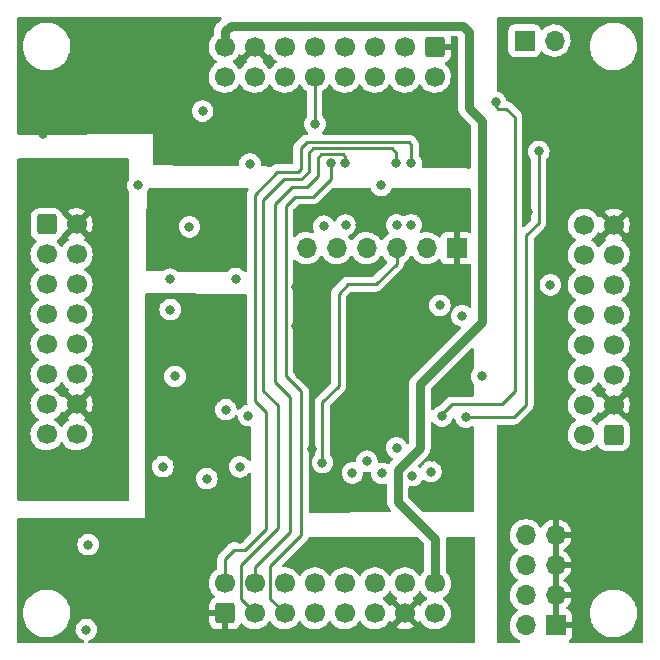
<source format=gbr>
%TF.GenerationSoftware,KiCad,Pcbnew,6.0.11+dfsg-1~bpo11+1*%
%TF.CreationDate,2023-07-05T16:33:08+02:00*%
%TF.ProjectId,avert_21,61766572-745f-4323-912e-6b696361645f,rev?*%
%TF.SameCoordinates,Original*%
%TF.FileFunction,Copper,L2,Inr*%
%TF.FilePolarity,Positive*%
%FSLAX46Y46*%
G04 Gerber Fmt 4.6, Leading zero omitted, Abs format (unit mm)*
G04 Created by KiCad (PCBNEW 6.0.11+dfsg-1~bpo11+1) date 2023-07-05 16:33:08*
%MOMM*%
%LPD*%
G01*
G04 APERTURE LIST*
G04 Aperture macros list*
%AMRoundRect*
0 Rectangle with rounded corners*
0 $1 Rounding radius*
0 $2 $3 $4 $5 $6 $7 $8 $9 X,Y pos of 4 corners*
0 Add a 4 corners polygon primitive as box body*
4,1,4,$2,$3,$4,$5,$6,$7,$8,$9,$2,$3,0*
0 Add four circle primitives for the rounded corners*
1,1,$1+$1,$2,$3*
1,1,$1+$1,$4,$5*
1,1,$1+$1,$6,$7*
1,1,$1+$1,$8,$9*
0 Add four rect primitives between the rounded corners*
20,1,$1+$1,$2,$3,$4,$5,0*
20,1,$1+$1,$4,$5,$6,$7,0*
20,1,$1+$1,$6,$7,$8,$9,0*
20,1,$1+$1,$8,$9,$2,$3,0*%
G04 Aperture macros list end*
%TA.AperFunction,ComponentPad*%
%ADD10RoundRect,0.250000X0.600000X0.600000X-0.600000X0.600000X-0.600000X-0.600000X0.600000X-0.600000X0*%
%TD*%
%TA.AperFunction,ComponentPad*%
%ADD11C,1.700000*%
%TD*%
%TA.AperFunction,ComponentPad*%
%ADD12RoundRect,0.250000X0.600000X-0.600000X0.600000X0.600000X-0.600000X0.600000X-0.600000X-0.600000X0*%
%TD*%
%TA.AperFunction,ComponentPad*%
%ADD13R,1.700000X1.700000*%
%TD*%
%TA.AperFunction,ComponentPad*%
%ADD14O,1.700000X1.700000*%
%TD*%
%TA.AperFunction,ComponentPad*%
%ADD15RoundRect,0.250000X-0.600000X0.600000X-0.600000X-0.600000X0.600000X-0.600000X0.600000X0.600000X0*%
%TD*%
%TA.AperFunction,ComponentPad*%
%ADD16RoundRect,0.250000X-0.600000X-0.600000X0.600000X-0.600000X0.600000X0.600000X-0.600000X0.600000X0*%
%TD*%
%TA.AperFunction,ViaPad*%
%ADD17C,0.800000*%
%TD*%
%TA.AperFunction,Conductor*%
%ADD18C,0.250000*%
%TD*%
%TA.AperFunction,Conductor*%
%ADD19C,0.800000*%
%TD*%
G04 APERTURE END LIST*
D10*
%TO.N,+24V*%
%TO.C,J4*%
X167700000Y-102210000D03*
D11*
X165160000Y-102210000D03*
%TO.N,GND*%
X167700000Y-99670000D03*
%TO.N,Earth*%
X165160000Y-99670000D03*
%TO.N,/CANL*%
X167700000Y-97130000D03*
%TO.N,/CANH*%
X165160000Y-97130000D03*
%TO.N,/SS*%
X167700000Y-94590000D03*
%TO.N,/SCK*%
X165160000Y-94590000D03*
%TO.N,/MOSI*%
X167700000Y-92050000D03*
%TO.N,/MISO*%
X165160000Y-92050000D03*
%TO.N,/SDA*%
X167700000Y-89510000D03*
%TO.N,/SCL*%
X165160000Y-89510000D03*
%TO.N,/RXD*%
X167700000Y-86970000D03*
%TO.N,/TXD*%
X165160000Y-86970000D03*
%TO.N,GND*%
X167700000Y-84430000D03*
%TO.N,+3V3*%
X165160000Y-84430000D03*
%TD*%
D12*
%TO.N,GNDD*%
%TO.C,J2*%
X134790000Y-117340000D03*
D11*
%TO.N,/SC2*%
X134790000Y-114800000D03*
%TO.N,/SD2*%
X137330000Y-117340000D03*
%TO.N,/SC3*%
X137330000Y-114800000D03*
%TO.N,/SD3*%
X139870000Y-117340000D03*
%TO.N,unconnected-(J2-Pad6)*%
X139870000Y-114800000D03*
%TO.N,unconnected-(J2-Pad7)*%
X142410000Y-117340000D03*
%TO.N,unconnected-(J2-Pad8)*%
X142410000Y-114800000D03*
%TO.N,unconnected-(J2-Pad9)*%
X144950000Y-117340000D03*
%TO.N,+5V*%
X144950000Y-114800000D03*
%TO.N,-12V*%
X147490000Y-117340000D03*
%TO.N,+12V*%
X147490000Y-114800000D03*
%TO.N,GNDD*%
X150030000Y-117340000D03*
%TO.N,Earth*%
X150030000Y-114800000D03*
%TO.N,+VSW*%
X152570000Y-117340000D03*
X152570000Y-114800000D03*
%TD*%
D13*
%TO.N,/CANH*%
%TO.C,J7*%
X160155000Y-68840000D03*
D14*
%TO.N,Net-(J7-Pad2)*%
X162695000Y-68840000D03*
%TD*%
D15*
%TO.N,GNDD*%
%TO.C,J1*%
X152550000Y-69357500D03*
D11*
%TO.N,/SC0*%
X152550000Y-71897500D03*
%TO.N,/SD0*%
X150010000Y-69357500D03*
%TO.N,/SC1*%
X150010000Y-71897500D03*
%TO.N,/SD1*%
X147470000Y-69357500D03*
%TO.N,unconnected-(J1-Pad6)*%
X147470000Y-71897500D03*
%TO.N,unconnected-(J1-Pad7)*%
X144930000Y-69357500D03*
%TO.N,unconnected-(J1-Pad8)*%
X144930000Y-71897500D03*
%TO.N,unconnected-(J1-Pad9)*%
X142390000Y-69357500D03*
%TO.N,+5V*%
X142390000Y-71897500D03*
%TO.N,-12V*%
X139850000Y-69357500D03*
%TO.N,+12V*%
X139850000Y-71897500D03*
%TO.N,GNDD*%
X137310000Y-69357500D03*
%TO.N,Earth*%
X137310000Y-71897500D03*
%TO.N,+VSW*%
X134770000Y-69357500D03*
X134770000Y-71897500D03*
%TD*%
D13*
%TO.N,GND*%
%TO.C,J5*%
X154400000Y-86415000D03*
D14*
%TO.N,unconnected-(J5-Pad2)*%
X151860000Y-86415000D03*
%TO.N,+3V3*%
X149320000Y-86415000D03*
%TO.N,/RX_0*%
X146780000Y-86415000D03*
%TO.N,/TX_0*%
X144240000Y-86415000D03*
%TO.N,unconnected-(J5-Pad6)*%
X141700000Y-86415000D03*
%TD*%
D13*
%TO.N,GND*%
%TO.C,J8*%
X162795000Y-118340000D03*
D14*
%TO.N,/ADDR0*%
X160255000Y-118340000D03*
%TO.N,GND*%
X162795000Y-115800000D03*
%TO.N,/ADDR1*%
X160255000Y-115800000D03*
%TO.N,GND*%
X162795000Y-113260000D03*
%TO.N,/ADDR2*%
X160255000Y-113260000D03*
%TO.N,GND*%
X162795000Y-110720000D03*
%TO.N,/ADDR3*%
X160255000Y-110720000D03*
%TD*%
D16*
%TO.N,+3V3*%
%TO.C,J3*%
X119690000Y-84400000D03*
D11*
%TO.N,GND*%
X122230000Y-84400000D03*
%TO.N,/TXD*%
X119690000Y-86940000D03*
%TO.N,/RXD*%
X122230000Y-86940000D03*
%TO.N,/SCL*%
X119690000Y-89480000D03*
%TO.N,/SDA*%
X122230000Y-89480000D03*
%TO.N,/MISO*%
X119690000Y-92020000D03*
%TO.N,/MOSI*%
X122230000Y-92020000D03*
%TO.N,/SCK*%
X119690000Y-94560000D03*
%TO.N,/SS*%
X122230000Y-94560000D03*
%TO.N,/CANH*%
X119690000Y-97100000D03*
%TO.N,/CANL*%
X122230000Y-97100000D03*
%TO.N,Earth*%
X119690000Y-99640000D03*
%TO.N,GND*%
X122230000Y-99640000D03*
%TO.N,+24V*%
X119690000Y-102180000D03*
X122230000Y-102180000D03*
%TD*%
D17*
%TO.N,GND*%
X161650000Y-75020000D03*
X128840000Y-82810000D03*
X123050000Y-118710000D03*
X142140000Y-103440000D03*
X140810000Y-92980000D03*
X160430000Y-83350000D03*
X152300000Y-104100000D03*
X154650000Y-96510000D03*
X135440000Y-84400000D03*
X146260000Y-84470000D03*
X140790000Y-89730000D03*
X140960000Y-84280000D03*
%TO.N,+3V3*%
X127430000Y-81100000D03*
X143050000Y-104570000D03*
X148020000Y-81100000D03*
%TO.N,GNDD*%
X149440000Y-75050000D03*
X136040000Y-111030000D03*
X132270000Y-103430000D03*
X148760000Y-112560000D03*
X132570000Y-92950000D03*
X124610000Y-111540000D03*
X130310000Y-73680000D03*
X133920000Y-78330000D03*
X119420000Y-76760000D03*
X132790000Y-110980000D03*
X135210000Y-92960000D03*
X122630000Y-67270000D03*
%TO.N,+12V*%
X123210000Y-111520000D03*
X136770000Y-100590000D03*
X136050000Y-104930000D03*
%TO.N,-12V*%
X133260000Y-105940000D03*
X129530000Y-104920000D03*
X132910000Y-74810000D03*
%TO.N,+5V*%
X136910000Y-79280000D03*
X142420000Y-75914500D03*
X135690000Y-88990000D03*
%TO.N,/SC2*%
X150570000Y-79250000D03*
%TO.N,/SD2*%
X149290000Y-79230000D03*
%TO.N,/SCL*%
X162340000Y-89520000D03*
%TO.N,/SDA*%
X152990000Y-91260000D03*
%TO.N,Earth*%
X134874500Y-100090000D03*
X131780000Y-84610000D03*
%TO.N,/CTX*%
X153170000Y-100630000D03*
X157720000Y-74080000D03*
%TO.N,/CRX*%
X155180000Y-100720000D03*
X161360000Y-78230000D03*
%TO.N,/IO0*%
X154850000Y-92140000D03*
X130140000Y-89040000D03*
X130160000Y-91620000D03*
%TO.N,/ADDR0*%
X150640000Y-105670000D03*
%TO.N,/ADDR1*%
X152230000Y-105330000D03*
%TO.N,/LED_MQTT*%
X156520000Y-97270000D03*
X130565000Y-97275000D03*
%TO.N,/SC3*%
X144980000Y-79230000D03*
%TO.N,/SD3*%
X143740000Y-79200000D03*
%TO.N,/SCL2*%
X149320000Y-103320000D03*
X150550000Y-84440000D03*
%TO.N,/SDA2*%
X149330000Y-84450000D03*
X148080000Y-105480000D03*
%TO.N,/SCL3*%
X145000000Y-84460000D03*
X146810000Y-104450000D03*
%TO.N,/SDA3*%
X145580000Y-105440000D03*
X143160000Y-84560000D03*
%TD*%
D18*
%TO.N,GND*%
X140810000Y-97120000D02*
X140810000Y-92980000D01*
X140790000Y-92960000D02*
X140810000Y-92980000D01*
X140790000Y-89730000D02*
X140790000Y-92960000D01*
X142140000Y-98450000D02*
X140810000Y-97120000D01*
X142140000Y-103440000D02*
X142140000Y-98450000D01*
%TO.N,+3V3*%
X145210000Y-89460000D02*
X147580000Y-89460000D01*
X144410000Y-98100000D02*
X144410000Y-90260000D01*
X149320000Y-87720000D02*
X149320000Y-86415000D01*
X143050000Y-104570000D02*
X143050000Y-99460000D01*
X147580000Y-89460000D02*
X149320000Y-87720000D01*
X144410000Y-90260000D02*
X145210000Y-89460000D01*
X143050000Y-99460000D02*
X144410000Y-98100000D01*
D19*
%TO.N,+VSW*%
X135270000Y-67570000D02*
X154910000Y-67570000D01*
X156540000Y-92710000D02*
X151290000Y-97960000D01*
X152570000Y-111020000D02*
X152570000Y-114800000D01*
X151290000Y-103320000D02*
X149420000Y-105190000D01*
X156540000Y-75650000D02*
X156540000Y-92710000D01*
X134770000Y-69357500D02*
X134770000Y-68070000D01*
X155450000Y-74560000D02*
X156540000Y-75650000D01*
X155450000Y-68110000D02*
X155450000Y-74560000D01*
X149420000Y-105190000D02*
X149420000Y-107870000D01*
X154910000Y-67570000D02*
X155450000Y-68110000D01*
X134770000Y-68070000D02*
X135270000Y-67570000D01*
X151290000Y-97960000D02*
X151290000Y-103320000D01*
X149420000Y-107870000D02*
X152570000Y-111020000D01*
D18*
%TO.N,+5V*%
X142390000Y-71897500D02*
X142390000Y-75884500D01*
X142390000Y-75884500D02*
X142420000Y-75914500D01*
%TO.N,/SC2*%
X137300000Y-99330000D02*
X137300000Y-81880000D01*
X134790000Y-114800000D02*
X134790000Y-112700000D01*
X140940000Y-79950000D02*
X141210000Y-79680000D01*
X141725000Y-77435000D02*
X150345000Y-77435000D01*
X135525000Y-111965000D02*
X136495000Y-111965000D01*
X150345000Y-77435000D02*
X150570000Y-77660000D01*
X141210000Y-77950000D02*
X141725000Y-77435000D01*
X139230000Y-79950000D02*
X140940000Y-79950000D01*
X138250000Y-110210000D02*
X138250000Y-100280000D01*
X141210000Y-79680000D02*
X141210000Y-77950000D01*
X136495000Y-111965000D02*
X138250000Y-110210000D01*
X134790000Y-112700000D02*
X135525000Y-111965000D01*
X150570000Y-77660000D02*
X150570000Y-79250000D01*
X137300000Y-81880000D02*
X139230000Y-79950000D01*
X138250000Y-100280000D02*
X137300000Y-99330000D01*
%TO.N,/SD2*%
X148905000Y-77965000D02*
X149290000Y-78350000D01*
X141880000Y-79960000D02*
X141260000Y-80580000D01*
X149290000Y-79230000D02*
X149290000Y-78350000D01*
X136155000Y-116165000D02*
X136155000Y-115205000D01*
X142235000Y-77965000D02*
X148905000Y-77965000D01*
X139290000Y-99720000D02*
X139290000Y-110150000D01*
X138050000Y-82340000D02*
X138050000Y-98480000D01*
X139290000Y-110150000D02*
X136155000Y-113285000D01*
X141260000Y-80580000D02*
X139810000Y-80580000D01*
X136155000Y-113285000D02*
X136155000Y-115205000D01*
X139810000Y-80580000D02*
X138050000Y-82340000D01*
X142235000Y-77965000D02*
X141880000Y-78320000D01*
X137330000Y-117340000D02*
X136155000Y-116165000D01*
X141880000Y-78320000D02*
X141880000Y-79960000D01*
X138050000Y-98480000D02*
X139290000Y-99720000D01*
%TO.N,/CTX*%
X157720000Y-74080000D02*
X157720000Y-74400000D01*
X153170000Y-100440000D02*
X153170000Y-100630000D01*
X157720000Y-74400000D02*
X157940000Y-74620000D01*
X153990000Y-99620000D02*
X153170000Y-100440000D01*
X159310000Y-98550000D02*
X158240000Y-99620000D01*
X158620000Y-74620000D02*
X159310000Y-75310000D01*
X157940000Y-74620000D02*
X158620000Y-74620000D01*
X158240000Y-99620000D02*
X153990000Y-99620000D01*
X159310000Y-75310000D02*
X159310000Y-98550000D01*
%TO.N,/CRX*%
X160285000Y-99675000D02*
X160285000Y-85335000D01*
X160285000Y-85335000D02*
X161360000Y-84260000D01*
X159240000Y-100720000D02*
X160285000Y-99675000D01*
X155180000Y-100720000D02*
X159240000Y-100720000D01*
X161360000Y-84260000D02*
X161360000Y-78230000D01*
%TO.N,/SC3*%
X142935000Y-78475000D02*
X144775000Y-78475000D01*
X144980000Y-78680000D02*
X144980000Y-79230000D01*
X142650000Y-80350000D02*
X142650000Y-78760000D01*
X141770000Y-81230000D02*
X142650000Y-80350000D01*
X139000000Y-97740000D02*
X139000000Y-82670000D01*
X137330000Y-114800000D02*
X137330000Y-113380000D01*
X139000000Y-82670000D02*
X140440000Y-81230000D01*
X144775000Y-78475000D02*
X144980000Y-78680000D01*
X140270000Y-99010000D02*
X139000000Y-97740000D01*
X140440000Y-81230000D02*
X141770000Y-81230000D01*
X137330000Y-113380000D02*
X140270000Y-110440000D01*
X140270000Y-110440000D02*
X140270000Y-99010000D01*
X142650000Y-78760000D02*
X142935000Y-78475000D01*
%TO.N,/SD3*%
X138620000Y-115310000D02*
X138620000Y-113360000D01*
X141250000Y-110730000D02*
X141250000Y-98540000D01*
X139870000Y-117340000D02*
X138620000Y-116090000D01*
X140740000Y-82070000D02*
X142220000Y-82070000D01*
X138620000Y-113360000D02*
X141250000Y-110730000D01*
X139930000Y-82880000D02*
X140740000Y-82070000D01*
X142220000Y-82070000D02*
X143740000Y-80550000D01*
X141250000Y-98540000D02*
X139930000Y-97220000D01*
X139930000Y-97220000D02*
X139930000Y-82880000D01*
X143740000Y-80550000D02*
X143740000Y-79200000D01*
X138620000Y-116090000D02*
X138620000Y-115310000D01*
%TD*%
%TA.AperFunction,Conductor*%
%TO.N,GND*%
G36*
X170128621Y-66868502D02*
G01*
X170175114Y-66922158D01*
X170186500Y-66974500D01*
X170186500Y-119705500D01*
X170166498Y-119773621D01*
X170112842Y-119820114D01*
X170060500Y-119831500D01*
X164014392Y-119831500D01*
X163946271Y-119811498D01*
X163899778Y-119757842D01*
X163889674Y-119687568D01*
X163919168Y-119622988D01*
X163938827Y-119604674D01*
X164000724Y-119558285D01*
X164013285Y-119545724D01*
X164089786Y-119443649D01*
X164098324Y-119428054D01*
X164143478Y-119307606D01*
X164147105Y-119292351D01*
X164152631Y-119241486D01*
X164153000Y-119234672D01*
X164153000Y-118612115D01*
X164148525Y-118596876D01*
X164147135Y-118595671D01*
X164139452Y-118594000D01*
X162667000Y-118594000D01*
X162598879Y-118573998D01*
X162552386Y-118520342D01*
X162541000Y-118468000D01*
X162541000Y-118067885D01*
X163049000Y-118067885D01*
X163053475Y-118083124D01*
X163054865Y-118084329D01*
X163062548Y-118086000D01*
X164134884Y-118086000D01*
X164150123Y-118081525D01*
X164151328Y-118080135D01*
X164152999Y-118072452D01*
X164152999Y-117445331D01*
X164152629Y-117438510D01*
X164147105Y-117387648D01*
X164143479Y-117372396D01*
X164123431Y-117318918D01*
X165681917Y-117318918D01*
X165682334Y-117326156D01*
X165697682Y-117592320D01*
X165750405Y-117861053D01*
X165751792Y-117865103D01*
X165751793Y-117865108D01*
X165826932Y-118084570D01*
X165839112Y-118120144D01*
X165868238Y-118178054D01*
X165937837Y-118316437D01*
X165962160Y-118364799D01*
X165964586Y-118368328D01*
X165964589Y-118368334D01*
X166033088Y-118468000D01*
X166117274Y-118590490D01*
X166301582Y-118793043D01*
X166511675Y-118968707D01*
X166515316Y-118970991D01*
X166740024Y-119111951D01*
X166740028Y-119111953D01*
X166743664Y-119114234D01*
X166811544Y-119144883D01*
X166989345Y-119225164D01*
X166989349Y-119225166D01*
X166993257Y-119226930D01*
X166997377Y-119228150D01*
X166997376Y-119228150D01*
X167251723Y-119303491D01*
X167251727Y-119303492D01*
X167255836Y-119304709D01*
X167260070Y-119305357D01*
X167260075Y-119305358D01*
X167522298Y-119345483D01*
X167522300Y-119345483D01*
X167526540Y-119346132D01*
X167665912Y-119348322D01*
X167796071Y-119350367D01*
X167796077Y-119350367D01*
X167800362Y-119350434D01*
X168072235Y-119317534D01*
X168337127Y-119248041D01*
X168341087Y-119246401D01*
X168341092Y-119246399D01*
X168463631Y-119195641D01*
X168590136Y-119143241D01*
X168826582Y-119005073D01*
X169042089Y-118836094D01*
X169083809Y-118793043D01*
X169229686Y-118642509D01*
X169232669Y-118639431D01*
X169235202Y-118635983D01*
X169235206Y-118635978D01*
X169392257Y-118422178D01*
X169394795Y-118418723D01*
X169422154Y-118368334D01*
X169523418Y-118181830D01*
X169523419Y-118181828D01*
X169525468Y-118178054D01*
X169622269Y-117921877D01*
X169663173Y-117743279D01*
X169682449Y-117659117D01*
X169682450Y-117659113D01*
X169683407Y-117654933D01*
X169691910Y-117559665D01*
X169707531Y-117384627D01*
X169707531Y-117384625D01*
X169707751Y-117382161D01*
X169708193Y-117340000D01*
X169699181Y-117207800D01*
X169689859Y-117071055D01*
X169689858Y-117071049D01*
X169689567Y-117066778D01*
X169681814Y-117029338D01*
X169642846Y-116841173D01*
X169634032Y-116798612D01*
X169542617Y-116540465D01*
X169480800Y-116420697D01*
X169418978Y-116300919D01*
X169418978Y-116300918D01*
X169417013Y-116297112D01*
X169407040Y-116282921D01*
X169273498Y-116092910D01*
X169259545Y-116073057D01*
X169073125Y-115872445D01*
X169069810Y-115869731D01*
X169069806Y-115869728D01*
X168864523Y-115701706D01*
X168861205Y-115698990D01*
X168627704Y-115555901D01*
X168613594Y-115549707D01*
X168380873Y-115447549D01*
X168380869Y-115447548D01*
X168376945Y-115445825D01*
X168113566Y-115370800D01*
X168109324Y-115370196D01*
X168109318Y-115370195D01*
X167908834Y-115341662D01*
X167842443Y-115332213D01*
X167698589Y-115331460D01*
X167572877Y-115330802D01*
X167572871Y-115330802D01*
X167568591Y-115330780D01*
X167564347Y-115331339D01*
X167564343Y-115331339D01*
X167445302Y-115347011D01*
X167297078Y-115366525D01*
X167292938Y-115367658D01*
X167292936Y-115367658D01*
X167220008Y-115387609D01*
X167032928Y-115438788D01*
X167028980Y-115440472D01*
X166784982Y-115544546D01*
X166784978Y-115544548D01*
X166781030Y-115546232D01*
X166761125Y-115558145D01*
X166549725Y-115684664D01*
X166549721Y-115684667D01*
X166546043Y-115686868D01*
X166332318Y-115858094D01*
X166315717Y-115875588D01*
X166212319Y-115984547D01*
X166143808Y-116056742D01*
X165984002Y-116279136D01*
X165855857Y-116521161D01*
X165854385Y-116525184D01*
X165854383Y-116525188D01*
X165763353Y-116773938D01*
X165761743Y-116778337D01*
X165703404Y-117045907D01*
X165681917Y-117318918D01*
X164123431Y-117318918D01*
X164098324Y-117251946D01*
X164089786Y-117236351D01*
X164013285Y-117134276D01*
X164000724Y-117121715D01*
X163898649Y-117045214D01*
X163883054Y-117036676D01*
X163772297Y-116995155D01*
X163715533Y-116952513D01*
X163690833Y-116885952D01*
X163706040Y-116816603D01*
X163727587Y-116787922D01*
X163829057Y-116686805D01*
X163835730Y-116678965D01*
X163960003Y-116506020D01*
X163965313Y-116497183D01*
X164059670Y-116306267D01*
X164063469Y-116296672D01*
X164125377Y-116092910D01*
X164127555Y-116082837D01*
X164128986Y-116071962D01*
X164126775Y-116057778D01*
X164113617Y-116054000D01*
X163067115Y-116054000D01*
X163051876Y-116058475D01*
X163050671Y-116059865D01*
X163049000Y-116067548D01*
X163049000Y-118067885D01*
X162541000Y-118067885D01*
X162541000Y-115527885D01*
X163049000Y-115527885D01*
X163053475Y-115543124D01*
X163054865Y-115544329D01*
X163062548Y-115546000D01*
X164113344Y-115546000D01*
X164126875Y-115542027D01*
X164128180Y-115532947D01*
X164086214Y-115365875D01*
X164082894Y-115356124D01*
X163997972Y-115160814D01*
X163993105Y-115151739D01*
X163877426Y-114972926D01*
X163871136Y-114964757D01*
X163727806Y-114807240D01*
X163720273Y-114800215D01*
X163553139Y-114668222D01*
X163544552Y-114662517D01*
X163507116Y-114641851D01*
X163457146Y-114591419D01*
X163442374Y-114521976D01*
X163467490Y-114455571D01*
X163494842Y-114428964D01*
X163670327Y-114303792D01*
X163678200Y-114297139D01*
X163829052Y-114146812D01*
X163835730Y-114138965D01*
X163960003Y-113966020D01*
X163965313Y-113957183D01*
X164059670Y-113766267D01*
X164063469Y-113756672D01*
X164125377Y-113552910D01*
X164127555Y-113542837D01*
X164128986Y-113531962D01*
X164126775Y-113517778D01*
X164113617Y-113514000D01*
X163067115Y-113514000D01*
X163051876Y-113518475D01*
X163050671Y-113519865D01*
X163049000Y-113527548D01*
X163049000Y-115527885D01*
X162541000Y-115527885D01*
X162541000Y-112987885D01*
X163049000Y-112987885D01*
X163053475Y-113003124D01*
X163054865Y-113004329D01*
X163062548Y-113006000D01*
X164113344Y-113006000D01*
X164126875Y-113002027D01*
X164128180Y-112992947D01*
X164086214Y-112825875D01*
X164082894Y-112816124D01*
X163997972Y-112620814D01*
X163993105Y-112611739D01*
X163877426Y-112432926D01*
X163871136Y-112424757D01*
X163727806Y-112267240D01*
X163720273Y-112260215D01*
X163553139Y-112128222D01*
X163544552Y-112122517D01*
X163507116Y-112101851D01*
X163457146Y-112051419D01*
X163442374Y-111981976D01*
X163467490Y-111915571D01*
X163494842Y-111888964D01*
X163670327Y-111763792D01*
X163678200Y-111757139D01*
X163829052Y-111606812D01*
X163835730Y-111598965D01*
X163960003Y-111426020D01*
X163965313Y-111417183D01*
X164059670Y-111226267D01*
X164063469Y-111216672D01*
X164125377Y-111012910D01*
X164127555Y-111002837D01*
X164128986Y-110991962D01*
X164126775Y-110977778D01*
X164113617Y-110974000D01*
X163067115Y-110974000D01*
X163051876Y-110978475D01*
X163050671Y-110979865D01*
X163049000Y-110987548D01*
X163049000Y-112987885D01*
X162541000Y-112987885D01*
X162541000Y-110447885D01*
X163049000Y-110447885D01*
X163053475Y-110463124D01*
X163054865Y-110464329D01*
X163062548Y-110466000D01*
X164113344Y-110466000D01*
X164126875Y-110462027D01*
X164128180Y-110452947D01*
X164086214Y-110285875D01*
X164082894Y-110276124D01*
X163997972Y-110080814D01*
X163993105Y-110071739D01*
X163877426Y-109892926D01*
X163871136Y-109884757D01*
X163727806Y-109727240D01*
X163720273Y-109720215D01*
X163553139Y-109588222D01*
X163544552Y-109582517D01*
X163358117Y-109479599D01*
X163348705Y-109475369D01*
X163147959Y-109404280D01*
X163137988Y-109401646D01*
X163066837Y-109388972D01*
X163053540Y-109390432D01*
X163049000Y-109404989D01*
X163049000Y-110447885D01*
X162541000Y-110447885D01*
X162541000Y-109403102D01*
X162537082Y-109389758D01*
X162522806Y-109387771D01*
X162484324Y-109393660D01*
X162474288Y-109396051D01*
X162271868Y-109462212D01*
X162262359Y-109466209D01*
X162073463Y-109564542D01*
X162064738Y-109570036D01*
X161894433Y-109697905D01*
X161886726Y-109704748D01*
X161739590Y-109858717D01*
X161733109Y-109866722D01*
X161628498Y-110020074D01*
X161573587Y-110065076D01*
X161503062Y-110073247D01*
X161439315Y-110041993D01*
X161418618Y-110017509D01*
X161337822Y-109892617D01*
X161337820Y-109892614D01*
X161335014Y-109888277D01*
X161184670Y-109723051D01*
X161180619Y-109719852D01*
X161180615Y-109719848D01*
X161013414Y-109587800D01*
X161013410Y-109587798D01*
X161009359Y-109584598D01*
X160973028Y-109564542D01*
X160957136Y-109555769D01*
X160813789Y-109476638D01*
X160808920Y-109474914D01*
X160808916Y-109474912D01*
X160608087Y-109403795D01*
X160608083Y-109403794D01*
X160603212Y-109402069D01*
X160598119Y-109401162D01*
X160598116Y-109401161D01*
X160388373Y-109363800D01*
X160388367Y-109363799D01*
X160383284Y-109362894D01*
X160309452Y-109361992D01*
X160165081Y-109360228D01*
X160165079Y-109360228D01*
X160159911Y-109360165D01*
X159939091Y-109393955D01*
X159726756Y-109463357D01*
X159528607Y-109566507D01*
X159524474Y-109569610D01*
X159524471Y-109569612D01*
X159500247Y-109587800D01*
X159349965Y-109700635D01*
X159195629Y-109862138D01*
X159069743Y-110046680D01*
X158975688Y-110249305D01*
X158915989Y-110464570D01*
X158892251Y-110686695D01*
X158905110Y-110909715D01*
X158906247Y-110914761D01*
X158906248Y-110914767D01*
X158919597Y-110974000D01*
X158954222Y-111127639D01*
X159038266Y-111334616D01*
X159154987Y-111525088D01*
X159301250Y-111693938D01*
X159473126Y-111836632D01*
X159543595Y-111877811D01*
X159546445Y-111879476D01*
X159595169Y-111931114D01*
X159608240Y-112000897D01*
X159581509Y-112066669D01*
X159541055Y-112100027D01*
X159528607Y-112106507D01*
X159524474Y-112109610D01*
X159524471Y-112109612D01*
X159500247Y-112127800D01*
X159349965Y-112240635D01*
X159195629Y-112402138D01*
X159069743Y-112586680D01*
X158975688Y-112789305D01*
X158915989Y-113004570D01*
X158892251Y-113226695D01*
X158905110Y-113449715D01*
X158906247Y-113454761D01*
X158906248Y-113454767D01*
X158919597Y-113514000D01*
X158954222Y-113667639D01*
X159038266Y-113874616D01*
X159154987Y-114065088D01*
X159301250Y-114233938D01*
X159473126Y-114376632D01*
X159543595Y-114417811D01*
X159546445Y-114419476D01*
X159595169Y-114471114D01*
X159608240Y-114540897D01*
X159581509Y-114606669D01*
X159541055Y-114640027D01*
X159528607Y-114646507D01*
X159524474Y-114649610D01*
X159524471Y-114649612D01*
X159500247Y-114667800D01*
X159349965Y-114780635D01*
X159195629Y-114942138D01*
X159069743Y-115126680D01*
X158975688Y-115329305D01*
X158915989Y-115544570D01*
X158892251Y-115766695D01*
X158892548Y-115771848D01*
X158892548Y-115771851D01*
X158904812Y-115984547D01*
X158905110Y-115989715D01*
X158906247Y-115994761D01*
X158906248Y-115994767D01*
X158922651Y-116067548D01*
X158954222Y-116207639D01*
X159038266Y-116414616D01*
X159154987Y-116605088D01*
X159301250Y-116773938D01*
X159473126Y-116916632D01*
X159529214Y-116949407D01*
X159546445Y-116959476D01*
X159595169Y-117011114D01*
X159608240Y-117080897D01*
X159581509Y-117146669D01*
X159541055Y-117180027D01*
X159528607Y-117186507D01*
X159524474Y-117189610D01*
X159524471Y-117189612D01*
X159354100Y-117317530D01*
X159349965Y-117320635D01*
X159195629Y-117482138D01*
X159069743Y-117666680D01*
X158975688Y-117869305D01*
X158915989Y-118084570D01*
X158892251Y-118306695D01*
X158892548Y-118311848D01*
X158892548Y-118311851D01*
X158901552Y-118468000D01*
X158905110Y-118529715D01*
X158906247Y-118534761D01*
X158906248Y-118534767D01*
X158923680Y-118612115D01*
X158954222Y-118747639D01*
X159038266Y-118954616D01*
X159040965Y-118959020D01*
X159136080Y-119114234D01*
X159154987Y-119145088D01*
X159301250Y-119313938D01*
X159473126Y-119456632D01*
X159666000Y-119569338D01*
X159670825Y-119571180D01*
X159670826Y-119571181D01*
X159714321Y-119587790D01*
X159770824Y-119630778D01*
X159795117Y-119697489D01*
X159779487Y-119766743D01*
X159728896Y-119816554D01*
X159669372Y-119831500D01*
X157926000Y-119831500D01*
X157857879Y-119811498D01*
X157811386Y-119757842D01*
X157800000Y-119705500D01*
X157800000Y-102176695D01*
X163797251Y-102176695D01*
X163810110Y-102399715D01*
X163811247Y-102404761D01*
X163811248Y-102404767D01*
X163835304Y-102511508D01*
X163859222Y-102617639D01*
X163943266Y-102824616D01*
X163967154Y-102863598D01*
X164030008Y-102966166D01*
X164059987Y-103015088D01*
X164206250Y-103183938D01*
X164378126Y-103326632D01*
X164571000Y-103439338D01*
X164779692Y-103519030D01*
X164784760Y-103520061D01*
X164784763Y-103520062D01*
X164892017Y-103541883D01*
X164998597Y-103563567D01*
X165003772Y-103563757D01*
X165003774Y-103563757D01*
X165216673Y-103571564D01*
X165216677Y-103571564D01*
X165221837Y-103571753D01*
X165226957Y-103571097D01*
X165226959Y-103571097D01*
X165438288Y-103544025D01*
X165438289Y-103544025D01*
X165443416Y-103543368D01*
X165448366Y-103541883D01*
X165652429Y-103480661D01*
X165652434Y-103480659D01*
X165657384Y-103479174D01*
X165857994Y-103380896D01*
X166039860Y-103251173D01*
X166198096Y-103093489D01*
X166198671Y-103094066D01*
X166254391Y-103057562D01*
X166325385Y-103056939D01*
X166385446Y-103094796D01*
X166405051Y-103124691D01*
X166406133Y-103127000D01*
X166408450Y-103133946D01*
X166501522Y-103284348D01*
X166626697Y-103409305D01*
X166632927Y-103413145D01*
X166632928Y-103413146D01*
X166770090Y-103497694D01*
X166777262Y-103502115D01*
X166831371Y-103520062D01*
X166938611Y-103555632D01*
X166938613Y-103555632D01*
X166945139Y-103557797D01*
X166951975Y-103558497D01*
X166951978Y-103558498D01*
X166991372Y-103562534D01*
X167049600Y-103568500D01*
X168350400Y-103568500D01*
X168353646Y-103568163D01*
X168353650Y-103568163D01*
X168449308Y-103558238D01*
X168449312Y-103558237D01*
X168456166Y-103557526D01*
X168462702Y-103555345D01*
X168462704Y-103555345D01*
X168594806Y-103511272D01*
X168623946Y-103501550D01*
X168774348Y-103408478D01*
X168899305Y-103283303D01*
X168921357Y-103247529D01*
X168988275Y-103138968D01*
X168988276Y-103138966D01*
X168992115Y-103132738D01*
X169047797Y-102964861D01*
X169058500Y-102860400D01*
X169058500Y-101559600D01*
X169047526Y-101453834D01*
X169014787Y-101355702D01*
X168995716Y-101298542D01*
X168991550Y-101286054D01*
X168898478Y-101135652D01*
X168773303Y-101010695D01*
X168767072Y-101006854D01*
X168628968Y-100921725D01*
X168628966Y-100921724D01*
X168622738Y-100917885D01*
X168566820Y-100899338D01*
X168547640Y-100892976D01*
X168489280Y-100852545D01*
X168478729Y-100827146D01*
X168476424Y-100828370D01*
X168450660Y-100779870D01*
X167712812Y-100042022D01*
X167698868Y-100034408D01*
X167697035Y-100034539D01*
X167690420Y-100038790D01*
X166946737Y-100782473D01*
X166923985Y-100824139D01*
X166921777Y-100834287D01*
X166871574Y-100884488D01*
X166851067Y-100893424D01*
X166776054Y-100918450D01*
X166625652Y-101011522D01*
X166500695Y-101136697D01*
X166496855Y-101142927D01*
X166496854Y-101142928D01*
X166412470Y-101279824D01*
X166407885Y-101287262D01*
X166405579Y-101294213D01*
X166403561Y-101298542D01*
X166356644Y-101351828D01*
X166288367Y-101371290D01*
X166220407Y-101350749D01*
X166196172Y-101330094D01*
X166093152Y-101216876D01*
X166093142Y-101216867D01*
X166089670Y-101213051D01*
X166085619Y-101209852D01*
X166085615Y-101209848D01*
X165918414Y-101077800D01*
X165918410Y-101077798D01*
X165914359Y-101074598D01*
X165873053Y-101051796D01*
X165823084Y-101001364D01*
X165808312Y-100931921D01*
X165833428Y-100865516D01*
X165860780Y-100838909D01*
X165904603Y-100807650D01*
X166039860Y-100711173D01*
X166071237Y-100679906D01*
X166194435Y-100557137D01*
X166198096Y-100553489D01*
X166257594Y-100470689D01*
X166328453Y-100372077D01*
X166329640Y-100372930D01*
X166376960Y-100329362D01*
X166446897Y-100317145D01*
X166512338Y-100344678D01*
X166540166Y-100376512D01*
X166566459Y-100419419D01*
X166576916Y-100428880D01*
X166585694Y-100425096D01*
X167327978Y-99682812D01*
X167334356Y-99671132D01*
X168064408Y-99671132D01*
X168064539Y-99672965D01*
X168068790Y-99679580D01*
X168810474Y-100421264D01*
X168822484Y-100427823D01*
X168834223Y-100418855D01*
X168865004Y-100376019D01*
X168870315Y-100367180D01*
X168964670Y-100176267D01*
X168968469Y-100166672D01*
X169030376Y-99962915D01*
X169032555Y-99952834D01*
X169060590Y-99739887D01*
X169061109Y-99733212D01*
X169062572Y-99673364D01*
X169062378Y-99666646D01*
X169044781Y-99452604D01*
X169043096Y-99442424D01*
X168991214Y-99235875D01*
X168987894Y-99226124D01*
X168902972Y-99030814D01*
X168898105Y-99021739D01*
X168833063Y-98921197D01*
X168822377Y-98911995D01*
X168812812Y-98916398D01*
X168072022Y-99657188D01*
X168064408Y-99671132D01*
X167334356Y-99671132D01*
X167335592Y-99668868D01*
X167335461Y-99667035D01*
X167331210Y-99660420D01*
X166589849Y-98919059D01*
X166578313Y-98912759D01*
X166566031Y-98922382D01*
X166533499Y-98970072D01*
X166478587Y-99015075D01*
X166408063Y-99023246D01*
X166344316Y-98991992D01*
X166323618Y-98967508D01*
X166242822Y-98842617D01*
X166242820Y-98842614D01*
X166240014Y-98838277D01*
X166089670Y-98673051D01*
X166085619Y-98669852D01*
X166085615Y-98669848D01*
X165918414Y-98537800D01*
X165918410Y-98537798D01*
X165914359Y-98534598D01*
X165873053Y-98511796D01*
X165823084Y-98461364D01*
X165808312Y-98391921D01*
X165833428Y-98325516D01*
X165860780Y-98298909D01*
X165904603Y-98267650D01*
X166039860Y-98171173D01*
X166198096Y-98013489D01*
X166257594Y-97930689D01*
X166328453Y-97832077D01*
X166329776Y-97833028D01*
X166376645Y-97789857D01*
X166446580Y-97777625D01*
X166512026Y-97805144D01*
X166539875Y-97836994D01*
X166599987Y-97935088D01*
X166746250Y-98103938D01*
X166918126Y-98246632D01*
X166988228Y-98287596D01*
X166991955Y-98289774D01*
X167040679Y-98341412D01*
X167053750Y-98411195D01*
X167027019Y-98476967D01*
X166986562Y-98510327D01*
X166978460Y-98514544D01*
X166969734Y-98520039D01*
X166949677Y-98535099D01*
X166941223Y-98546427D01*
X166947968Y-98558758D01*
X167687188Y-99297978D01*
X167701132Y-99305592D01*
X167702965Y-99305461D01*
X167709580Y-99301210D01*
X168453389Y-98557401D01*
X168460410Y-98544544D01*
X168453611Y-98535213D01*
X168449559Y-98532521D01*
X168412602Y-98512120D01*
X168362631Y-98461687D01*
X168347859Y-98392245D01*
X168372975Y-98325839D01*
X168400327Y-98299232D01*
X168423797Y-98282491D01*
X168579860Y-98171173D01*
X168738096Y-98013489D01*
X168797594Y-97930689D01*
X168865435Y-97836277D01*
X168868453Y-97832077D01*
X168889320Y-97789857D01*
X168965136Y-97636453D01*
X168965137Y-97636451D01*
X168967430Y-97631811D01*
X169032370Y-97418069D01*
X169061529Y-97196590D01*
X169063156Y-97130000D01*
X169044852Y-96907361D01*
X168990431Y-96690702D01*
X168901354Y-96485840D01*
X168780014Y-96298277D01*
X168629670Y-96133051D01*
X168625619Y-96129852D01*
X168625615Y-96129848D01*
X168458414Y-95997800D01*
X168458410Y-95997798D01*
X168454359Y-95994598D01*
X168413053Y-95971796D01*
X168363084Y-95921364D01*
X168348312Y-95851921D01*
X168373428Y-95785516D01*
X168400780Y-95758909D01*
X168444603Y-95727650D01*
X168579860Y-95631173D01*
X168738096Y-95473489D01*
X168797594Y-95390689D01*
X168865435Y-95296277D01*
X168868453Y-95292077D01*
X168889320Y-95249857D01*
X168965136Y-95096453D01*
X168965137Y-95096451D01*
X168967430Y-95091811D01*
X169032370Y-94878069D01*
X169061529Y-94656590D01*
X169063156Y-94590000D01*
X169044852Y-94367361D01*
X168990431Y-94150702D01*
X168901354Y-93945840D01*
X168780014Y-93758277D01*
X168629670Y-93593051D01*
X168625619Y-93589852D01*
X168625615Y-93589848D01*
X168458414Y-93457800D01*
X168458410Y-93457798D01*
X168454359Y-93454598D01*
X168413053Y-93431796D01*
X168363084Y-93381364D01*
X168348312Y-93311921D01*
X168373428Y-93245516D01*
X168400780Y-93218909D01*
X168444603Y-93187650D01*
X168579860Y-93091173D01*
X168738096Y-92933489D01*
X168797594Y-92850689D01*
X168865435Y-92756277D01*
X168868453Y-92752077D01*
X168889320Y-92709857D01*
X168965136Y-92556453D01*
X168965137Y-92556451D01*
X168967430Y-92551811D01*
X169032370Y-92338069D01*
X169061529Y-92116590D01*
X169063156Y-92050000D01*
X169044852Y-91827361D01*
X168990431Y-91610702D01*
X168901354Y-91405840D01*
X168780014Y-91218277D01*
X168629670Y-91053051D01*
X168625619Y-91049852D01*
X168625615Y-91049848D01*
X168458414Y-90917800D01*
X168458410Y-90917798D01*
X168454359Y-90914598D01*
X168413053Y-90891796D01*
X168363084Y-90841364D01*
X168348312Y-90771921D01*
X168373428Y-90705516D01*
X168400780Y-90678909D01*
X168444603Y-90647650D01*
X168579860Y-90551173D01*
X168738096Y-90393489D01*
X168797594Y-90310689D01*
X168865435Y-90216277D01*
X168868453Y-90212077D01*
X168874983Y-90198866D01*
X168965136Y-90016453D01*
X168965137Y-90016451D01*
X168967430Y-90011811D01*
X169032370Y-89798069D01*
X169061529Y-89576590D01*
X169063156Y-89510000D01*
X169044852Y-89287361D01*
X168990431Y-89070702D01*
X168901354Y-88865840D01*
X168780014Y-88678277D01*
X168629670Y-88513051D01*
X168625619Y-88509852D01*
X168625615Y-88509848D01*
X168458414Y-88377800D01*
X168458410Y-88377798D01*
X168454359Y-88374598D01*
X168413053Y-88351796D01*
X168363084Y-88301364D01*
X168348312Y-88231921D01*
X168373428Y-88165516D01*
X168400780Y-88138909D01*
X168444603Y-88107650D01*
X168579860Y-88011173D01*
X168738096Y-87853489D01*
X168797594Y-87770689D01*
X168865435Y-87676277D01*
X168868453Y-87672077D01*
X168889320Y-87629857D01*
X168965136Y-87476453D01*
X168965137Y-87476451D01*
X168967430Y-87471811D01*
X169032370Y-87258069D01*
X169061529Y-87036590D01*
X169063156Y-86970000D01*
X169044852Y-86747361D01*
X168990431Y-86530702D01*
X168901354Y-86325840D01*
X168780014Y-86138277D01*
X168629670Y-85973051D01*
X168625619Y-85969852D01*
X168625615Y-85969848D01*
X168458414Y-85837800D01*
X168458410Y-85837798D01*
X168454359Y-85834598D01*
X168412569Y-85811529D01*
X168362598Y-85761097D01*
X168347826Y-85691654D01*
X168372942Y-85625248D01*
X168400293Y-85598642D01*
X168449247Y-85563723D01*
X168457648Y-85553023D01*
X168450660Y-85539870D01*
X167712812Y-84802022D01*
X167698868Y-84794408D01*
X167697035Y-84794539D01*
X167690420Y-84798790D01*
X166946737Y-85542473D01*
X166939977Y-85554853D01*
X166945258Y-85561907D01*
X166991969Y-85589203D01*
X167040693Y-85640841D01*
X167053764Y-85710624D01*
X167027033Y-85776396D01*
X166986584Y-85809752D01*
X166973607Y-85816507D01*
X166969474Y-85819610D01*
X166969471Y-85819612D01*
X166945247Y-85837800D01*
X166794965Y-85950635D01*
X166640629Y-86112138D01*
X166533201Y-86269621D01*
X166478293Y-86314621D01*
X166407768Y-86322792D01*
X166344021Y-86291538D01*
X166323324Y-86267054D01*
X166242822Y-86142617D01*
X166242820Y-86142614D01*
X166240014Y-86138277D01*
X166089670Y-85973051D01*
X166085619Y-85969852D01*
X166085615Y-85969848D01*
X165918414Y-85837800D01*
X165918410Y-85837798D01*
X165914359Y-85834598D01*
X165873053Y-85811796D01*
X165823084Y-85761364D01*
X165808312Y-85691921D01*
X165833428Y-85625516D01*
X165860780Y-85598909D01*
X165925110Y-85553023D01*
X166039860Y-85471173D01*
X166198096Y-85313489D01*
X166257594Y-85230689D01*
X166328453Y-85132077D01*
X166329640Y-85132930D01*
X166376960Y-85089362D01*
X166446897Y-85077145D01*
X166512338Y-85104678D01*
X166540166Y-85136512D01*
X166566459Y-85179419D01*
X166576916Y-85188880D01*
X166585694Y-85185096D01*
X167327978Y-84442812D01*
X167334356Y-84431132D01*
X168064408Y-84431132D01*
X168064539Y-84432965D01*
X168068790Y-84439580D01*
X168810474Y-85181264D01*
X168822484Y-85187823D01*
X168834223Y-85178855D01*
X168865004Y-85136019D01*
X168870315Y-85127180D01*
X168964670Y-84936267D01*
X168968469Y-84926672D01*
X169030376Y-84722915D01*
X169032555Y-84712834D01*
X169060590Y-84499887D01*
X169061109Y-84493212D01*
X169062572Y-84433364D01*
X169062378Y-84426646D01*
X169044781Y-84212604D01*
X169043096Y-84202424D01*
X168991214Y-83995875D01*
X168987894Y-83986124D01*
X168902972Y-83790814D01*
X168898105Y-83781739D01*
X168833063Y-83681197D01*
X168822377Y-83671995D01*
X168812812Y-83676398D01*
X168072022Y-84417188D01*
X168064408Y-84431132D01*
X167334356Y-84431132D01*
X167335592Y-84428868D01*
X167335461Y-84427035D01*
X167331210Y-84420420D01*
X166589849Y-83679059D01*
X166578313Y-83672759D01*
X166566031Y-83682382D01*
X166533499Y-83730072D01*
X166478587Y-83775075D01*
X166408063Y-83783246D01*
X166344316Y-83751992D01*
X166323618Y-83727508D01*
X166242822Y-83602617D01*
X166242820Y-83602614D01*
X166240014Y-83598277D01*
X166089670Y-83433051D01*
X166085619Y-83429852D01*
X166085615Y-83429848D01*
X165929338Y-83306427D01*
X166941223Y-83306427D01*
X166947968Y-83318758D01*
X167687188Y-84057978D01*
X167701132Y-84065592D01*
X167702965Y-84065461D01*
X167709580Y-84061210D01*
X168453389Y-83317401D01*
X168460410Y-83304544D01*
X168453611Y-83295213D01*
X168449554Y-83292518D01*
X168263117Y-83189599D01*
X168253705Y-83185369D01*
X168052959Y-83114280D01*
X168042989Y-83111646D01*
X167833327Y-83074301D01*
X167823073Y-83073331D01*
X167610116Y-83070728D01*
X167599832Y-83071448D01*
X167389321Y-83103661D01*
X167379293Y-83106050D01*
X167176868Y-83172212D01*
X167167359Y-83176209D01*
X166978466Y-83274540D01*
X166969734Y-83280039D01*
X166949677Y-83295099D01*
X166941223Y-83306427D01*
X165929338Y-83306427D01*
X165918414Y-83297800D01*
X165918410Y-83297798D01*
X165914359Y-83294598D01*
X165718789Y-83186638D01*
X165713920Y-83184914D01*
X165713916Y-83184912D01*
X165513087Y-83113795D01*
X165513083Y-83113794D01*
X165508212Y-83112069D01*
X165503119Y-83111162D01*
X165503116Y-83111161D01*
X165293373Y-83073800D01*
X165293367Y-83073799D01*
X165288284Y-83072894D01*
X165214452Y-83071992D01*
X165070081Y-83070228D01*
X165070079Y-83070228D01*
X165064911Y-83070165D01*
X164844091Y-83103955D01*
X164631756Y-83173357D01*
X164433607Y-83276507D01*
X164429474Y-83279610D01*
X164429471Y-83279612D01*
X164259100Y-83407530D01*
X164254965Y-83410635D01*
X164100629Y-83572138D01*
X163974743Y-83756680D01*
X163880688Y-83959305D01*
X163820989Y-84174570D01*
X163797251Y-84396695D01*
X163797548Y-84401848D01*
X163797548Y-84401851D01*
X163808111Y-84585040D01*
X163810110Y-84619715D01*
X163811247Y-84624761D01*
X163811248Y-84624767D01*
X163832275Y-84718069D01*
X163859222Y-84837639D01*
X163943266Y-85044616D01*
X164059987Y-85235088D01*
X164206250Y-85403938D01*
X164378126Y-85546632D01*
X164448595Y-85587811D01*
X164451445Y-85589476D01*
X164500169Y-85641114D01*
X164513240Y-85710897D01*
X164486509Y-85776669D01*
X164446055Y-85810027D01*
X164433607Y-85816507D01*
X164429474Y-85819610D01*
X164429471Y-85819612D01*
X164405247Y-85837800D01*
X164254965Y-85950635D01*
X164100629Y-86112138D01*
X163974743Y-86296680D01*
X163880688Y-86499305D01*
X163820989Y-86714570D01*
X163797251Y-86936695D01*
X163797548Y-86941848D01*
X163797548Y-86941851D01*
X163803011Y-87036590D01*
X163810110Y-87159715D01*
X163811247Y-87164761D01*
X163811248Y-87164767D01*
X163831119Y-87252939D01*
X163859222Y-87377639D01*
X163943266Y-87584616D01*
X163994019Y-87667438D01*
X164057291Y-87770688D01*
X164059987Y-87775088D01*
X164206250Y-87943938D01*
X164378126Y-88086632D01*
X164448595Y-88127811D01*
X164451445Y-88129476D01*
X164500169Y-88181114D01*
X164513240Y-88250897D01*
X164486509Y-88316669D01*
X164446055Y-88350027D01*
X164433607Y-88356507D01*
X164429474Y-88359610D01*
X164429471Y-88359612D01*
X164405247Y-88377800D01*
X164254965Y-88490635D01*
X164100629Y-88652138D01*
X163974743Y-88836680D01*
X163959003Y-88870590D01*
X163904144Y-88988774D01*
X163880688Y-89039305D01*
X163820989Y-89254570D01*
X163797251Y-89476695D01*
X163797548Y-89481848D01*
X163797548Y-89481851D01*
X163803011Y-89576590D01*
X163810110Y-89699715D01*
X163811247Y-89704761D01*
X163811248Y-89704767D01*
X163813826Y-89716206D01*
X163859222Y-89917639D01*
X163943266Y-90124616D01*
X163985757Y-90193955D01*
X164057291Y-90310688D01*
X164059987Y-90315088D01*
X164206250Y-90483938D01*
X164378126Y-90626632D01*
X164448595Y-90667811D01*
X164451445Y-90669476D01*
X164500169Y-90721114D01*
X164513240Y-90790897D01*
X164486509Y-90856669D01*
X164446055Y-90890027D01*
X164433607Y-90896507D01*
X164429474Y-90899610D01*
X164429471Y-90899612D01*
X164405247Y-90917800D01*
X164254965Y-91030635D01*
X164100629Y-91192138D01*
X163974743Y-91376680D01*
X163880688Y-91579305D01*
X163820989Y-91794570D01*
X163797251Y-92016695D01*
X163797548Y-92021848D01*
X163797548Y-92021851D01*
X163803011Y-92116590D01*
X163810110Y-92239715D01*
X163811247Y-92244761D01*
X163811248Y-92244767D01*
X163831119Y-92332939D01*
X163859222Y-92457639D01*
X163943266Y-92664616D01*
X163994019Y-92747438D01*
X164057291Y-92850688D01*
X164059987Y-92855088D01*
X164206250Y-93023938D01*
X164378126Y-93166632D01*
X164448595Y-93207811D01*
X164451445Y-93209476D01*
X164500169Y-93261114D01*
X164513240Y-93330897D01*
X164486509Y-93396669D01*
X164446055Y-93430027D01*
X164433607Y-93436507D01*
X164429474Y-93439610D01*
X164429471Y-93439612D01*
X164405247Y-93457800D01*
X164254965Y-93570635D01*
X164100629Y-93732138D01*
X163974743Y-93916680D01*
X163880688Y-94119305D01*
X163820989Y-94334570D01*
X163797251Y-94556695D01*
X163797548Y-94561848D01*
X163797548Y-94561851D01*
X163803011Y-94656590D01*
X163810110Y-94779715D01*
X163811247Y-94784761D01*
X163811248Y-94784767D01*
X163831119Y-94872939D01*
X163859222Y-94997639D01*
X163943266Y-95204616D01*
X163994019Y-95287438D01*
X164057291Y-95390688D01*
X164059987Y-95395088D01*
X164206250Y-95563938D01*
X164378126Y-95706632D01*
X164448595Y-95747811D01*
X164451445Y-95749476D01*
X164500169Y-95801114D01*
X164513240Y-95870897D01*
X164486509Y-95936669D01*
X164446055Y-95970027D01*
X164433607Y-95976507D01*
X164429474Y-95979610D01*
X164429471Y-95979612D01*
X164405247Y-95997800D01*
X164254965Y-96110635D01*
X164100629Y-96272138D01*
X163974743Y-96456680D01*
X163880688Y-96659305D01*
X163820989Y-96874570D01*
X163797251Y-97096695D01*
X163797548Y-97101848D01*
X163797548Y-97101851D01*
X163803011Y-97196590D01*
X163810110Y-97319715D01*
X163811247Y-97324761D01*
X163811248Y-97324767D01*
X163831119Y-97412939D01*
X163859222Y-97537639D01*
X163943266Y-97744616D01*
X163994019Y-97827438D01*
X164057291Y-97930688D01*
X164059987Y-97935088D01*
X164206250Y-98103938D01*
X164378126Y-98246632D01*
X164448228Y-98287596D01*
X164451445Y-98289476D01*
X164500169Y-98341114D01*
X164513240Y-98410897D01*
X164486509Y-98476669D01*
X164446055Y-98510027D01*
X164433607Y-98516507D01*
X164429474Y-98519610D01*
X164429471Y-98519612D01*
X164259100Y-98647530D01*
X164254965Y-98650635D01*
X164100629Y-98812138D01*
X163974743Y-98996680D01*
X163880688Y-99199305D01*
X163820989Y-99414570D01*
X163797251Y-99636695D01*
X163797548Y-99641848D01*
X163797548Y-99641851D01*
X163799910Y-99682812D01*
X163810110Y-99859715D01*
X163811247Y-99864761D01*
X163811248Y-99864767D01*
X163831362Y-99954017D01*
X163859222Y-100077639D01*
X163943266Y-100284616D01*
X164059987Y-100475088D01*
X164206250Y-100643938D01*
X164378126Y-100786632D01*
X164442312Y-100824139D01*
X164451445Y-100829476D01*
X164500169Y-100881114D01*
X164513240Y-100950897D01*
X164486509Y-101016669D01*
X164446055Y-101050027D01*
X164433607Y-101056507D01*
X164429474Y-101059610D01*
X164429471Y-101059612D01*
X164261841Y-101185472D01*
X164254965Y-101190635D01*
X164227925Y-101218931D01*
X164113687Y-101338474D01*
X164100629Y-101352138D01*
X164097715Y-101356410D01*
X164097714Y-101356411D01*
X164035717Y-101447296D01*
X163974743Y-101536680D01*
X163880688Y-101739305D01*
X163820989Y-101954570D01*
X163797251Y-102176695D01*
X157800000Y-102176695D01*
X157800000Y-101479500D01*
X157820002Y-101411379D01*
X157873658Y-101364886D01*
X157926000Y-101353500D01*
X159161233Y-101353500D01*
X159172416Y-101354027D01*
X159179909Y-101355702D01*
X159187835Y-101355453D01*
X159187836Y-101355453D01*
X159247986Y-101353562D01*
X159251945Y-101353500D01*
X159279856Y-101353500D01*
X159283791Y-101353003D01*
X159283856Y-101352995D01*
X159295693Y-101352062D01*
X159327951Y-101351048D01*
X159331970Y-101350922D01*
X159339889Y-101350673D01*
X159359343Y-101345021D01*
X159378700Y-101341013D01*
X159390930Y-101339468D01*
X159390931Y-101339468D01*
X159398797Y-101338474D01*
X159406168Y-101335555D01*
X159406170Y-101335555D01*
X159439912Y-101322196D01*
X159451142Y-101318351D01*
X159485983Y-101308229D01*
X159485984Y-101308229D01*
X159493593Y-101306018D01*
X159500412Y-101301985D01*
X159500417Y-101301983D01*
X159511028Y-101295707D01*
X159528776Y-101287012D01*
X159547617Y-101279552D01*
X159583387Y-101253564D01*
X159593307Y-101247048D01*
X159624535Y-101228580D01*
X159624538Y-101228578D01*
X159631362Y-101224542D01*
X159645683Y-101210221D01*
X159660717Y-101197380D01*
X159664856Y-101194373D01*
X159677107Y-101185472D01*
X159705298Y-101151395D01*
X159713288Y-101142616D01*
X160677247Y-100178657D01*
X160685537Y-100171113D01*
X160692018Y-100167000D01*
X160738659Y-100117332D01*
X160741413Y-100114491D01*
X160761134Y-100094770D01*
X160763612Y-100091575D01*
X160771318Y-100082553D01*
X160796158Y-100056101D01*
X160801586Y-100050321D01*
X160811346Y-100032568D01*
X160822199Y-100016045D01*
X160829753Y-100006306D01*
X160834613Y-100000041D01*
X160852176Y-99959457D01*
X160857383Y-99948827D01*
X160878695Y-99910060D01*
X160880666Y-99902383D01*
X160880668Y-99902378D01*
X160883732Y-99890442D01*
X160890138Y-99871730D01*
X160893152Y-99864767D01*
X160898181Y-99853145D01*
X160899421Y-99845317D01*
X160899423Y-99845310D01*
X160905099Y-99809476D01*
X160907505Y-99797856D01*
X160916528Y-99762711D01*
X160916528Y-99762710D01*
X160918500Y-99755030D01*
X160918500Y-99734776D01*
X160920051Y-99715065D01*
X160921980Y-99702886D01*
X160923220Y-99695057D01*
X160922063Y-99682812D01*
X160919059Y-99651039D01*
X160918500Y-99639181D01*
X160918500Y-89520000D01*
X161426496Y-89520000D01*
X161427186Y-89526565D01*
X161445385Y-89699715D01*
X161446458Y-89709928D01*
X161505473Y-89891556D01*
X161600960Y-90056944D01*
X161728747Y-90198866D01*
X161883248Y-90311118D01*
X161889276Y-90313802D01*
X161889278Y-90313803D01*
X162051681Y-90386109D01*
X162057712Y-90388794D01*
X162151113Y-90408647D01*
X162238056Y-90427128D01*
X162238061Y-90427128D01*
X162244513Y-90428500D01*
X162435487Y-90428500D01*
X162441939Y-90427128D01*
X162441944Y-90427128D01*
X162528888Y-90408647D01*
X162622288Y-90388794D01*
X162628319Y-90386109D01*
X162790722Y-90313803D01*
X162790724Y-90313802D01*
X162796752Y-90311118D01*
X162951253Y-90198866D01*
X163079040Y-90056944D01*
X163174527Y-89891556D01*
X163233542Y-89709928D01*
X163234616Y-89699715D01*
X163252814Y-89526565D01*
X163253504Y-89520000D01*
X163233542Y-89330072D01*
X163174527Y-89148444D01*
X163079040Y-88983056D01*
X162969584Y-88861492D01*
X162955675Y-88846045D01*
X162955674Y-88846044D01*
X162951253Y-88841134D01*
X162796752Y-88728882D01*
X162790724Y-88726198D01*
X162790722Y-88726197D01*
X162628319Y-88653891D01*
X162628318Y-88653891D01*
X162622288Y-88651206D01*
X162528888Y-88631353D01*
X162441944Y-88612872D01*
X162441939Y-88612872D01*
X162435487Y-88611500D01*
X162244513Y-88611500D01*
X162238061Y-88612872D01*
X162238056Y-88612872D01*
X162151113Y-88631353D01*
X162057712Y-88651206D01*
X162051682Y-88653891D01*
X162051681Y-88653891D01*
X161889278Y-88726197D01*
X161889276Y-88726198D01*
X161883248Y-88728882D01*
X161728747Y-88841134D01*
X161724326Y-88846044D01*
X161724325Y-88846045D01*
X161710417Y-88861492D01*
X161600960Y-88983056D01*
X161505473Y-89148444D01*
X161446458Y-89330072D01*
X161426496Y-89520000D01*
X160918500Y-89520000D01*
X160918500Y-85649594D01*
X160938502Y-85581473D01*
X160955405Y-85560499D01*
X161752247Y-84763657D01*
X161760537Y-84756113D01*
X161767018Y-84752000D01*
X161813659Y-84702332D01*
X161816413Y-84699491D01*
X161836135Y-84679769D01*
X161838612Y-84676576D01*
X161846317Y-84667555D01*
X161871159Y-84641100D01*
X161876586Y-84635321D01*
X161882388Y-84624767D01*
X161886346Y-84617568D01*
X161897202Y-84601041D01*
X161904757Y-84591302D01*
X161904758Y-84591300D01*
X161909614Y-84585040D01*
X161927174Y-84544460D01*
X161932391Y-84533812D01*
X161949875Y-84502009D01*
X161949876Y-84502007D01*
X161953695Y-84495060D01*
X161958733Y-84475437D01*
X161965137Y-84456734D01*
X161970033Y-84445420D01*
X161970033Y-84445419D01*
X161973181Y-84438145D01*
X161974420Y-84430322D01*
X161974423Y-84430312D01*
X161980099Y-84394476D01*
X161982505Y-84382856D01*
X161991528Y-84347711D01*
X161991528Y-84347710D01*
X161993500Y-84340030D01*
X161993500Y-84319776D01*
X161995051Y-84300065D01*
X161996980Y-84287886D01*
X161998220Y-84280057D01*
X161994059Y-84236038D01*
X161993500Y-84224181D01*
X161993500Y-78932524D01*
X162013502Y-78864403D01*
X162025858Y-78848221D01*
X162099040Y-78766944D01*
X162194527Y-78601556D01*
X162253542Y-78419928D01*
X162273504Y-78230000D01*
X162253542Y-78040072D01*
X162194527Y-77858444D01*
X162099040Y-77693056D01*
X161971253Y-77551134D01*
X161816752Y-77438882D01*
X161810724Y-77436198D01*
X161810722Y-77436197D01*
X161648319Y-77363891D01*
X161648318Y-77363891D01*
X161642288Y-77361206D01*
X161548887Y-77341353D01*
X161461944Y-77322872D01*
X161461939Y-77322872D01*
X161455487Y-77321500D01*
X161264513Y-77321500D01*
X161258061Y-77322872D01*
X161258056Y-77322872D01*
X161171113Y-77341353D01*
X161077712Y-77361206D01*
X161071682Y-77363891D01*
X161071681Y-77363891D01*
X160909278Y-77436197D01*
X160909276Y-77436198D01*
X160903248Y-77438882D01*
X160748747Y-77551134D01*
X160620960Y-77693056D01*
X160525473Y-77858444D01*
X160466458Y-78040072D01*
X160446496Y-78230000D01*
X160466458Y-78419928D01*
X160525473Y-78601556D01*
X160620960Y-78766944D01*
X160694137Y-78848215D01*
X160724853Y-78912221D01*
X160726500Y-78932524D01*
X160726500Y-83945405D01*
X160706498Y-84013526D01*
X160689595Y-84034501D01*
X160158595Y-84565500D01*
X160096283Y-84599525D01*
X160025467Y-84594460D01*
X159968632Y-84551913D01*
X159943821Y-84485393D01*
X159943500Y-84476404D01*
X159943500Y-75388763D01*
X159944027Y-75377579D01*
X159945701Y-75370091D01*
X159943562Y-75302032D01*
X159943500Y-75298075D01*
X159943500Y-75270144D01*
X159942994Y-75266138D01*
X159942061Y-75254292D01*
X159940922Y-75218037D01*
X159940673Y-75210110D01*
X159935022Y-75190658D01*
X159931014Y-75171306D01*
X159929467Y-75159063D01*
X159928474Y-75151203D01*
X159922687Y-75136586D01*
X159912200Y-75110097D01*
X159908355Y-75098870D01*
X159907560Y-75096135D01*
X159896018Y-75056407D01*
X159891984Y-75049585D01*
X159891981Y-75049579D01*
X159885706Y-75038968D01*
X159877010Y-75021218D01*
X159872472Y-75009756D01*
X159872469Y-75009751D01*
X159869552Y-75002383D01*
X159843573Y-74966625D01*
X159837057Y-74956707D01*
X159818575Y-74925457D01*
X159814542Y-74918637D01*
X159800218Y-74904313D01*
X159787376Y-74889278D01*
X159775472Y-74872893D01*
X159741406Y-74844711D01*
X159732627Y-74836722D01*
X159123652Y-74227747D01*
X159116112Y-74219461D01*
X159112000Y-74212982D01*
X159062348Y-74166356D01*
X159059507Y-74163602D01*
X159039770Y-74143865D01*
X159036573Y-74141385D01*
X159027551Y-74133680D01*
X159001100Y-74108841D01*
X158995321Y-74103414D01*
X158988375Y-74099595D01*
X158988372Y-74099593D01*
X158977566Y-74093652D01*
X158961047Y-74082801D01*
X158957436Y-74080000D01*
X158945041Y-74070386D01*
X158937772Y-74067241D01*
X158937768Y-74067238D01*
X158904463Y-74052826D01*
X158893813Y-74047609D01*
X158855060Y-74026305D01*
X158835437Y-74021267D01*
X158816734Y-74014863D01*
X158805420Y-74009967D01*
X158805419Y-74009967D01*
X158798145Y-74006819D01*
X158790322Y-74005580D01*
X158790312Y-74005577D01*
X158754476Y-73999901D01*
X158742855Y-73997495D01*
X158705153Y-73987815D01*
X158644146Y-73951500D01*
X158613869Y-73893184D01*
X158613542Y-73890072D01*
X158554527Y-73708444D01*
X158459040Y-73543056D01*
X158331253Y-73401134D01*
X158176752Y-73288882D01*
X158170724Y-73286198D01*
X158170722Y-73286197D01*
X158008319Y-73213891D01*
X158008318Y-73213891D01*
X158002288Y-73211206D01*
X157899803Y-73189422D01*
X157837330Y-73155693D01*
X157803008Y-73093544D01*
X157800000Y-73066175D01*
X157800000Y-69738134D01*
X158796500Y-69738134D01*
X158803255Y-69800316D01*
X158854385Y-69936705D01*
X158941739Y-70053261D01*
X159058295Y-70140615D01*
X159194684Y-70191745D01*
X159256866Y-70198500D01*
X161053134Y-70198500D01*
X161115316Y-70191745D01*
X161251705Y-70140615D01*
X161368261Y-70053261D01*
X161455615Y-69936705D01*
X161477799Y-69877529D01*
X161499598Y-69819382D01*
X161542240Y-69762618D01*
X161608802Y-69737918D01*
X161678150Y-69753126D01*
X161712817Y-69781114D01*
X161741250Y-69813938D01*
X161913126Y-69956632D01*
X162106000Y-70069338D01*
X162314692Y-70149030D01*
X162319760Y-70150061D01*
X162319763Y-70150062D01*
X162427017Y-70171883D01*
X162533597Y-70193567D01*
X162538772Y-70193757D01*
X162538774Y-70193757D01*
X162751673Y-70201564D01*
X162751677Y-70201564D01*
X162756837Y-70201753D01*
X162761957Y-70201097D01*
X162761959Y-70201097D01*
X162973288Y-70174025D01*
X162973289Y-70174025D01*
X162978416Y-70173368D01*
X162983366Y-70171883D01*
X163187429Y-70110661D01*
X163187434Y-70110659D01*
X163192384Y-70109174D01*
X163392994Y-70010896D01*
X163574860Y-69881173D01*
X163595051Y-69861053D01*
X163718616Y-69737918D01*
X163733096Y-69723489D01*
X163863453Y-69542077D01*
X163962430Y-69341811D01*
X163969385Y-69318918D01*
X165681917Y-69318918D01*
X165682334Y-69326156D01*
X165697682Y-69592320D01*
X165750405Y-69861053D01*
X165751792Y-69865103D01*
X165751793Y-69865108D01*
X165821717Y-70069338D01*
X165839112Y-70120144D01*
X165868238Y-70178054D01*
X165937837Y-70316437D01*
X165962160Y-70364799D01*
X165964586Y-70368328D01*
X165964589Y-70368334D01*
X166114843Y-70586953D01*
X166117274Y-70590490D01*
X166301582Y-70793043D01*
X166511675Y-70968707D01*
X166515316Y-70970991D01*
X166740024Y-71111951D01*
X166740028Y-71111953D01*
X166743664Y-71114234D01*
X166811544Y-71144883D01*
X166989345Y-71225164D01*
X166989349Y-71225166D01*
X166993257Y-71226930D01*
X166997377Y-71228150D01*
X166997376Y-71228150D01*
X167251723Y-71303491D01*
X167251727Y-71303492D01*
X167255836Y-71304709D01*
X167260070Y-71305357D01*
X167260075Y-71305358D01*
X167522298Y-71345483D01*
X167522300Y-71345483D01*
X167526540Y-71346132D01*
X167665912Y-71348322D01*
X167796071Y-71350367D01*
X167796077Y-71350367D01*
X167800362Y-71350434D01*
X168072235Y-71317534D01*
X168337127Y-71248041D01*
X168341087Y-71246401D01*
X168341092Y-71246399D01*
X168463631Y-71195641D01*
X168590136Y-71143241D01*
X168826582Y-71005073D01*
X169042089Y-70836094D01*
X169083809Y-70793043D01*
X169229686Y-70642509D01*
X169232669Y-70639431D01*
X169235202Y-70635983D01*
X169235206Y-70635978D01*
X169392257Y-70422178D01*
X169394795Y-70418723D01*
X169422154Y-70368334D01*
X169523418Y-70181830D01*
X169523419Y-70181828D01*
X169525468Y-70178054D01*
X169622269Y-69921877D01*
X169668667Y-69719292D01*
X169682449Y-69659117D01*
X169682450Y-69659113D01*
X169683407Y-69654933D01*
X169691910Y-69559665D01*
X169707531Y-69384627D01*
X169707531Y-69384625D01*
X169707751Y-69382161D01*
X169708193Y-69340000D01*
X169706465Y-69314648D01*
X169689859Y-69071055D01*
X169689858Y-69071049D01*
X169689567Y-69066778D01*
X169634032Y-68798612D01*
X169542617Y-68540465D01*
X169417013Y-68297112D01*
X169407040Y-68282921D01*
X169262008Y-68076562D01*
X169259545Y-68073057D01*
X169133148Y-67937037D01*
X169076046Y-67875588D01*
X169076043Y-67875585D01*
X169073125Y-67872445D01*
X169069810Y-67869731D01*
X169069806Y-67869728D01*
X168939069Y-67762721D01*
X168861205Y-67698990D01*
X168627704Y-67555901D01*
X168623768Y-67554173D01*
X168380873Y-67447549D01*
X168380869Y-67447548D01*
X168376945Y-67445825D01*
X168113566Y-67370800D01*
X168109324Y-67370196D01*
X168109318Y-67370195D01*
X167908834Y-67341662D01*
X167842443Y-67332213D01*
X167698589Y-67331460D01*
X167572877Y-67330802D01*
X167572871Y-67330802D01*
X167568591Y-67330780D01*
X167564347Y-67331339D01*
X167564343Y-67331339D01*
X167445302Y-67347011D01*
X167297078Y-67366525D01*
X167292938Y-67367658D01*
X167292936Y-67367658D01*
X167220008Y-67387609D01*
X167032928Y-67438788D01*
X167028980Y-67440472D01*
X166784982Y-67544546D01*
X166784978Y-67544548D01*
X166781030Y-67546232D01*
X166715005Y-67585747D01*
X166549725Y-67684664D01*
X166549721Y-67684667D01*
X166546043Y-67686868D01*
X166332318Y-67858094D01*
X166315717Y-67875588D01*
X166189800Y-68008277D01*
X166143808Y-68056742D01*
X165984002Y-68279136D01*
X165855857Y-68521161D01*
X165854385Y-68525184D01*
X165854383Y-68525188D01*
X165811872Y-68641355D01*
X165761743Y-68778337D01*
X165703404Y-69045907D01*
X165681917Y-69318918D01*
X163969385Y-69318918D01*
X164027370Y-69128069D01*
X164056529Y-68906590D01*
X164058156Y-68840000D01*
X164039852Y-68617361D01*
X163985431Y-68400702D01*
X163896354Y-68195840D01*
X163808619Y-68060222D01*
X163777822Y-68012617D01*
X163777820Y-68012614D01*
X163775014Y-68008277D01*
X163624670Y-67843051D01*
X163620619Y-67839852D01*
X163620615Y-67839848D01*
X163453414Y-67707800D01*
X163453410Y-67707798D01*
X163449359Y-67704598D01*
X163422100Y-67689550D01*
X163397136Y-67675769D01*
X163253789Y-67596638D01*
X163248920Y-67594914D01*
X163248916Y-67594912D01*
X163048087Y-67523795D01*
X163048083Y-67523794D01*
X163043212Y-67522069D01*
X163038119Y-67521162D01*
X163038116Y-67521161D01*
X162828373Y-67483800D01*
X162828367Y-67483799D01*
X162823284Y-67482894D01*
X162749452Y-67481992D01*
X162605081Y-67480228D01*
X162605079Y-67480228D01*
X162599911Y-67480165D01*
X162379091Y-67513955D01*
X162166756Y-67583357D01*
X161968607Y-67686507D01*
X161964474Y-67689610D01*
X161964471Y-67689612D01*
X161794100Y-67817530D01*
X161789965Y-67820635D01*
X161733537Y-67879684D01*
X161709283Y-67905064D01*
X161647759Y-67940494D01*
X161576846Y-67937037D01*
X161519060Y-67895791D01*
X161500207Y-67862243D01*
X161458767Y-67751703D01*
X161455615Y-67743295D01*
X161368261Y-67626739D01*
X161251705Y-67539385D01*
X161115316Y-67488255D01*
X161053134Y-67481500D01*
X159256866Y-67481500D01*
X159194684Y-67488255D01*
X159058295Y-67539385D01*
X158941739Y-67626739D01*
X158854385Y-67743295D01*
X158803255Y-67879684D01*
X158796500Y-67941866D01*
X158796500Y-69738134D01*
X157800000Y-69738134D01*
X157800000Y-66974500D01*
X157820002Y-66906379D01*
X157873658Y-66859886D01*
X157926000Y-66848500D01*
X170060500Y-66848500D01*
X170128621Y-66868502D01*
G37*
%TD.AperFunction*%
%TD*%
%TA.AperFunction,Conductor*%
%TO.N,GNDD*%
G36*
X154483621Y-68498502D02*
G01*
X154530114Y-68552158D01*
X154541500Y-68604500D01*
X154541500Y-74478583D01*
X154539949Y-74498292D01*
X154537748Y-74512190D01*
X154538093Y-74518777D01*
X154538093Y-74518782D01*
X154541327Y-74580480D01*
X154541500Y-74587074D01*
X154541500Y-74607610D01*
X154541844Y-74610882D01*
X154541844Y-74610884D01*
X154543647Y-74628042D01*
X154544164Y-74634616D01*
X154547743Y-74702903D01*
X154549453Y-74709284D01*
X154549453Y-74709286D01*
X154551383Y-74716491D01*
X154554985Y-74735925D01*
X154555766Y-74743354D01*
X154555768Y-74743363D01*
X154556458Y-74749928D01*
X154577600Y-74814997D01*
X154579467Y-74821299D01*
X154597171Y-74887370D01*
X154603559Y-74899907D01*
X154611125Y-74918173D01*
X154615473Y-74931556D01*
X154618776Y-74937278D01*
X154618777Y-74937279D01*
X154649667Y-74990782D01*
X154652814Y-74996577D01*
X154683871Y-75057530D01*
X154688024Y-75062658D01*
X154688025Y-75062660D01*
X154692727Y-75068466D01*
X154703927Y-75084763D01*
X154707657Y-75091224D01*
X154707660Y-75091228D01*
X154710960Y-75096944D01*
X154715377Y-75101850D01*
X154715381Y-75101855D01*
X154756722Y-75147769D01*
X154761006Y-75152784D01*
X154773928Y-75168741D01*
X154788443Y-75183256D01*
X154792984Y-75188041D01*
X154838747Y-75238866D01*
X154844086Y-75242745D01*
X154844087Y-75242746D01*
X154850135Y-75247140D01*
X154865168Y-75259981D01*
X155594595Y-75989408D01*
X155628621Y-76051720D01*
X155631500Y-76078503D01*
X155631500Y-79550662D01*
X155611498Y-79618783D01*
X155557842Y-79665276D01*
X155504245Y-79676656D01*
X155090602Y-79672536D01*
X151571516Y-79637488D01*
X151503600Y-79616809D01*
X151457644Y-79562693D01*
X151448240Y-79492322D01*
X151452939Y-79472560D01*
X151457091Y-79459782D01*
X151463542Y-79439928D01*
X151464614Y-79429735D01*
X151482814Y-79256565D01*
X151483504Y-79250000D01*
X151463542Y-79060072D01*
X151404527Y-78878444D01*
X151309040Y-78713056D01*
X151235863Y-78631785D01*
X151205147Y-78567779D01*
X151203500Y-78547476D01*
X151203500Y-77738767D01*
X151204027Y-77727584D01*
X151205702Y-77720091D01*
X151204159Y-77670989D01*
X151203562Y-77652014D01*
X151203500Y-77648055D01*
X151203500Y-77620144D01*
X151202995Y-77616144D01*
X151202062Y-77604301D01*
X151200922Y-77568030D01*
X151200673Y-77560111D01*
X151195021Y-77540657D01*
X151191013Y-77521300D01*
X151189468Y-77509070D01*
X151189468Y-77509069D01*
X151188474Y-77501203D01*
X151185555Y-77493830D01*
X151172196Y-77460088D01*
X151168351Y-77448858D01*
X151158229Y-77414017D01*
X151158229Y-77414016D01*
X151156018Y-77406407D01*
X151151985Y-77399588D01*
X151151983Y-77399583D01*
X151145707Y-77388972D01*
X151137012Y-77371224D01*
X151129552Y-77352383D01*
X151103564Y-77316613D01*
X151097048Y-77306693D01*
X151078580Y-77275465D01*
X151078578Y-77275462D01*
X151074542Y-77268638D01*
X151060218Y-77254314D01*
X151047383Y-77239287D01*
X151035472Y-77222893D01*
X151001403Y-77194708D01*
X150992625Y-77186720D01*
X150848648Y-77042744D01*
X150841112Y-77034462D01*
X150837000Y-77027982D01*
X150815905Y-77008172D01*
X150787348Y-76981356D01*
X150784506Y-76978601D01*
X150764770Y-76958865D01*
X150761573Y-76956385D01*
X150752551Y-76948680D01*
X150739122Y-76936069D01*
X150720321Y-76918414D01*
X150713375Y-76914595D01*
X150713372Y-76914593D01*
X150702566Y-76908652D01*
X150686047Y-76897801D01*
X150685583Y-76897441D01*
X150670041Y-76885386D01*
X150662772Y-76882241D01*
X150662768Y-76882238D01*
X150629463Y-76867826D01*
X150618813Y-76862609D01*
X150580060Y-76841305D01*
X150560437Y-76836267D01*
X150541734Y-76829863D01*
X150530420Y-76824967D01*
X150530419Y-76824967D01*
X150523145Y-76821819D01*
X150515322Y-76820580D01*
X150515312Y-76820577D01*
X150479476Y-76814901D01*
X150467856Y-76812495D01*
X150432711Y-76803472D01*
X150432710Y-76803472D01*
X150425030Y-76801500D01*
X150404776Y-76801500D01*
X150385065Y-76799949D01*
X150372886Y-76798020D01*
X150365057Y-76796780D01*
X150357165Y-76797526D01*
X150321039Y-76800941D01*
X150309181Y-76801500D01*
X143126848Y-76801500D01*
X143058727Y-76781498D01*
X143012234Y-76727842D01*
X143002130Y-76657568D01*
X143033211Y-76591192D01*
X143159040Y-76451444D01*
X143254527Y-76286056D01*
X143313542Y-76104428D01*
X143333504Y-75914500D01*
X143313542Y-75724572D01*
X143254527Y-75542944D01*
X143159040Y-75377556D01*
X143131477Y-75346944D01*
X143055864Y-75262967D01*
X143025146Y-75198960D01*
X143023500Y-75178657D01*
X143023500Y-73177927D01*
X143043502Y-73109806D01*
X143084618Y-73070050D01*
X143087994Y-73068396D01*
X143269860Y-72938673D01*
X143428096Y-72780989D01*
X143487594Y-72698189D01*
X143558453Y-72599577D01*
X143559776Y-72600528D01*
X143606645Y-72557357D01*
X143676580Y-72545125D01*
X143742026Y-72572644D01*
X143769875Y-72604494D01*
X143829987Y-72702588D01*
X143976250Y-72871438D01*
X144148126Y-73014132D01*
X144341000Y-73126838D01*
X144549692Y-73206530D01*
X144554760Y-73207561D01*
X144554763Y-73207562D01*
X144662017Y-73229383D01*
X144768597Y-73251067D01*
X144773772Y-73251257D01*
X144773774Y-73251257D01*
X144986673Y-73259064D01*
X144986677Y-73259064D01*
X144991837Y-73259253D01*
X144996957Y-73258597D01*
X144996959Y-73258597D01*
X145208288Y-73231525D01*
X145208289Y-73231525D01*
X145213416Y-73230868D01*
X145218366Y-73229383D01*
X145422429Y-73168161D01*
X145422434Y-73168159D01*
X145427384Y-73166674D01*
X145627994Y-73068396D01*
X145809860Y-72938673D01*
X145968096Y-72780989D01*
X146027594Y-72698189D01*
X146098453Y-72599577D01*
X146099776Y-72600528D01*
X146146645Y-72557357D01*
X146216580Y-72545125D01*
X146282026Y-72572644D01*
X146309875Y-72604494D01*
X146369987Y-72702588D01*
X146516250Y-72871438D01*
X146688126Y-73014132D01*
X146881000Y-73126838D01*
X147089692Y-73206530D01*
X147094760Y-73207561D01*
X147094763Y-73207562D01*
X147202017Y-73229383D01*
X147308597Y-73251067D01*
X147313772Y-73251257D01*
X147313774Y-73251257D01*
X147526673Y-73259064D01*
X147526677Y-73259064D01*
X147531837Y-73259253D01*
X147536957Y-73258597D01*
X147536959Y-73258597D01*
X147748288Y-73231525D01*
X147748289Y-73231525D01*
X147753416Y-73230868D01*
X147758366Y-73229383D01*
X147962429Y-73168161D01*
X147962434Y-73168159D01*
X147967384Y-73166674D01*
X148167994Y-73068396D01*
X148349860Y-72938673D01*
X148508096Y-72780989D01*
X148567594Y-72698189D01*
X148638453Y-72599577D01*
X148639776Y-72600528D01*
X148686645Y-72557357D01*
X148756580Y-72545125D01*
X148822026Y-72572644D01*
X148849875Y-72604494D01*
X148909987Y-72702588D01*
X149056250Y-72871438D01*
X149228126Y-73014132D01*
X149421000Y-73126838D01*
X149629692Y-73206530D01*
X149634760Y-73207561D01*
X149634763Y-73207562D01*
X149742017Y-73229383D01*
X149848597Y-73251067D01*
X149853772Y-73251257D01*
X149853774Y-73251257D01*
X150066673Y-73259064D01*
X150066677Y-73259064D01*
X150071837Y-73259253D01*
X150076957Y-73258597D01*
X150076959Y-73258597D01*
X150288288Y-73231525D01*
X150288289Y-73231525D01*
X150293416Y-73230868D01*
X150298366Y-73229383D01*
X150502429Y-73168161D01*
X150502434Y-73168159D01*
X150507384Y-73166674D01*
X150707994Y-73068396D01*
X150889860Y-72938673D01*
X151048096Y-72780989D01*
X151107594Y-72698189D01*
X151178453Y-72599577D01*
X151179776Y-72600528D01*
X151226645Y-72557357D01*
X151296580Y-72545125D01*
X151362026Y-72572644D01*
X151389875Y-72604494D01*
X151449987Y-72702588D01*
X151596250Y-72871438D01*
X151768126Y-73014132D01*
X151961000Y-73126838D01*
X152169692Y-73206530D01*
X152174760Y-73207561D01*
X152174763Y-73207562D01*
X152282017Y-73229383D01*
X152388597Y-73251067D01*
X152393772Y-73251257D01*
X152393774Y-73251257D01*
X152606673Y-73259064D01*
X152606677Y-73259064D01*
X152611837Y-73259253D01*
X152616957Y-73258597D01*
X152616959Y-73258597D01*
X152828288Y-73231525D01*
X152828289Y-73231525D01*
X152833416Y-73230868D01*
X152838366Y-73229383D01*
X153042429Y-73168161D01*
X153042434Y-73168159D01*
X153047384Y-73166674D01*
X153247994Y-73068396D01*
X153429860Y-72938673D01*
X153588096Y-72780989D01*
X153647594Y-72698189D01*
X153715435Y-72603777D01*
X153718453Y-72599577D01*
X153739320Y-72557357D01*
X153815136Y-72403953D01*
X153815137Y-72403951D01*
X153817430Y-72399311D01*
X153882370Y-72185569D01*
X153911529Y-71964090D01*
X153913156Y-71897500D01*
X153894852Y-71674861D01*
X153840431Y-71458202D01*
X153751354Y-71253340D01*
X153661362Y-71114234D01*
X153632822Y-71070117D01*
X153632820Y-71070114D01*
X153630014Y-71065777D01*
X153479670Y-70900551D01*
X153436564Y-70866508D01*
X153395502Y-70808592D01*
X153392270Y-70737669D01*
X153427895Y-70676258D01*
X153461204Y-70653527D01*
X153479958Y-70644741D01*
X153617807Y-70559437D01*
X153629208Y-70550401D01*
X153743739Y-70435671D01*
X153752751Y-70424260D01*
X153837816Y-70286257D01*
X153843963Y-70273076D01*
X153895138Y-70118790D01*
X153898005Y-70105414D01*
X153907672Y-70011062D01*
X153908000Y-70004645D01*
X153908000Y-69629615D01*
X153903525Y-69614376D01*
X153902135Y-69613171D01*
X153894452Y-69611500D01*
X152422000Y-69611500D01*
X152353879Y-69591498D01*
X152307386Y-69537842D01*
X152296000Y-69485500D01*
X152296000Y-69229500D01*
X152316002Y-69161379D01*
X152369658Y-69114886D01*
X152422000Y-69103500D01*
X153889884Y-69103500D01*
X153905123Y-69099025D01*
X153906328Y-69097635D01*
X153907999Y-69089952D01*
X153907999Y-68710405D01*
X153907662Y-68703886D01*
X153898699Y-68617503D01*
X153911564Y-68547682D01*
X153960135Y-68495900D01*
X154024026Y-68478500D01*
X154415500Y-68478500D01*
X154483621Y-68498502D01*
G37*
%TD.AperFunction*%
%TA.AperFunction,Conductor*%
G36*
X134470618Y-66868502D02*
G01*
X134517111Y-66922158D01*
X134527215Y-66992432D01*
X134497721Y-67057012D01*
X134491592Y-67063595D01*
X134185168Y-67370019D01*
X134170135Y-67382860D01*
X134158747Y-67391134D01*
X134154327Y-67396043D01*
X134112984Y-67441959D01*
X134108443Y-67446744D01*
X134093928Y-67461259D01*
X134091852Y-67463823D01*
X134081006Y-67477216D01*
X134076722Y-67482231D01*
X134035381Y-67528145D01*
X134035377Y-67528150D01*
X134030960Y-67533056D01*
X134027660Y-67538772D01*
X134027657Y-67538776D01*
X134023927Y-67545237D01*
X134012727Y-67561533D01*
X134003871Y-67572470D01*
X133992989Y-67593827D01*
X133972815Y-67633421D01*
X133969669Y-67639215D01*
X133935473Y-67698444D01*
X133933432Y-67704726D01*
X133933431Y-67704728D01*
X133931125Y-67711826D01*
X133923560Y-67730092D01*
X133917171Y-67742630D01*
X133915463Y-67749003D01*
X133915463Y-67749004D01*
X133899469Y-67808695D01*
X133897600Y-67815003D01*
X133876458Y-67880072D01*
X133875768Y-67886637D01*
X133875766Y-67886646D01*
X133874985Y-67894075D01*
X133871383Y-67913509D01*
X133869625Y-67920072D01*
X133867743Y-67927097D01*
X133867398Y-67933688D01*
X133867397Y-67933692D01*
X133864164Y-67995384D01*
X133863647Y-68001958D01*
X133861844Y-68019116D01*
X133861500Y-68022390D01*
X133861500Y-68042926D01*
X133861327Y-68049520D01*
X133859404Y-68086218D01*
X133857748Y-68117810D01*
X133858780Y-68124325D01*
X133859949Y-68131705D01*
X133861500Y-68151417D01*
X133861500Y-68291237D01*
X133841498Y-68359358D01*
X133826594Y-68378288D01*
X133710629Y-68499638D01*
X133584743Y-68684180D01*
X133490688Y-68886805D01*
X133430989Y-69102070D01*
X133407251Y-69324195D01*
X133407548Y-69329348D01*
X133407548Y-69329351D01*
X133410593Y-69382161D01*
X133420110Y-69547215D01*
X133421247Y-69552261D01*
X133421248Y-69552267D01*
X133438680Y-69629615D01*
X133469222Y-69765139D01*
X133553266Y-69972116D01*
X133604942Y-70056444D01*
X133667291Y-70158188D01*
X133669987Y-70162588D01*
X133816250Y-70331438D01*
X133988126Y-70474132D01*
X133999063Y-70480523D01*
X134061445Y-70516976D01*
X134110169Y-70568614D01*
X134123240Y-70638397D01*
X134096509Y-70704169D01*
X134056055Y-70737527D01*
X134043607Y-70744007D01*
X134039474Y-70747110D01*
X134039471Y-70747112D01*
X133880449Y-70866509D01*
X133864965Y-70878135D01*
X133861393Y-70881873D01*
X133746192Y-71002424D01*
X133710629Y-71039638D01*
X133584743Y-71224180D01*
X133490688Y-71426805D01*
X133430989Y-71642070D01*
X133407251Y-71864195D01*
X133407548Y-71869348D01*
X133407548Y-71869351D01*
X133413011Y-71964090D01*
X133420110Y-72087215D01*
X133421247Y-72092261D01*
X133421248Y-72092267D01*
X133441119Y-72180439D01*
X133469222Y-72305139D01*
X133553266Y-72512116D01*
X133604019Y-72594938D01*
X133667291Y-72698188D01*
X133669987Y-72702588D01*
X133816250Y-72871438D01*
X133988126Y-73014132D01*
X134181000Y-73126838D01*
X134389692Y-73206530D01*
X134394760Y-73207561D01*
X134394763Y-73207562D01*
X134502017Y-73229383D01*
X134608597Y-73251067D01*
X134613772Y-73251257D01*
X134613774Y-73251257D01*
X134826673Y-73259064D01*
X134826677Y-73259064D01*
X134831837Y-73259253D01*
X134836957Y-73258597D01*
X134836959Y-73258597D01*
X135048288Y-73231525D01*
X135048289Y-73231525D01*
X135053416Y-73230868D01*
X135058366Y-73229383D01*
X135262429Y-73168161D01*
X135262434Y-73168159D01*
X135267384Y-73166674D01*
X135467994Y-73068396D01*
X135649860Y-72938673D01*
X135808096Y-72780989D01*
X135867594Y-72698189D01*
X135938453Y-72599577D01*
X135939776Y-72600528D01*
X135986645Y-72557357D01*
X136056580Y-72545125D01*
X136122026Y-72572644D01*
X136149875Y-72604494D01*
X136209987Y-72702588D01*
X136356250Y-72871438D01*
X136528126Y-73014132D01*
X136721000Y-73126838D01*
X136929692Y-73206530D01*
X136934760Y-73207561D01*
X136934763Y-73207562D01*
X137042017Y-73229383D01*
X137148597Y-73251067D01*
X137153772Y-73251257D01*
X137153774Y-73251257D01*
X137366673Y-73259064D01*
X137366677Y-73259064D01*
X137371837Y-73259253D01*
X137376957Y-73258597D01*
X137376959Y-73258597D01*
X137588288Y-73231525D01*
X137588289Y-73231525D01*
X137593416Y-73230868D01*
X137598366Y-73229383D01*
X137802429Y-73168161D01*
X137802434Y-73168159D01*
X137807384Y-73166674D01*
X138007994Y-73068396D01*
X138189860Y-72938673D01*
X138348096Y-72780989D01*
X138407594Y-72698189D01*
X138478453Y-72599577D01*
X138479776Y-72600528D01*
X138526645Y-72557357D01*
X138596580Y-72545125D01*
X138662026Y-72572644D01*
X138689875Y-72604494D01*
X138749987Y-72702588D01*
X138896250Y-72871438D01*
X139068126Y-73014132D01*
X139261000Y-73126838D01*
X139469692Y-73206530D01*
X139474760Y-73207561D01*
X139474763Y-73207562D01*
X139582017Y-73229383D01*
X139688597Y-73251067D01*
X139693772Y-73251257D01*
X139693774Y-73251257D01*
X139906673Y-73259064D01*
X139906677Y-73259064D01*
X139911837Y-73259253D01*
X139916957Y-73258597D01*
X139916959Y-73258597D01*
X140128288Y-73231525D01*
X140128289Y-73231525D01*
X140133416Y-73230868D01*
X140138366Y-73229383D01*
X140342429Y-73168161D01*
X140342434Y-73168159D01*
X140347384Y-73166674D01*
X140547994Y-73068396D01*
X140729860Y-72938673D01*
X140888096Y-72780989D01*
X140947594Y-72698189D01*
X141018453Y-72599577D01*
X141019776Y-72600528D01*
X141066645Y-72557357D01*
X141136580Y-72545125D01*
X141202026Y-72572644D01*
X141229875Y-72604494D01*
X141289987Y-72702588D01*
X141436250Y-72871438D01*
X141608126Y-73014132D01*
X141612593Y-73016742D01*
X141694070Y-73064353D01*
X141742794Y-73115991D01*
X141756500Y-73173141D01*
X141756500Y-75245294D01*
X141736498Y-75313415D01*
X141724136Y-75329604D01*
X141680960Y-75377556D01*
X141585473Y-75542944D01*
X141526458Y-75724572D01*
X141506496Y-75914500D01*
X141526458Y-76104428D01*
X141585473Y-76286056D01*
X141680960Y-76451444D01*
X141685375Y-76456347D01*
X141685379Y-76456352D01*
X141806785Y-76591187D01*
X141837503Y-76655194D01*
X141828738Y-76725648D01*
X141783275Y-76780179D01*
X141717168Y-76801433D01*
X141717074Y-76801436D01*
X141713055Y-76801500D01*
X141685144Y-76801500D01*
X141681210Y-76801997D01*
X141681209Y-76801997D01*
X141681144Y-76802005D01*
X141669307Y-76802938D01*
X141637049Y-76803952D01*
X141633030Y-76804078D01*
X141625111Y-76804327D01*
X141605657Y-76809979D01*
X141586300Y-76813987D01*
X141574070Y-76815532D01*
X141574069Y-76815532D01*
X141566203Y-76816526D01*
X141558832Y-76819445D01*
X141558830Y-76819445D01*
X141525088Y-76832804D01*
X141513858Y-76836649D01*
X141479017Y-76846771D01*
X141479016Y-76846771D01*
X141471407Y-76848982D01*
X141464588Y-76853015D01*
X141464583Y-76853017D01*
X141453972Y-76859293D01*
X141436224Y-76867988D01*
X141417383Y-76875448D01*
X141410967Y-76880110D01*
X141410966Y-76880110D01*
X141381613Y-76901436D01*
X141371693Y-76907952D01*
X141340465Y-76926420D01*
X141340462Y-76926422D01*
X141333638Y-76930458D01*
X141319317Y-76944779D01*
X141304284Y-76957619D01*
X141287893Y-76969528D01*
X141261516Y-77001413D01*
X141259712Y-77003593D01*
X141251722Y-77012374D01*
X140817742Y-77446353D01*
X140809463Y-77453887D01*
X140802982Y-77458000D01*
X140769336Y-77493830D01*
X140756357Y-77507651D01*
X140753602Y-77510493D01*
X140733865Y-77530230D01*
X140731385Y-77533427D01*
X140723682Y-77542447D01*
X140693414Y-77574679D01*
X140689595Y-77581625D01*
X140689593Y-77581628D01*
X140683652Y-77592434D01*
X140672801Y-77608953D01*
X140660386Y-77624959D01*
X140657241Y-77632228D01*
X140657238Y-77632232D01*
X140642826Y-77665537D01*
X140637609Y-77676187D01*
X140616305Y-77714940D01*
X140614334Y-77722615D01*
X140614334Y-77722616D01*
X140611267Y-77734562D01*
X140604863Y-77753266D01*
X140596819Y-77771855D01*
X140595580Y-77779678D01*
X140595577Y-77779688D01*
X140589901Y-77815524D01*
X140587495Y-77827144D01*
X140576500Y-77869970D01*
X140576500Y-77890224D01*
X140574949Y-77909934D01*
X140571780Y-77929943D01*
X140572526Y-77937835D01*
X140575941Y-77973961D01*
X140576500Y-77985819D01*
X140576500Y-79190500D01*
X140556498Y-79258621D01*
X140502842Y-79305114D01*
X140450500Y-79316500D01*
X139308767Y-79316500D01*
X139297584Y-79315973D01*
X139290091Y-79314298D01*
X139282165Y-79314547D01*
X139282164Y-79314547D01*
X139222014Y-79316438D01*
X139218055Y-79316500D01*
X139190144Y-79316500D01*
X139186210Y-79316997D01*
X139186209Y-79316997D01*
X139186144Y-79317005D01*
X139174307Y-79317938D01*
X139142490Y-79318938D01*
X139138029Y-79319078D01*
X139130110Y-79319327D01*
X139112454Y-79324456D01*
X139110658Y-79324978D01*
X139091306Y-79328986D01*
X139084235Y-79329880D01*
X139071203Y-79331526D01*
X139063834Y-79334443D01*
X139063832Y-79334444D01*
X139030097Y-79347800D01*
X139018869Y-79351645D01*
X138976407Y-79363982D01*
X138969585Y-79368016D01*
X138969579Y-79368019D01*
X138958968Y-79374294D01*
X138941218Y-79382990D01*
X138929756Y-79387528D01*
X138929751Y-79387531D01*
X138922383Y-79390448D01*
X138915968Y-79395109D01*
X138886625Y-79416427D01*
X138876707Y-79422943D01*
X138865223Y-79429735D01*
X138838637Y-79445458D01*
X138824313Y-79459782D01*
X138809281Y-79472621D01*
X138792893Y-79484528D01*
X138792892Y-79484529D01*
X138791020Y-79481952D01*
X138740859Y-79507359D01*
X138716653Y-79509461D01*
X138084465Y-79503165D01*
X137938883Y-79501715D01*
X137870965Y-79481035D01*
X137825009Y-79426919D01*
X137814828Y-79362551D01*
X137822814Y-79286565D01*
X137823504Y-79280000D01*
X137803542Y-79090072D01*
X137744527Y-78908444D01*
X137727207Y-78878444D01*
X137652341Y-78748774D01*
X137649040Y-78743056D01*
X137627177Y-78718774D01*
X137525675Y-78606045D01*
X137525674Y-78606044D01*
X137521253Y-78601134D01*
X137366752Y-78488882D01*
X137360724Y-78486198D01*
X137360722Y-78486197D01*
X137198319Y-78413891D01*
X137198318Y-78413891D01*
X137192288Y-78411206D01*
X137098888Y-78391353D01*
X137011944Y-78372872D01*
X137011939Y-78372872D01*
X137005487Y-78371500D01*
X136814513Y-78371500D01*
X136808061Y-78372872D01*
X136808056Y-78372872D01*
X136721112Y-78391353D01*
X136627712Y-78411206D01*
X136621682Y-78413891D01*
X136621681Y-78413891D01*
X136459278Y-78486197D01*
X136459276Y-78486198D01*
X136453248Y-78488882D01*
X136298747Y-78601134D01*
X136294326Y-78606044D01*
X136294325Y-78606045D01*
X136192824Y-78718774D01*
X136170960Y-78743056D01*
X136167659Y-78748774D01*
X136092794Y-78878444D01*
X136075473Y-78908444D01*
X136016458Y-79090072D01*
X135996496Y-79280000D01*
X135997186Y-79286565D01*
X135997186Y-79286567D01*
X136003013Y-79342012D01*
X135990240Y-79411850D01*
X135941738Y-79463696D01*
X135876450Y-79481175D01*
X131958798Y-79442157D01*
X128854745Y-79411242D01*
X128786827Y-79390562D01*
X128740871Y-79336446D01*
X128730000Y-79285248D01*
X128730000Y-76740000D01*
X128716297Y-76740068D01*
X128716295Y-76740068D01*
X117330128Y-76796857D01*
X117261909Y-76777195D01*
X117215149Y-76723772D01*
X117203500Y-76670859D01*
X117203500Y-74810000D01*
X131996496Y-74810000D01*
X131997186Y-74816565D01*
X132013432Y-74971134D01*
X132016458Y-74999928D01*
X132075473Y-75181556D01*
X132078776Y-75187278D01*
X132078777Y-75187279D01*
X132103443Y-75230001D01*
X132170960Y-75346944D01*
X132175378Y-75351851D01*
X132175379Y-75351852D01*
X132294325Y-75483955D01*
X132298747Y-75488866D01*
X132323840Y-75507097D01*
X132422379Y-75578690D01*
X132453248Y-75601118D01*
X132459276Y-75603802D01*
X132459278Y-75603803D01*
X132621681Y-75676109D01*
X132627712Y-75678794D01*
X132717175Y-75697810D01*
X132808056Y-75717128D01*
X132808061Y-75717128D01*
X132814513Y-75718500D01*
X133005487Y-75718500D01*
X133011939Y-75717128D01*
X133011944Y-75717128D01*
X133102825Y-75697810D01*
X133192288Y-75678794D01*
X133198319Y-75676109D01*
X133360722Y-75603803D01*
X133360724Y-75603802D01*
X133366752Y-75601118D01*
X133397622Y-75578690D01*
X133496160Y-75507097D01*
X133521253Y-75488866D01*
X133525675Y-75483955D01*
X133644621Y-75351852D01*
X133644622Y-75351851D01*
X133649040Y-75346944D01*
X133716557Y-75230001D01*
X133741223Y-75187279D01*
X133741224Y-75187278D01*
X133744527Y-75181556D01*
X133803542Y-74999928D01*
X133806569Y-74971134D01*
X133822814Y-74816565D01*
X133823504Y-74810000D01*
X133816499Y-74743354D01*
X133804232Y-74626635D01*
X133804232Y-74626633D01*
X133803542Y-74620072D01*
X133744527Y-74438444D01*
X133649040Y-74273056D01*
X133521253Y-74131134D01*
X133366752Y-74018882D01*
X133360724Y-74016198D01*
X133360722Y-74016197D01*
X133198319Y-73943891D01*
X133198318Y-73943891D01*
X133192288Y-73941206D01*
X133098887Y-73921353D01*
X133011944Y-73902872D01*
X133011939Y-73902872D01*
X133005487Y-73901500D01*
X132814513Y-73901500D01*
X132808061Y-73902872D01*
X132808056Y-73902872D01*
X132721113Y-73921353D01*
X132627712Y-73941206D01*
X132621682Y-73943891D01*
X132621681Y-73943891D01*
X132459278Y-74016197D01*
X132459276Y-74016198D01*
X132453248Y-74018882D01*
X132298747Y-74131134D01*
X132170960Y-74273056D01*
X132075473Y-74438444D01*
X132016458Y-74620072D01*
X132015768Y-74626633D01*
X132015768Y-74626635D01*
X132003501Y-74743354D01*
X131996496Y-74810000D01*
X117203500Y-74810000D01*
X117203500Y-69318918D01*
X117681917Y-69318918D01*
X117682334Y-69326156D01*
X117697682Y-69592320D01*
X117750405Y-69861053D01*
X117751792Y-69865103D01*
X117751793Y-69865108D01*
X117837461Y-70115323D01*
X117839112Y-70120144D01*
X117868238Y-70178054D01*
X117937837Y-70316437D01*
X117962160Y-70364799D01*
X117964586Y-70368328D01*
X117964589Y-70368334D01*
X118109768Y-70579569D01*
X118117274Y-70590490D01*
X118120161Y-70593663D01*
X118120162Y-70593664D01*
X118256963Y-70744007D01*
X118301582Y-70793043D01*
X118304877Y-70795798D01*
X118304878Y-70795799D01*
X118349382Y-70833010D01*
X118511675Y-70968707D01*
X118515316Y-70970991D01*
X118740024Y-71111951D01*
X118740028Y-71111953D01*
X118743664Y-71114234D01*
X118811544Y-71144883D01*
X118989345Y-71225164D01*
X118989349Y-71225166D01*
X118993257Y-71226930D01*
X119044541Y-71242121D01*
X119251723Y-71303491D01*
X119251727Y-71303492D01*
X119255836Y-71304709D01*
X119260070Y-71305357D01*
X119260075Y-71305358D01*
X119522298Y-71345483D01*
X119522300Y-71345483D01*
X119526540Y-71346132D01*
X119665912Y-71348322D01*
X119796071Y-71350367D01*
X119796077Y-71350367D01*
X119800362Y-71350434D01*
X120072235Y-71317534D01*
X120337127Y-71248041D01*
X120341087Y-71246401D01*
X120341092Y-71246399D01*
X120466256Y-71194554D01*
X120590136Y-71143241D01*
X120760119Y-71043911D01*
X120822879Y-71007237D01*
X120822880Y-71007236D01*
X120826582Y-71005073D01*
X121042089Y-70836094D01*
X121068741Y-70808592D01*
X121219009Y-70653527D01*
X121232669Y-70639431D01*
X121235202Y-70635983D01*
X121235206Y-70635978D01*
X121392257Y-70422178D01*
X121394795Y-70418723D01*
X121422154Y-70368334D01*
X121523418Y-70181830D01*
X121523419Y-70181828D01*
X121525468Y-70178054D01*
X121622269Y-69921877D01*
X121647107Y-69813427D01*
X121682449Y-69659117D01*
X121682450Y-69659113D01*
X121683407Y-69654933D01*
X121687284Y-69611500D01*
X121707531Y-69384627D01*
X121707531Y-69384625D01*
X121707751Y-69382161D01*
X121708193Y-69340000D01*
X121696016Y-69161379D01*
X121689859Y-69071055D01*
X121689858Y-69071049D01*
X121689567Y-69066778D01*
X121634032Y-68798612D01*
X121542617Y-68540465D01*
X121417013Y-68297112D01*
X121407040Y-68282921D01*
X121335758Y-68181498D01*
X121259545Y-68073057D01*
X121093225Y-67894075D01*
X121076046Y-67875588D01*
X121076043Y-67875585D01*
X121073125Y-67872445D01*
X121069810Y-67869731D01*
X121069806Y-67869728D01*
X120922310Y-67749004D01*
X120861205Y-67698990D01*
X120627704Y-67555901D01*
X120623768Y-67554173D01*
X120380873Y-67447549D01*
X120380869Y-67447548D01*
X120376945Y-67445825D01*
X120113566Y-67370800D01*
X120109324Y-67370196D01*
X120109318Y-67370195D01*
X119908834Y-67341662D01*
X119842443Y-67332213D01*
X119698589Y-67331460D01*
X119572877Y-67330802D01*
X119572871Y-67330802D01*
X119568591Y-67330780D01*
X119564347Y-67331339D01*
X119564343Y-67331339D01*
X119445302Y-67347011D01*
X119297078Y-67366525D01*
X119292938Y-67367658D01*
X119292936Y-67367658D01*
X119258656Y-67377036D01*
X119032928Y-67438788D01*
X119012388Y-67447549D01*
X118784982Y-67544546D01*
X118784978Y-67544548D01*
X118781030Y-67546232D01*
X118727363Y-67578351D01*
X118549725Y-67684664D01*
X118549721Y-67684667D01*
X118546043Y-67686868D01*
X118332318Y-67858094D01*
X118279731Y-67913509D01*
X118160938Y-68038691D01*
X118143808Y-68056742D01*
X117984002Y-68279136D01*
X117855857Y-68521161D01*
X117854385Y-68525184D01*
X117854383Y-68525188D01*
X117811872Y-68641355D01*
X117761743Y-68778337D01*
X117703404Y-69045907D01*
X117681917Y-69318918D01*
X117203500Y-69318918D01*
X117203500Y-66974500D01*
X117223502Y-66906379D01*
X117277158Y-66859886D01*
X117329500Y-66848500D01*
X134402497Y-66848500D01*
X134470618Y-66868502D01*
G37*
%TD.AperFunction*%
%TA.AperFunction,Conductor*%
G36*
X137354032Y-69058424D02*
G01*
X137399095Y-69087385D01*
X138420474Y-70108764D01*
X138432484Y-70115323D01*
X138444223Y-70106355D01*
X138478022Y-70059319D01*
X138479277Y-70060221D01*
X138526391Y-70016855D01*
X138596330Y-70004648D01*
X138661767Y-70032191D01*
X138689580Y-70064013D01*
X138747287Y-70158183D01*
X138747291Y-70158188D01*
X138749987Y-70162588D01*
X138896250Y-70331438D01*
X139068126Y-70474132D01*
X139079063Y-70480523D01*
X139141445Y-70516976D01*
X139190169Y-70568614D01*
X139203240Y-70638397D01*
X139176509Y-70704169D01*
X139136055Y-70737527D01*
X139123607Y-70744007D01*
X139119474Y-70747110D01*
X139119471Y-70747112D01*
X138960449Y-70866509D01*
X138944965Y-70878135D01*
X138941393Y-70881873D01*
X138826192Y-71002424D01*
X138790629Y-71039638D01*
X138683201Y-71197121D01*
X138628293Y-71242121D01*
X138557768Y-71250292D01*
X138494021Y-71219038D01*
X138473324Y-71194554D01*
X138392822Y-71070117D01*
X138392820Y-71070114D01*
X138390014Y-71065777D01*
X138239670Y-70900551D01*
X138235616Y-70897349D01*
X138235615Y-70897348D01*
X138068414Y-70765300D01*
X138068410Y-70765298D01*
X138064359Y-70762098D01*
X138022569Y-70739029D01*
X137972598Y-70688597D01*
X137957826Y-70619154D01*
X137982942Y-70552748D01*
X138010293Y-70526142D01*
X138059247Y-70491223D01*
X138067648Y-70480523D01*
X138060660Y-70467370D01*
X137322812Y-69729522D01*
X137308868Y-69721908D01*
X137307035Y-69722039D01*
X137300420Y-69726290D01*
X136556737Y-70469973D01*
X136549977Y-70482353D01*
X136555258Y-70489407D01*
X136601969Y-70516703D01*
X136650693Y-70568341D01*
X136663764Y-70638124D01*
X136637033Y-70703896D01*
X136596584Y-70737252D01*
X136583607Y-70744007D01*
X136579474Y-70747110D01*
X136579471Y-70747112D01*
X136420449Y-70866509D01*
X136404965Y-70878135D01*
X136401393Y-70881873D01*
X136286192Y-71002424D01*
X136250629Y-71039638D01*
X136143201Y-71197121D01*
X136088293Y-71242121D01*
X136017768Y-71250292D01*
X135954021Y-71219038D01*
X135933324Y-71194554D01*
X135852822Y-71070117D01*
X135852820Y-71070114D01*
X135850014Y-71065777D01*
X135699670Y-70900551D01*
X135695616Y-70897349D01*
X135695615Y-70897348D01*
X135528414Y-70765300D01*
X135528410Y-70765298D01*
X135524359Y-70762098D01*
X135483053Y-70739296D01*
X135433084Y-70688864D01*
X135418312Y-70619421D01*
X135443428Y-70553016D01*
X135470780Y-70526409D01*
X135535110Y-70480523D01*
X135649860Y-70398673D01*
X135808096Y-70240989D01*
X135867594Y-70158189D01*
X135938453Y-70059577D01*
X135939640Y-70060430D01*
X135986960Y-70016862D01*
X136056897Y-70004645D01*
X136122338Y-70032178D01*
X136150166Y-70064012D01*
X136176459Y-70106919D01*
X136186916Y-70116380D01*
X136195694Y-70112596D01*
X137220905Y-69087385D01*
X137283217Y-69053359D01*
X137354032Y-69058424D01*
G37*
%TD.AperFunction*%
%TD*%
%TA.AperFunction,Conductor*%
%TO.N,GND*%
G36*
X147048539Y-81331018D02*
G01*
X147116616Y-81351168D01*
X147162992Y-81404925D01*
X147168098Y-81418082D01*
X147179348Y-81452704D01*
X147185473Y-81471556D01*
X147280960Y-81636944D01*
X147285378Y-81641851D01*
X147285379Y-81641852D01*
X147389188Y-81757144D01*
X147408747Y-81778866D01*
X147563248Y-81891118D01*
X147569276Y-81893802D01*
X147569278Y-81893803D01*
X147731681Y-81966109D01*
X147737712Y-81968794D01*
X147831112Y-81988647D01*
X147918056Y-82007128D01*
X147918061Y-82007128D01*
X147924513Y-82008500D01*
X148115487Y-82008500D01*
X148121939Y-82007128D01*
X148121944Y-82007128D01*
X148208888Y-81988647D01*
X148302288Y-81968794D01*
X148308319Y-81966109D01*
X148470722Y-81893803D01*
X148470724Y-81893802D01*
X148476752Y-81891118D01*
X148631253Y-81778866D01*
X148650812Y-81757144D01*
X148754621Y-81641852D01*
X148754622Y-81641851D01*
X148759040Y-81636944D01*
X148854527Y-81471556D01*
X148858207Y-81460230D01*
X148870532Y-81422299D01*
X148910606Y-81363693D01*
X148976002Y-81336056D01*
X148990639Y-81335235D01*
X155505774Y-81349383D01*
X155573851Y-81369533D01*
X155620227Y-81423290D01*
X155631500Y-81475383D01*
X155631500Y-84983653D01*
X155611498Y-85051774D01*
X155557842Y-85098267D01*
X155487568Y-85108371D01*
X155461270Y-85101635D01*
X155367606Y-85066522D01*
X155352351Y-85062895D01*
X155301486Y-85057369D01*
X155294672Y-85057000D01*
X154672115Y-85057000D01*
X154656876Y-85061475D01*
X154655671Y-85062865D01*
X154654000Y-85070548D01*
X154654000Y-87754884D01*
X154658475Y-87770123D01*
X154659865Y-87771328D01*
X154667548Y-87772999D01*
X155294669Y-87772999D01*
X155301490Y-87772629D01*
X155352352Y-87767105D01*
X155367604Y-87763479D01*
X155461270Y-87728365D01*
X155532077Y-87723182D01*
X155594446Y-87757103D01*
X155628576Y-87819358D01*
X155631500Y-87846347D01*
X155631500Y-91337537D01*
X155611498Y-91405658D01*
X155557842Y-91452151D01*
X155487568Y-91462255D01*
X155431439Y-91439473D01*
X155312094Y-91352763D01*
X155312093Y-91352762D01*
X155306752Y-91348882D01*
X155300724Y-91346198D01*
X155300722Y-91346197D01*
X155138319Y-91273891D01*
X155138318Y-91273891D01*
X155132288Y-91271206D01*
X155025202Y-91248444D01*
X154951944Y-91232872D01*
X154951939Y-91232872D01*
X154945487Y-91231500D01*
X154754513Y-91231500D01*
X154748061Y-91232872D01*
X154748056Y-91232872D01*
X154674798Y-91248444D01*
X154567712Y-91271206D01*
X154561682Y-91273891D01*
X154561681Y-91273891D01*
X154399278Y-91346197D01*
X154399276Y-91346198D01*
X154393248Y-91348882D01*
X154238747Y-91461134D01*
X154110960Y-91603056D01*
X154089005Y-91641084D01*
X154076425Y-91662873D01*
X154025043Y-91711866D01*
X153966320Y-91723185D01*
X153991764Y-91758916D01*
X153995142Y-91829832D01*
X153992527Y-91839063D01*
X153956458Y-91950072D01*
X153955768Y-91956633D01*
X153955768Y-91956635D01*
X153942675Y-92081206D01*
X153936496Y-92140000D01*
X153937186Y-92146565D01*
X153951330Y-92281134D01*
X153956458Y-92329928D01*
X154015473Y-92511556D01*
X154018776Y-92517278D01*
X154018777Y-92517279D01*
X154052686Y-92576010D01*
X154110960Y-92676944D01*
X154115378Y-92681851D01*
X154115379Y-92681852D01*
X154234325Y-92813955D01*
X154238747Y-92818866D01*
X154393248Y-92931118D01*
X154399276Y-92933802D01*
X154399278Y-92933803D01*
X154458118Y-92960000D01*
X154567712Y-93008794D01*
X154639692Y-93024094D01*
X154661267Y-93028680D01*
X154723741Y-93062409D01*
X154758062Y-93124558D01*
X154753334Y-93195397D01*
X154724165Y-93241022D01*
X150705168Y-97260019D01*
X150690135Y-97272860D01*
X150685036Y-97276565D01*
X150678747Y-97281134D01*
X150674327Y-97286043D01*
X150632984Y-97331959D01*
X150628443Y-97336744D01*
X150613928Y-97351259D01*
X150611852Y-97353823D01*
X150601006Y-97367216D01*
X150596722Y-97372231D01*
X150555381Y-97418145D01*
X150555377Y-97418150D01*
X150550960Y-97423056D01*
X150547660Y-97428772D01*
X150547657Y-97428776D01*
X150543927Y-97435237D01*
X150532727Y-97451533D01*
X150523871Y-97462470D01*
X150492815Y-97523421D01*
X150489669Y-97529215D01*
X150455473Y-97588444D01*
X150453432Y-97594726D01*
X150453431Y-97594728D01*
X150451125Y-97601826D01*
X150443560Y-97620092D01*
X150437171Y-97632630D01*
X150435463Y-97639003D01*
X150435463Y-97639004D01*
X150419469Y-97698695D01*
X150417600Y-97705003D01*
X150396458Y-97770072D01*
X150395768Y-97776637D01*
X150395766Y-97776646D01*
X150394985Y-97784075D01*
X150391383Y-97803509D01*
X150390463Y-97806944D01*
X150387743Y-97817097D01*
X150387398Y-97823688D01*
X150387397Y-97823692D01*
X150384164Y-97885384D01*
X150383647Y-97891958D01*
X150381844Y-97909116D01*
X150381500Y-97912390D01*
X150381500Y-97932926D01*
X150381327Y-97939520D01*
X150377748Y-98007810D01*
X150378780Y-98014325D01*
X150379949Y-98021705D01*
X150381500Y-98041417D01*
X150381500Y-102871335D01*
X150361498Y-102939456D01*
X150307842Y-102985949D01*
X150237568Y-102996053D01*
X150172988Y-102966559D01*
X150146381Y-102934335D01*
X150059040Y-102783056D01*
X150030298Y-102751134D01*
X149935675Y-102646045D01*
X149935674Y-102646044D01*
X149931253Y-102641134D01*
X149776752Y-102528882D01*
X149770724Y-102526198D01*
X149770722Y-102526197D01*
X149608319Y-102453891D01*
X149608318Y-102453891D01*
X149602288Y-102451206D01*
X149508888Y-102431353D01*
X149421944Y-102412872D01*
X149421939Y-102412872D01*
X149415487Y-102411500D01*
X149224513Y-102411500D01*
X149218061Y-102412872D01*
X149218056Y-102412872D01*
X149131113Y-102431353D01*
X149037712Y-102451206D01*
X149031682Y-102453891D01*
X149031681Y-102453891D01*
X148869278Y-102526197D01*
X148869276Y-102526198D01*
X148863248Y-102528882D01*
X148708747Y-102641134D01*
X148704326Y-102646044D01*
X148704325Y-102646045D01*
X148609703Y-102751134D01*
X148580960Y-102783056D01*
X148485473Y-102948444D01*
X148426458Y-103130072D01*
X148406496Y-103320000D01*
X148407186Y-103326565D01*
X148423951Y-103486071D01*
X148426458Y-103509928D01*
X148485473Y-103691556D01*
X148580960Y-103856944D01*
X148585378Y-103861851D01*
X148585379Y-103861852D01*
X148660778Y-103945591D01*
X148708747Y-103998866D01*
X148863248Y-104111118D01*
X148869274Y-104113801D01*
X148869281Y-104113805D01*
X148938511Y-104144627D01*
X148992607Y-104190606D01*
X149013257Y-104258534D01*
X148993905Y-104326842D01*
X148976358Y-104348829D01*
X148835168Y-104490019D01*
X148820135Y-104502860D01*
X148808747Y-104511134D01*
X148804327Y-104516043D01*
X148762984Y-104561959D01*
X148758443Y-104566744D01*
X148743928Y-104581259D01*
X148741852Y-104583823D01*
X148731006Y-104597216D01*
X148726722Y-104602231D01*
X148680960Y-104653055D01*
X148679597Y-104651828D01*
X148630440Y-104689733D01*
X148559704Y-104695808D01*
X148533481Y-104687426D01*
X148362288Y-104611206D01*
X148260471Y-104589564D01*
X148181944Y-104572872D01*
X148181939Y-104572872D01*
X148175487Y-104571500D01*
X147984513Y-104571500D01*
X147967602Y-104575095D01*
X147874111Y-104594966D01*
X147803321Y-104589564D01*
X147746688Y-104546747D01*
X147722195Y-104480109D01*
X147722606Y-104458542D01*
X147722814Y-104456564D01*
X147723504Y-104450000D01*
X147703542Y-104260072D01*
X147644527Y-104078444D01*
X147621624Y-104038774D01*
X147600823Y-104002746D01*
X147549040Y-103913056D01*
X147502939Y-103861855D01*
X147425675Y-103776045D01*
X147425674Y-103776044D01*
X147421253Y-103771134D01*
X147266752Y-103658882D01*
X147260724Y-103656198D01*
X147260722Y-103656197D01*
X147098319Y-103583891D01*
X147098318Y-103583891D01*
X147092288Y-103581206D01*
X146998887Y-103561353D01*
X146911944Y-103542872D01*
X146911939Y-103542872D01*
X146905487Y-103541500D01*
X146714513Y-103541500D01*
X146708061Y-103542872D01*
X146708056Y-103542872D01*
X146621113Y-103561353D01*
X146527712Y-103581206D01*
X146521682Y-103583891D01*
X146521681Y-103583891D01*
X146359278Y-103656197D01*
X146359276Y-103656198D01*
X146353248Y-103658882D01*
X146198747Y-103771134D01*
X146194326Y-103776044D01*
X146194325Y-103776045D01*
X146117062Y-103861855D01*
X146070960Y-103913056D01*
X146019177Y-104002746D01*
X145998377Y-104038774D01*
X145975473Y-104078444D01*
X145916458Y-104260072D01*
X145915769Y-104266631D01*
X145915768Y-104266634D01*
X145897915Y-104436499D01*
X145870902Y-104502155D01*
X145812680Y-104542785D01*
X145746409Y-104546575D01*
X145728142Y-104542692D01*
X145681944Y-104532872D01*
X145681939Y-104532872D01*
X145675487Y-104531500D01*
X145484513Y-104531500D01*
X145478061Y-104532872D01*
X145478056Y-104532872D01*
X145404798Y-104548444D01*
X145297712Y-104571206D01*
X145291682Y-104573891D01*
X145291681Y-104573891D01*
X145129278Y-104646197D01*
X145129276Y-104646198D01*
X145123248Y-104648882D01*
X145117907Y-104652762D01*
X145117906Y-104652763D01*
X145113389Y-104656045D01*
X144968747Y-104761134D01*
X144964326Y-104766044D01*
X144964325Y-104766045D01*
X144885145Y-104853984D01*
X144840960Y-104903056D01*
X144745473Y-105068444D01*
X144686458Y-105250072D01*
X144685768Y-105256633D01*
X144685768Y-105256635D01*
X144672460Y-105383253D01*
X144666496Y-105440000D01*
X144667186Y-105446565D01*
X144675557Y-105526206D01*
X144686458Y-105629928D01*
X144745473Y-105811556D01*
X144748776Y-105817278D01*
X144748777Y-105817279D01*
X144761029Y-105838500D01*
X144840960Y-105976944D01*
X144845378Y-105981851D01*
X144845379Y-105981852D01*
X144873199Y-106012749D01*
X144968747Y-106118866D01*
X145123248Y-106231118D01*
X145129276Y-106233802D01*
X145129278Y-106233803D01*
X145238342Y-106282361D01*
X145297712Y-106308794D01*
X145391113Y-106328647D01*
X145478056Y-106347128D01*
X145478061Y-106347128D01*
X145484513Y-106348500D01*
X145675487Y-106348500D01*
X145681939Y-106347128D01*
X145681944Y-106347128D01*
X145768888Y-106328647D01*
X145862288Y-106308794D01*
X145921658Y-106282361D01*
X146030722Y-106233803D01*
X146030724Y-106233802D01*
X146036752Y-106231118D01*
X146191253Y-106118866D01*
X146286801Y-106012749D01*
X146314621Y-105981852D01*
X146314622Y-105981851D01*
X146319040Y-105976944D01*
X146398971Y-105838500D01*
X146411223Y-105817279D01*
X146411224Y-105817278D01*
X146414527Y-105811556D01*
X146473542Y-105629928D01*
X146484444Y-105526206D01*
X146492085Y-105453501D01*
X146519098Y-105387845D01*
X146577320Y-105347215D01*
X146643591Y-105343425D01*
X146661422Y-105347215D01*
X146708056Y-105357128D01*
X146708061Y-105357128D01*
X146714513Y-105358500D01*
X146905487Y-105358500D01*
X146922398Y-105354905D01*
X147015889Y-105335034D01*
X147086679Y-105340436D01*
X147143312Y-105383253D01*
X147167805Y-105449891D01*
X147167394Y-105471456D01*
X147166496Y-105480000D01*
X147186458Y-105669928D01*
X147245473Y-105851556D01*
X147340960Y-106016944D01*
X147345378Y-106021851D01*
X147345379Y-106021852D01*
X147436227Y-106122749D01*
X147468747Y-106158866D01*
X147541676Y-106211852D01*
X147571889Y-106233803D01*
X147623248Y-106271118D01*
X147629276Y-106273802D01*
X147629278Y-106273803D01*
X147786843Y-106343955D01*
X147797712Y-106348794D01*
X147891112Y-106368647D01*
X147978056Y-106387128D01*
X147978061Y-106387128D01*
X147984513Y-106388500D01*
X148175487Y-106388500D01*
X148181939Y-106387128D01*
X148181944Y-106387128D01*
X148270669Y-106368268D01*
X148359305Y-106349428D01*
X148430093Y-106354830D01*
X148486726Y-106397647D01*
X148511220Y-106464284D01*
X148511500Y-106472675D01*
X148511500Y-107788583D01*
X148509949Y-107808292D01*
X148507748Y-107822190D01*
X148508093Y-107828777D01*
X148508093Y-107828782D01*
X148511327Y-107890480D01*
X148511500Y-107897074D01*
X148511500Y-107917610D01*
X148511844Y-107920882D01*
X148511844Y-107920884D01*
X148513647Y-107938042D01*
X148514164Y-107944616D01*
X148517743Y-108012903D01*
X148519453Y-108019284D01*
X148519453Y-108019286D01*
X148521383Y-108026491D01*
X148524985Y-108045925D01*
X148525766Y-108053354D01*
X148525768Y-108053363D01*
X148526458Y-108059928D01*
X148547600Y-108124997D01*
X148549467Y-108131299D01*
X148567171Y-108197370D01*
X148573559Y-108209907D01*
X148581125Y-108228173D01*
X148585473Y-108241556D01*
X148588776Y-108247278D01*
X148588777Y-108247279D01*
X148619667Y-108300782D01*
X148622814Y-108306577D01*
X148653871Y-108367530D01*
X148658024Y-108372658D01*
X148658025Y-108372660D01*
X148662727Y-108378466D01*
X148673927Y-108394763D01*
X148677657Y-108401224D01*
X148677660Y-108401228D01*
X148680960Y-108406944D01*
X148685377Y-108411850D01*
X148685381Y-108411855D01*
X148726722Y-108457769D01*
X148731006Y-108462784D01*
X148743928Y-108478741D01*
X148758443Y-108493256D01*
X148762984Y-108498041D01*
X148808747Y-108548866D01*
X148814086Y-108552745D01*
X148815066Y-108553457D01*
X148815496Y-108554015D01*
X148818999Y-108557169D01*
X148818422Y-108557809D01*
X148858421Y-108609679D01*
X148864498Y-108680415D01*
X148831367Y-108743207D01*
X148769548Y-108778120D01*
X148741384Y-108781394D01*
X142009877Y-108801512D01*
X141941696Y-108781714D01*
X141895043Y-108728198D01*
X141883500Y-108675513D01*
X141883500Y-98618767D01*
X141884027Y-98607584D01*
X141885702Y-98600091D01*
X141883562Y-98532000D01*
X141883500Y-98528043D01*
X141883500Y-98500144D01*
X141882996Y-98496153D01*
X141882063Y-98484311D01*
X141881963Y-98481101D01*
X141880674Y-98440111D01*
X141878462Y-98432497D01*
X141878461Y-98432492D01*
X141875023Y-98420659D01*
X141871012Y-98401295D01*
X141869467Y-98389064D01*
X141868474Y-98381203D01*
X141865557Y-98373836D01*
X141865556Y-98373831D01*
X141852198Y-98340092D01*
X141848354Y-98328865D01*
X141838230Y-98294022D01*
X141836018Y-98286407D01*
X141825707Y-98268972D01*
X141817012Y-98251224D01*
X141809552Y-98232383D01*
X141783564Y-98196613D01*
X141777048Y-98186693D01*
X141758580Y-98155465D01*
X141758578Y-98155462D01*
X141754542Y-98148638D01*
X141740221Y-98134317D01*
X141727380Y-98119283D01*
X141715472Y-98102893D01*
X141681395Y-98074702D01*
X141672616Y-98066712D01*
X140600405Y-96994500D01*
X140566379Y-96932188D01*
X140563500Y-96905405D01*
X140563500Y-87505587D01*
X140583502Y-87437466D01*
X140637158Y-87390973D01*
X140707432Y-87380869D01*
X140769985Y-87408643D01*
X140918126Y-87531632D01*
X141111000Y-87644338D01*
X141319692Y-87724030D01*
X141324760Y-87725061D01*
X141324763Y-87725062D01*
X141432017Y-87746883D01*
X141538597Y-87768567D01*
X141543772Y-87768757D01*
X141543774Y-87768757D01*
X141756673Y-87776564D01*
X141756677Y-87776564D01*
X141761837Y-87776753D01*
X141766957Y-87776097D01*
X141766959Y-87776097D01*
X141978288Y-87749025D01*
X141978289Y-87749025D01*
X141983416Y-87748368D01*
X142011118Y-87740057D01*
X142192429Y-87685661D01*
X142192434Y-87685659D01*
X142197384Y-87684174D01*
X142397994Y-87585896D01*
X142579860Y-87456173D01*
X142598633Y-87437466D01*
X142717307Y-87319205D01*
X142738096Y-87298489D01*
X142868453Y-87117077D01*
X142869776Y-87118028D01*
X142916645Y-87074857D01*
X142986580Y-87062625D01*
X143052026Y-87090144D01*
X143079875Y-87121994D01*
X143139987Y-87220088D01*
X143286250Y-87388938D01*
X143458126Y-87531632D01*
X143651000Y-87644338D01*
X143859692Y-87724030D01*
X143864760Y-87725061D01*
X143864763Y-87725062D01*
X143972017Y-87746883D01*
X144078597Y-87768567D01*
X144083772Y-87768757D01*
X144083774Y-87768757D01*
X144296673Y-87776564D01*
X144296677Y-87776564D01*
X144301837Y-87776753D01*
X144306957Y-87776097D01*
X144306959Y-87776097D01*
X144518288Y-87749025D01*
X144518289Y-87749025D01*
X144523416Y-87748368D01*
X144551118Y-87740057D01*
X144732429Y-87685661D01*
X144732434Y-87685659D01*
X144737384Y-87684174D01*
X144937994Y-87585896D01*
X145119860Y-87456173D01*
X145138633Y-87437466D01*
X145257307Y-87319205D01*
X145278096Y-87298489D01*
X145408453Y-87117077D01*
X145409776Y-87118028D01*
X145456645Y-87074857D01*
X145526580Y-87062625D01*
X145592026Y-87090144D01*
X145619875Y-87121994D01*
X145679987Y-87220088D01*
X145826250Y-87388938D01*
X145998126Y-87531632D01*
X146191000Y-87644338D01*
X146399692Y-87724030D01*
X146404760Y-87725061D01*
X146404763Y-87725062D01*
X146512017Y-87746883D01*
X146618597Y-87768567D01*
X146623772Y-87768757D01*
X146623774Y-87768757D01*
X146836673Y-87776564D01*
X146836677Y-87776564D01*
X146841837Y-87776753D01*
X146846957Y-87776097D01*
X146846959Y-87776097D01*
X147058288Y-87749025D01*
X147058289Y-87749025D01*
X147063416Y-87748368D01*
X147091118Y-87740057D01*
X147272429Y-87685661D01*
X147272434Y-87685659D01*
X147277384Y-87684174D01*
X147477994Y-87585896D01*
X147659860Y-87456173D01*
X147678633Y-87437466D01*
X147797307Y-87319205D01*
X147818096Y-87298489D01*
X147948453Y-87117077D01*
X147949776Y-87118028D01*
X147996645Y-87074857D01*
X148066580Y-87062625D01*
X148132026Y-87090144D01*
X148159875Y-87121994D01*
X148219987Y-87220088D01*
X148366250Y-87388938D01*
X148442846Y-87452529D01*
X148472390Y-87477057D01*
X148512025Y-87535959D01*
X148513523Y-87606940D01*
X148481000Y-87663096D01*
X147897898Y-88246197D01*
X147354500Y-88789595D01*
X147292188Y-88823621D01*
X147265405Y-88826500D01*
X145288767Y-88826500D01*
X145277584Y-88825973D01*
X145270091Y-88824298D01*
X145262165Y-88824547D01*
X145262164Y-88824547D01*
X145202001Y-88826438D01*
X145198043Y-88826500D01*
X145170144Y-88826500D01*
X145166154Y-88827004D01*
X145154320Y-88827936D01*
X145110111Y-88829326D01*
X145102497Y-88831538D01*
X145102492Y-88831539D01*
X145090659Y-88834977D01*
X145071296Y-88838988D01*
X145051203Y-88841526D01*
X145043836Y-88844443D01*
X145043831Y-88844444D01*
X145010092Y-88857802D01*
X144998865Y-88861646D01*
X144956407Y-88873982D01*
X144949581Y-88878019D01*
X144938972Y-88884293D01*
X144921224Y-88892988D01*
X144902383Y-88900448D01*
X144895967Y-88905110D01*
X144895966Y-88905110D01*
X144866613Y-88926436D01*
X144856693Y-88932952D01*
X144825465Y-88951420D01*
X144825462Y-88951422D01*
X144818638Y-88955458D01*
X144804317Y-88969779D01*
X144789284Y-88982619D01*
X144772893Y-88994528D01*
X144767842Y-89000633D01*
X144767837Y-89000638D01*
X144744701Y-89028604D01*
X144736713Y-89037382D01*
X144017747Y-89756348D01*
X144009461Y-89763888D01*
X144002982Y-89768000D01*
X143997557Y-89773777D01*
X143956357Y-89817651D01*
X143953602Y-89820493D01*
X143933865Y-89840230D01*
X143931385Y-89843427D01*
X143923682Y-89852447D01*
X143893414Y-89884679D01*
X143889595Y-89891625D01*
X143889593Y-89891628D01*
X143883652Y-89902434D01*
X143872801Y-89918953D01*
X143860386Y-89934959D01*
X143857241Y-89942228D01*
X143857238Y-89942232D01*
X143842826Y-89975537D01*
X143837609Y-89986187D01*
X143816305Y-90024940D01*
X143814334Y-90032615D01*
X143814334Y-90032616D01*
X143811267Y-90044562D01*
X143804863Y-90063266D01*
X143796819Y-90081855D01*
X143795580Y-90089678D01*
X143795577Y-90089688D01*
X143789901Y-90125524D01*
X143787495Y-90137144D01*
X143776500Y-90179970D01*
X143776500Y-90200224D01*
X143774949Y-90219934D01*
X143771780Y-90239943D01*
X143772526Y-90247835D01*
X143775941Y-90283961D01*
X143776500Y-90295819D01*
X143776500Y-97785405D01*
X143756498Y-97853526D01*
X143739595Y-97874500D01*
X142657747Y-98956348D01*
X142649461Y-98963888D01*
X142642982Y-98968000D01*
X142637557Y-98973777D01*
X142596357Y-99017651D01*
X142593602Y-99020493D01*
X142573865Y-99040230D01*
X142571385Y-99043427D01*
X142563682Y-99052447D01*
X142533414Y-99084679D01*
X142529595Y-99091625D01*
X142529593Y-99091628D01*
X142523652Y-99102434D01*
X142512801Y-99118953D01*
X142500386Y-99134959D01*
X142497241Y-99142228D01*
X142497238Y-99142232D01*
X142482826Y-99175537D01*
X142477609Y-99186187D01*
X142456305Y-99224940D01*
X142454334Y-99232615D01*
X142454334Y-99232616D01*
X142451267Y-99244562D01*
X142444863Y-99263266D01*
X142436819Y-99281855D01*
X142435580Y-99289678D01*
X142435577Y-99289688D01*
X142429901Y-99325524D01*
X142427495Y-99337144D01*
X142416500Y-99379970D01*
X142416500Y-99400224D01*
X142414949Y-99419934D01*
X142411780Y-99439943D01*
X142412526Y-99447835D01*
X142415941Y-99483961D01*
X142416500Y-99495819D01*
X142416500Y-103867476D01*
X142396498Y-103935597D01*
X142384142Y-103951779D01*
X142310960Y-104033056D01*
X142215473Y-104198444D01*
X142156458Y-104380072D01*
X142155768Y-104386633D01*
X142155768Y-104386635D01*
X142147648Y-104463891D01*
X142136496Y-104570000D01*
X142137186Y-104576565D01*
X142147409Y-104673827D01*
X142156458Y-104759928D01*
X142215473Y-104941556D01*
X142310960Y-105106944D01*
X142315378Y-105111851D01*
X142315379Y-105111852D01*
X142346698Y-105146635D01*
X142438747Y-105248866D01*
X142495462Y-105290072D01*
X142557347Y-105335034D01*
X142593248Y-105361118D01*
X142599276Y-105363802D01*
X142599278Y-105363803D01*
X142755675Y-105433435D01*
X142767712Y-105438794D01*
X142836903Y-105453501D01*
X142948056Y-105477128D01*
X142948061Y-105477128D01*
X142954513Y-105478500D01*
X143145487Y-105478500D01*
X143151939Y-105477128D01*
X143151944Y-105477128D01*
X143263097Y-105453501D01*
X143332288Y-105438794D01*
X143344325Y-105433435D01*
X143500722Y-105363803D01*
X143500724Y-105363802D01*
X143506752Y-105361118D01*
X143542654Y-105335034D01*
X143604538Y-105290072D01*
X143661253Y-105248866D01*
X143753302Y-105146635D01*
X143784621Y-105111852D01*
X143784622Y-105111851D01*
X143789040Y-105106944D01*
X143884527Y-104941556D01*
X143943542Y-104759928D01*
X143952592Y-104673827D01*
X143962814Y-104576565D01*
X143963504Y-104570000D01*
X143952352Y-104463891D01*
X143944232Y-104386635D01*
X143944232Y-104386633D01*
X143943542Y-104380072D01*
X143884527Y-104198444D01*
X143789040Y-104033056D01*
X143715863Y-103951785D01*
X143685147Y-103887779D01*
X143683500Y-103867476D01*
X143683500Y-99774594D01*
X143703502Y-99706473D01*
X143720405Y-99685499D01*
X144802247Y-98603657D01*
X144810537Y-98596113D01*
X144817018Y-98592000D01*
X144863659Y-98542332D01*
X144866413Y-98539491D01*
X144886134Y-98519770D01*
X144888612Y-98516575D01*
X144896318Y-98507553D01*
X144899551Y-98504110D01*
X144926586Y-98475321D01*
X144936346Y-98457568D01*
X144947199Y-98441045D01*
X144954753Y-98431306D01*
X144959613Y-98425041D01*
X144977176Y-98384457D01*
X144982383Y-98373827D01*
X145003695Y-98335060D01*
X145005666Y-98327383D01*
X145005668Y-98327378D01*
X145008732Y-98315442D01*
X145015138Y-98296730D01*
X145020034Y-98285417D01*
X145023181Y-98278145D01*
X145030097Y-98234481D01*
X145032504Y-98222860D01*
X145041528Y-98187711D01*
X145041528Y-98187710D01*
X145043500Y-98180030D01*
X145043500Y-98159769D01*
X145045051Y-98140058D01*
X145046979Y-98127885D01*
X145048219Y-98120057D01*
X145044059Y-98076046D01*
X145043500Y-98064189D01*
X145043500Y-91260000D01*
X152076496Y-91260000D01*
X152077186Y-91266565D01*
X152085556Y-91346197D01*
X152096458Y-91449928D01*
X152155473Y-91631556D01*
X152250960Y-91796944D01*
X152378747Y-91938866D01*
X152533248Y-92051118D01*
X152539276Y-92053802D01*
X152539278Y-92053803D01*
X152701681Y-92126109D01*
X152707712Y-92128794D01*
X152791318Y-92146565D01*
X152888056Y-92167128D01*
X152888061Y-92167128D01*
X152894513Y-92168500D01*
X153085487Y-92168500D01*
X153091939Y-92167128D01*
X153091944Y-92167128D01*
X153188682Y-92146565D01*
X153272288Y-92128794D01*
X153278319Y-92126109D01*
X153440722Y-92053803D01*
X153440724Y-92053802D01*
X153446752Y-92051118D01*
X153601253Y-91938866D01*
X153729040Y-91796944D01*
X153763576Y-91737126D01*
X153814957Y-91688134D01*
X153873680Y-91676815D01*
X153848236Y-91641084D01*
X153844858Y-91570168D01*
X153847473Y-91560937D01*
X153879901Y-91461134D01*
X153883542Y-91449928D01*
X153894445Y-91346197D01*
X153902814Y-91266565D01*
X153903504Y-91260000D01*
X153883542Y-91070072D01*
X153824527Y-90888444D01*
X153729040Y-90723056D01*
X153601253Y-90581134D01*
X153446752Y-90468882D01*
X153440724Y-90466198D01*
X153440722Y-90466197D01*
X153278319Y-90393891D01*
X153278318Y-90393891D01*
X153272288Y-90391206D01*
X153178888Y-90371353D01*
X153091944Y-90352872D01*
X153091939Y-90352872D01*
X153085487Y-90351500D01*
X152894513Y-90351500D01*
X152888061Y-90352872D01*
X152888056Y-90352872D01*
X152801113Y-90371353D01*
X152707712Y-90391206D01*
X152701682Y-90393891D01*
X152701681Y-90393891D01*
X152539278Y-90466197D01*
X152539276Y-90466198D01*
X152533248Y-90468882D01*
X152378747Y-90581134D01*
X152250960Y-90723056D01*
X152155473Y-90888444D01*
X152096458Y-91070072D01*
X152076496Y-91260000D01*
X145043500Y-91260000D01*
X145043500Y-90574595D01*
X145063502Y-90506474D01*
X145080405Y-90485499D01*
X145435501Y-90130404D01*
X145497813Y-90096379D01*
X145524596Y-90093500D01*
X147501233Y-90093500D01*
X147512416Y-90094027D01*
X147519909Y-90095702D01*
X147527835Y-90095453D01*
X147527836Y-90095453D01*
X147587986Y-90093562D01*
X147591945Y-90093500D01*
X147619856Y-90093500D01*
X147623791Y-90093003D01*
X147623856Y-90092995D01*
X147635693Y-90092062D01*
X147667951Y-90091048D01*
X147671970Y-90090922D01*
X147679889Y-90090673D01*
X147699343Y-90085021D01*
X147718700Y-90081013D01*
X147730930Y-90079468D01*
X147730931Y-90079468D01*
X147738797Y-90078474D01*
X147746168Y-90075555D01*
X147746170Y-90075555D01*
X147779912Y-90062196D01*
X147791142Y-90058351D01*
X147825983Y-90048229D01*
X147825984Y-90048229D01*
X147833593Y-90046018D01*
X147840412Y-90041985D01*
X147840417Y-90041983D01*
X147851028Y-90035707D01*
X147868776Y-90027012D01*
X147887617Y-90019552D01*
X147923387Y-89993564D01*
X147933307Y-89987048D01*
X147964535Y-89968580D01*
X147964538Y-89968578D01*
X147971362Y-89964542D01*
X147985683Y-89950221D01*
X148000717Y-89937380D01*
X148010694Y-89930131D01*
X148017107Y-89925472D01*
X148045298Y-89891395D01*
X148053288Y-89882616D01*
X149712247Y-88223657D01*
X149720537Y-88216113D01*
X149727018Y-88212000D01*
X149773659Y-88162332D01*
X149776413Y-88159491D01*
X149796135Y-88139769D01*
X149798612Y-88136576D01*
X149806317Y-88127555D01*
X149831159Y-88101100D01*
X149836586Y-88095321D01*
X149844184Y-88081500D01*
X149846346Y-88077568D01*
X149857202Y-88061041D01*
X149864757Y-88051302D01*
X149864758Y-88051300D01*
X149869614Y-88045040D01*
X149887174Y-88004460D01*
X149892391Y-87993812D01*
X149909875Y-87962009D01*
X149909876Y-87962007D01*
X149913695Y-87955060D01*
X149918733Y-87935437D01*
X149925137Y-87916734D01*
X149930033Y-87905420D01*
X149930033Y-87905419D01*
X149933181Y-87898145D01*
X149934420Y-87890322D01*
X149934423Y-87890312D01*
X149940099Y-87854476D01*
X149942505Y-87842856D01*
X149951528Y-87807711D01*
X149951528Y-87807710D01*
X149953500Y-87800030D01*
X149953500Y-87779776D01*
X149955051Y-87760065D01*
X149956980Y-87747886D01*
X149958220Y-87740057D01*
X149955065Y-87706684D01*
X149968567Y-87636985D01*
X150015500Y-87587118D01*
X150017994Y-87585896D01*
X150022203Y-87582894D01*
X150022206Y-87582892D01*
X150084427Y-87538510D01*
X150199860Y-87456173D01*
X150218633Y-87437466D01*
X150337307Y-87319205D01*
X150358096Y-87298489D01*
X150488453Y-87117077D01*
X150489776Y-87118028D01*
X150536645Y-87074857D01*
X150606580Y-87062625D01*
X150672026Y-87090144D01*
X150699875Y-87121994D01*
X150759987Y-87220088D01*
X150906250Y-87388938D01*
X151078126Y-87531632D01*
X151271000Y-87644338D01*
X151479692Y-87724030D01*
X151484760Y-87725061D01*
X151484763Y-87725062D01*
X151592017Y-87746883D01*
X151698597Y-87768567D01*
X151703772Y-87768757D01*
X151703774Y-87768757D01*
X151916673Y-87776564D01*
X151916677Y-87776564D01*
X151921837Y-87776753D01*
X151926957Y-87776097D01*
X151926959Y-87776097D01*
X152138288Y-87749025D01*
X152138289Y-87749025D01*
X152143416Y-87748368D01*
X152171118Y-87740057D01*
X152352429Y-87685661D01*
X152352434Y-87685659D01*
X152357384Y-87684174D01*
X152557994Y-87585896D01*
X152739860Y-87456173D01*
X152758633Y-87437466D01*
X152848479Y-87347933D01*
X152910851Y-87314017D01*
X152981658Y-87319205D01*
X153038419Y-87361851D01*
X153055401Y-87392954D01*
X153096676Y-87503054D01*
X153105214Y-87518649D01*
X153181715Y-87620724D01*
X153194276Y-87633285D01*
X153296351Y-87709786D01*
X153311946Y-87718324D01*
X153432394Y-87763478D01*
X153447649Y-87767105D01*
X153498514Y-87772631D01*
X153505328Y-87773000D01*
X154127885Y-87773000D01*
X154143124Y-87768525D01*
X154144329Y-87767135D01*
X154146000Y-87759452D01*
X154146000Y-85075116D01*
X154141525Y-85059877D01*
X154140135Y-85058672D01*
X154132452Y-85057001D01*
X153505331Y-85057001D01*
X153498510Y-85057371D01*
X153447648Y-85062895D01*
X153432396Y-85066521D01*
X153311946Y-85111676D01*
X153296351Y-85120214D01*
X153194276Y-85196715D01*
X153181715Y-85209276D01*
X153105214Y-85311351D01*
X153096676Y-85326946D01*
X153055297Y-85437322D01*
X153012655Y-85494087D01*
X152946093Y-85518786D01*
X152876744Y-85503578D01*
X152844121Y-85477891D01*
X152793151Y-85421876D01*
X152793145Y-85421870D01*
X152789670Y-85418051D01*
X152785619Y-85414852D01*
X152785615Y-85414848D01*
X152618414Y-85282800D01*
X152618410Y-85282798D01*
X152614359Y-85279598D01*
X152418789Y-85171638D01*
X152413920Y-85169914D01*
X152413916Y-85169912D01*
X152213087Y-85098795D01*
X152213083Y-85098794D01*
X152208212Y-85097069D01*
X152203119Y-85096162D01*
X152203116Y-85096161D01*
X151993373Y-85058800D01*
X151993367Y-85058799D01*
X151988284Y-85057894D01*
X151914452Y-85056992D01*
X151770081Y-85055228D01*
X151770079Y-85055228D01*
X151764911Y-85055165D01*
X151544091Y-85088955D01*
X151462815Y-85115520D01*
X151391854Y-85117671D01*
X151330992Y-85081116D01*
X151299555Y-85017458D01*
X151307525Y-84946910D01*
X151314553Y-84932755D01*
X151381223Y-84817279D01*
X151381224Y-84817278D01*
X151384527Y-84811556D01*
X151443542Y-84629928D01*
X151444947Y-84616565D01*
X151462814Y-84446565D01*
X151463504Y-84440000D01*
X151443542Y-84250072D01*
X151384527Y-84068444D01*
X151361624Y-84028774D01*
X151297753Y-83918148D01*
X151289040Y-83903056D01*
X151269302Y-83881134D01*
X151165675Y-83766045D01*
X151165674Y-83766044D01*
X151161253Y-83761134D01*
X151030584Y-83666197D01*
X151012094Y-83652763D01*
X151012093Y-83652762D01*
X151006752Y-83648882D01*
X151000724Y-83646198D01*
X151000722Y-83646197D01*
X150838319Y-83573891D01*
X150838318Y-83573891D01*
X150832288Y-83571206D01*
X150738888Y-83551353D01*
X150651944Y-83532872D01*
X150651939Y-83532872D01*
X150645487Y-83531500D01*
X150454513Y-83531500D01*
X150448061Y-83532872D01*
X150448056Y-83532872D01*
X150361112Y-83551353D01*
X150267712Y-83571206D01*
X150261682Y-83573891D01*
X150261681Y-83573891D01*
X150099278Y-83646197D01*
X150099276Y-83646198D01*
X150093248Y-83648882D01*
X150087907Y-83652762D01*
X150087906Y-83652763D01*
X150007179Y-83711415D01*
X149940311Y-83735273D01*
X149871160Y-83719193D01*
X149859057Y-83711415D01*
X149792094Y-83662763D01*
X149792093Y-83662762D01*
X149786752Y-83658882D01*
X149780724Y-83656198D01*
X149780722Y-83656197D01*
X149618319Y-83583891D01*
X149618318Y-83583891D01*
X149612288Y-83581206D01*
X149518888Y-83561353D01*
X149431944Y-83542872D01*
X149431939Y-83542872D01*
X149425487Y-83541500D01*
X149234513Y-83541500D01*
X149228061Y-83542872D01*
X149228056Y-83542872D01*
X149141112Y-83561353D01*
X149047712Y-83581206D01*
X149041682Y-83583891D01*
X149041681Y-83583891D01*
X148879278Y-83656197D01*
X148879276Y-83656198D01*
X148873248Y-83658882D01*
X148867907Y-83662762D01*
X148867906Y-83662763D01*
X148830646Y-83689834D01*
X148718747Y-83771134D01*
X148714326Y-83776044D01*
X148714325Y-83776045D01*
X148619703Y-83881134D01*
X148590960Y-83913056D01*
X148532686Y-84013990D01*
X148501247Y-84068444D01*
X148495473Y-84078444D01*
X148436458Y-84260072D01*
X148435768Y-84266633D01*
X148435768Y-84266635D01*
X148418952Y-84426635D01*
X148416496Y-84450000D01*
X148436458Y-84639928D01*
X148495473Y-84821556D01*
X148498776Y-84827278D01*
X148498777Y-84827279D01*
X148504551Y-84837279D01*
X148590960Y-84986944D01*
X148651241Y-85053893D01*
X148681956Y-85117897D01*
X148673193Y-85188350D01*
X148627730Y-85242881D01*
X148615797Y-85249955D01*
X148593607Y-85261507D01*
X148589474Y-85264610D01*
X148589471Y-85264612D01*
X148429333Y-85384847D01*
X148414965Y-85395635D01*
X148375128Y-85437322D01*
X148268283Y-85549129D01*
X148260629Y-85557138D01*
X148153201Y-85714621D01*
X148098293Y-85759621D01*
X148027768Y-85767792D01*
X147964021Y-85736538D01*
X147943324Y-85712054D01*
X147862822Y-85587617D01*
X147862820Y-85587614D01*
X147860014Y-85583277D01*
X147709670Y-85418051D01*
X147705619Y-85414852D01*
X147705615Y-85414848D01*
X147538414Y-85282800D01*
X147538410Y-85282798D01*
X147534359Y-85279598D01*
X147338789Y-85171638D01*
X147333920Y-85169914D01*
X147333916Y-85169912D01*
X147133087Y-85098795D01*
X147133083Y-85098794D01*
X147128212Y-85097069D01*
X147123119Y-85096162D01*
X147123116Y-85096161D01*
X146913373Y-85058800D01*
X146913367Y-85058799D01*
X146908284Y-85057894D01*
X146834452Y-85056992D01*
X146690081Y-85055228D01*
X146690079Y-85055228D01*
X146684911Y-85055165D01*
X146464091Y-85088955D01*
X146251756Y-85158357D01*
X146053607Y-85261507D01*
X146049474Y-85264610D01*
X146049471Y-85264612D01*
X145889333Y-85384847D01*
X145874965Y-85395635D01*
X145835128Y-85437322D01*
X145728283Y-85549129D01*
X145720629Y-85557138D01*
X145613201Y-85714621D01*
X145558293Y-85759621D01*
X145487768Y-85767792D01*
X145424021Y-85736538D01*
X145403324Y-85712054D01*
X145322822Y-85587617D01*
X145322820Y-85587614D01*
X145320014Y-85583277D01*
X145316532Y-85579450D01*
X145261702Y-85519192D01*
X145230650Y-85455346D01*
X145239045Y-85384847D01*
X145284221Y-85330079D01*
X145303646Y-85319285D01*
X145450722Y-85253803D01*
X145450724Y-85253802D01*
X145456752Y-85251118D01*
X145473616Y-85238866D01*
X145568522Y-85169912D01*
X145611253Y-85138866D01*
X145647333Y-85098795D01*
X145734621Y-85001852D01*
X145734622Y-85001851D01*
X145739040Y-84996944D01*
X145834527Y-84831556D01*
X145893542Y-84649928D01*
X145913504Y-84460000D01*
X145904052Y-84370072D01*
X145894232Y-84276635D01*
X145894232Y-84276633D01*
X145893542Y-84270072D01*
X145834527Y-84088444D01*
X145828754Y-84078444D01*
X145796775Y-84023056D01*
X145739040Y-83923056D01*
X145726181Y-83908774D01*
X145615675Y-83786045D01*
X145615674Y-83786044D01*
X145611253Y-83781134D01*
X145456752Y-83668882D01*
X145450724Y-83666198D01*
X145450722Y-83666197D01*
X145288319Y-83593891D01*
X145288318Y-83593891D01*
X145282288Y-83591206D01*
X145181741Y-83569834D01*
X145101944Y-83552872D01*
X145101939Y-83552872D01*
X145095487Y-83551500D01*
X144904513Y-83551500D01*
X144898061Y-83552872D01*
X144898056Y-83552872D01*
X144818259Y-83569834D01*
X144717712Y-83591206D01*
X144711682Y-83593891D01*
X144711681Y-83593891D01*
X144549278Y-83666197D01*
X144549276Y-83666198D01*
X144543248Y-83668882D01*
X144388747Y-83781134D01*
X144384326Y-83786044D01*
X144384325Y-83786045D01*
X144273820Y-83908774D01*
X144260960Y-83923056D01*
X144257659Y-83928774D01*
X144171247Y-84078444D01*
X144165473Y-84088444D01*
X144165391Y-84088697D01*
X144120935Y-84141001D01*
X144053008Y-84161651D01*
X143984699Y-84142299D01*
X143942688Y-84098657D01*
X143940421Y-84094729D01*
X143899040Y-84023056D01*
X143795577Y-83908148D01*
X143775675Y-83886045D01*
X143775674Y-83886044D01*
X143771253Y-83881134D01*
X143640375Y-83786045D01*
X143622094Y-83772763D01*
X143622093Y-83772762D01*
X143616752Y-83768882D01*
X143610724Y-83766198D01*
X143610722Y-83766197D01*
X143448319Y-83693891D01*
X143448318Y-83693891D01*
X143442288Y-83691206D01*
X143348887Y-83671353D01*
X143261944Y-83652872D01*
X143261939Y-83652872D01*
X143255487Y-83651500D01*
X143064513Y-83651500D01*
X143058061Y-83652872D01*
X143058056Y-83652872D01*
X142971113Y-83671353D01*
X142877712Y-83691206D01*
X142871682Y-83693891D01*
X142871681Y-83693891D01*
X142709278Y-83766197D01*
X142709276Y-83766198D01*
X142703248Y-83768882D01*
X142697907Y-83772762D01*
X142697906Y-83772763D01*
X142679625Y-83786045D01*
X142548747Y-83881134D01*
X142544326Y-83886044D01*
X142544325Y-83886045D01*
X142524424Y-83908148D01*
X142420960Y-84023056D01*
X142325473Y-84188444D01*
X142266458Y-84370072D01*
X142246496Y-84560000D01*
X142247186Y-84566565D01*
X142256608Y-84656206D01*
X142266458Y-84749928D01*
X142325473Y-84931556D01*
X142346076Y-84967241D01*
X142362813Y-85036233D01*
X142339593Y-85103325D01*
X142283786Y-85147213D01*
X142213111Y-85153962D01*
X142194897Y-85149012D01*
X142053091Y-85098796D01*
X142053083Y-85098794D01*
X142048212Y-85097069D01*
X142043119Y-85096162D01*
X142043116Y-85096161D01*
X141833373Y-85058800D01*
X141833367Y-85058799D01*
X141828284Y-85057894D01*
X141754452Y-85056992D01*
X141610081Y-85055228D01*
X141610079Y-85055228D01*
X141604911Y-85055165D01*
X141384091Y-85088955D01*
X141171756Y-85158357D01*
X140973607Y-85261507D01*
X140969474Y-85264610D01*
X140969471Y-85264612D01*
X140809333Y-85384847D01*
X140794965Y-85395635D01*
X140791393Y-85399373D01*
X140791392Y-85399374D01*
X140780593Y-85410674D01*
X140719068Y-85446104D01*
X140648156Y-85442646D01*
X140590370Y-85401399D01*
X140564057Y-85335458D01*
X140563500Y-85323622D01*
X140563500Y-83194595D01*
X140583502Y-83126474D01*
X140600405Y-83105499D01*
X140965501Y-82740404D01*
X141027813Y-82706379D01*
X141054596Y-82703500D01*
X142141233Y-82703500D01*
X142152416Y-82704027D01*
X142159909Y-82705702D01*
X142167835Y-82705453D01*
X142167836Y-82705453D01*
X142227986Y-82703562D01*
X142231945Y-82703500D01*
X142259856Y-82703500D01*
X142263791Y-82703003D01*
X142263856Y-82702995D01*
X142275693Y-82702062D01*
X142307951Y-82701048D01*
X142311970Y-82700922D01*
X142319889Y-82700673D01*
X142339343Y-82695021D01*
X142358700Y-82691013D01*
X142370930Y-82689468D01*
X142370931Y-82689468D01*
X142378797Y-82688474D01*
X142386168Y-82685555D01*
X142386170Y-82685555D01*
X142419912Y-82672196D01*
X142431142Y-82668351D01*
X142465983Y-82658229D01*
X142465984Y-82658229D01*
X142473593Y-82656018D01*
X142480412Y-82651985D01*
X142480417Y-82651983D01*
X142491028Y-82645707D01*
X142508776Y-82637012D01*
X142527617Y-82629552D01*
X142563387Y-82603564D01*
X142573307Y-82597048D01*
X142604535Y-82578580D01*
X142604538Y-82578578D01*
X142611362Y-82574542D01*
X142625683Y-82560221D01*
X142640717Y-82547380D01*
X142650694Y-82540131D01*
X142657107Y-82535472D01*
X142685298Y-82501395D01*
X142693288Y-82492616D01*
X143824788Y-81361116D01*
X143887100Y-81327090D01*
X143914157Y-81324211D01*
X147048539Y-81331018D01*
G37*
%TD.AperFunction*%
%TA.AperFunction,Conductor*%
G36*
X154217278Y-100812549D02*
G01*
X154269584Y-100860555D01*
X154284930Y-100899421D01*
X154285768Y-100903363D01*
X154286458Y-100909928D01*
X154345473Y-101091556D01*
X154348776Y-101097278D01*
X154348777Y-101097279D01*
X154361312Y-101118990D01*
X154440960Y-101256944D01*
X154445378Y-101261851D01*
X154445379Y-101261852D01*
X154461316Y-101279552D01*
X154568747Y-101398866D01*
X154656005Y-101462263D01*
X154706286Y-101498794D01*
X154723248Y-101511118D01*
X154729276Y-101513802D01*
X154729278Y-101513803D01*
X154784749Y-101538500D01*
X154897712Y-101588794D01*
X154991113Y-101608647D01*
X155078056Y-101627128D01*
X155078061Y-101627128D01*
X155084513Y-101628500D01*
X155275487Y-101628500D01*
X155281939Y-101627128D01*
X155281944Y-101627128D01*
X155368887Y-101608647D01*
X155462288Y-101588794D01*
X155575251Y-101538500D01*
X155630722Y-101513803D01*
X155630724Y-101513802D01*
X155636752Y-101511118D01*
X155653715Y-101498794D01*
X155671156Y-101486122D01*
X155738024Y-101462263D01*
X155807175Y-101478344D01*
X155856656Y-101529258D01*
X155871216Y-101587552D01*
X155899174Y-108554015D01*
X155899494Y-108633872D01*
X155879765Y-108702073D01*
X155826297Y-108748781D01*
X155773872Y-108760377D01*
X155504713Y-108761181D01*
X151660052Y-108772671D01*
X151591871Y-108752873D01*
X151570580Y-108735767D01*
X150365405Y-107530592D01*
X150331379Y-107468280D01*
X150328500Y-107441497D01*
X150328500Y-106688182D01*
X150348502Y-106620061D01*
X150402158Y-106573568D01*
X150472432Y-106563464D01*
X150480698Y-106564936D01*
X150538049Y-106577127D01*
X150538058Y-106577128D01*
X150544513Y-106578500D01*
X150735487Y-106578500D01*
X150741939Y-106577128D01*
X150741944Y-106577128D01*
X150828887Y-106558647D01*
X150922288Y-106538794D01*
X150951500Y-106525788D01*
X151090722Y-106463803D01*
X151090724Y-106463802D01*
X151096752Y-106461118D01*
X151251253Y-106348866D01*
X151379040Y-106206944D01*
X151460473Y-106065898D01*
X151511855Y-106016905D01*
X151581569Y-106003469D01*
X151643653Y-106026962D01*
X151697244Y-106065898D01*
X151773248Y-106121118D01*
X151779276Y-106123802D01*
X151779278Y-106123803D01*
X151866753Y-106162749D01*
X151947712Y-106198794D01*
X152041113Y-106218647D01*
X152128056Y-106237128D01*
X152128061Y-106237128D01*
X152134513Y-106238500D01*
X152325487Y-106238500D01*
X152331939Y-106237128D01*
X152331944Y-106237128D01*
X152418887Y-106218647D01*
X152512288Y-106198794D01*
X152593247Y-106162749D01*
X152680722Y-106123803D01*
X152680724Y-106123802D01*
X152686752Y-106121118D01*
X152841253Y-106008866D01*
X152845675Y-106003955D01*
X152964621Y-105871852D01*
X152964622Y-105871851D01*
X152969040Y-105866944D01*
X153053233Y-105721118D01*
X153061223Y-105707279D01*
X153061224Y-105707278D01*
X153064527Y-105701556D01*
X153123542Y-105519928D01*
X153128041Y-105477128D01*
X153142814Y-105336565D01*
X153143504Y-105330000D01*
X153134977Y-105248866D01*
X153124232Y-105146635D01*
X153124232Y-105146633D01*
X153123542Y-105140072D01*
X153064527Y-104958444D01*
X152969040Y-104793056D01*
X152940298Y-104761134D01*
X152845675Y-104656045D01*
X152845674Y-104656044D01*
X152841253Y-104651134D01*
X152697577Y-104546747D01*
X152692094Y-104542763D01*
X152692093Y-104542762D01*
X152686752Y-104538882D01*
X152680724Y-104536198D01*
X152680722Y-104536197D01*
X152518319Y-104463891D01*
X152518318Y-104463891D01*
X152512288Y-104461206D01*
X152418887Y-104441353D01*
X152331944Y-104422872D01*
X152331939Y-104422872D01*
X152325487Y-104421500D01*
X152134513Y-104421500D01*
X152128061Y-104422872D01*
X152128056Y-104422872D01*
X152041112Y-104441353D01*
X151947712Y-104461206D01*
X151941682Y-104463891D01*
X151941681Y-104463891D01*
X151779278Y-104536197D01*
X151779276Y-104536198D01*
X151773248Y-104538882D01*
X151767907Y-104542762D01*
X151767906Y-104542763D01*
X151762423Y-104546747D01*
X151618747Y-104651134D01*
X151614326Y-104656044D01*
X151614325Y-104656045D01*
X151519703Y-104761134D01*
X151490960Y-104793056D01*
X151455783Y-104853984D01*
X151409527Y-104934102D01*
X151358145Y-104983095D01*
X151288431Y-104996531D01*
X151226348Y-104973039D01*
X151190892Y-104947279D01*
X151169292Y-104931585D01*
X151125939Y-104875365D01*
X151119862Y-104804629D01*
X151154258Y-104740555D01*
X151874832Y-104019981D01*
X151889865Y-104007140D01*
X151895913Y-104002746D01*
X151895914Y-104002745D01*
X151901253Y-103998866D01*
X151947016Y-103948041D01*
X151951557Y-103943256D01*
X151966072Y-103928741D01*
X151974143Y-103918774D01*
X151978994Y-103912784D01*
X151983278Y-103907769D01*
X152024619Y-103861855D01*
X152024623Y-103861850D01*
X152029040Y-103856944D01*
X152032340Y-103851228D01*
X152032343Y-103851224D01*
X152036073Y-103844763D01*
X152047273Y-103828466D01*
X152051975Y-103822660D01*
X152051976Y-103822658D01*
X152056129Y-103817530D01*
X152087186Y-103756577D01*
X152090333Y-103750782D01*
X152121223Y-103697279D01*
X152121224Y-103697278D01*
X152124527Y-103691556D01*
X152128875Y-103678173D01*
X152136441Y-103659907D01*
X152139832Y-103653252D01*
X152142829Y-103647370D01*
X152150183Y-103619928D01*
X152160529Y-103581315D01*
X152162402Y-103574991D01*
X152181500Y-103516212D01*
X152183542Y-103509928D01*
X152185012Y-103495939D01*
X152188617Y-103476486D01*
X152190547Y-103469285D01*
X152192257Y-103462904D01*
X152192603Y-103456304D01*
X152195836Y-103394615D01*
X152196353Y-103388040D01*
X152198156Y-103370882D01*
X152198500Y-103367610D01*
X152198500Y-103347075D01*
X152198673Y-103340481D01*
X152201907Y-103278783D01*
X152201907Y-103278778D01*
X152202252Y-103272191D01*
X152200051Y-103258293D01*
X152198500Y-103238584D01*
X152198500Y-101233604D01*
X152218502Y-101165483D01*
X152272158Y-101118990D01*
X152342432Y-101108886D01*
X152407012Y-101138380D01*
X152426435Y-101159541D01*
X152427656Y-101161222D01*
X152430960Y-101166944D01*
X152558747Y-101308866D01*
X152713248Y-101421118D01*
X152719276Y-101423802D01*
X152719278Y-101423803D01*
X152841780Y-101478344D01*
X152887712Y-101498794D01*
X152981113Y-101518647D01*
X153068056Y-101537128D01*
X153068061Y-101537128D01*
X153074513Y-101538500D01*
X153265487Y-101538500D01*
X153271939Y-101537128D01*
X153271944Y-101537128D01*
X153358888Y-101518647D01*
X153452288Y-101498794D01*
X153498220Y-101478344D01*
X153620722Y-101423803D01*
X153620724Y-101423802D01*
X153626752Y-101421118D01*
X153781253Y-101308866D01*
X153785675Y-101303955D01*
X153904621Y-101171852D01*
X153904622Y-101171851D01*
X153909040Y-101166944D01*
X154004527Y-101001556D01*
X154041851Y-100886685D01*
X154081925Y-100828079D01*
X154147321Y-100800442D01*
X154217278Y-100812549D01*
G37*
%TD.AperFunction*%
%TA.AperFunction,Conductor*%
G36*
X155762787Y-94876192D02*
G01*
X155819623Y-94918739D01*
X155844434Y-94985259D01*
X155844754Y-94993742D01*
X155851225Y-96606146D01*
X155831496Y-96674347D01*
X155818869Y-96690953D01*
X155780960Y-96733056D01*
X155685473Y-96898444D01*
X155626458Y-97080072D01*
X155606496Y-97270000D01*
X155607186Y-97276565D01*
X155622583Y-97423056D01*
X155626458Y-97459928D01*
X155685473Y-97641556D01*
X155688776Y-97647278D01*
X155688777Y-97647279D01*
X155767757Y-97784075D01*
X155780960Y-97806944D01*
X155785380Y-97811853D01*
X155824210Y-97854978D01*
X155854927Y-97918986D01*
X155856573Y-97938783D01*
X155858133Y-98327378D01*
X155860270Y-98859994D01*
X155840541Y-98928195D01*
X155787073Y-98974903D01*
X155734271Y-98986500D01*
X154068767Y-98986500D01*
X154057584Y-98985973D01*
X154050091Y-98984298D01*
X154042165Y-98984547D01*
X154042164Y-98984547D01*
X153982014Y-98986438D01*
X153978055Y-98986500D01*
X153950144Y-98986500D01*
X153946210Y-98986997D01*
X153946209Y-98986997D01*
X153946144Y-98987005D01*
X153934307Y-98987938D01*
X153902490Y-98988938D01*
X153898029Y-98989078D01*
X153890110Y-98989327D01*
X153872454Y-98994456D01*
X153870658Y-98994978D01*
X153851306Y-98998986D01*
X153844235Y-98999880D01*
X153831203Y-99001526D01*
X153823834Y-99004443D01*
X153823832Y-99004444D01*
X153790097Y-99017800D01*
X153778869Y-99021645D01*
X153736407Y-99033982D01*
X153729584Y-99038017D01*
X153729582Y-99038018D01*
X153718972Y-99044293D01*
X153701224Y-99052988D01*
X153682383Y-99060448D01*
X153675967Y-99065110D01*
X153675966Y-99065110D01*
X153646613Y-99086436D01*
X153636693Y-99092952D01*
X153605465Y-99111420D01*
X153605462Y-99111422D01*
X153598638Y-99115458D01*
X153584317Y-99129779D01*
X153569284Y-99142619D01*
X153552893Y-99154528D01*
X153547842Y-99160633D01*
X153547837Y-99160638D01*
X153524701Y-99188604D01*
X153516713Y-99197382D01*
X152996874Y-99717221D01*
X152933979Y-99751371D01*
X152887712Y-99761206D01*
X152881679Y-99763892D01*
X152719278Y-99836197D01*
X152719276Y-99836198D01*
X152713248Y-99838882D01*
X152558747Y-99951134D01*
X152554326Y-99956044D01*
X152554325Y-99956045D01*
X152512226Y-100002801D01*
X152430960Y-100093056D01*
X152427656Y-100098778D01*
X152426435Y-100100459D01*
X152370211Y-100143812D01*
X152299475Y-100149886D01*
X152236684Y-100116753D01*
X152201774Y-100054932D01*
X152198500Y-100026396D01*
X152198500Y-98388503D01*
X152218502Y-98320382D01*
X152235405Y-98299408D01*
X155629660Y-94905153D01*
X155691972Y-94871127D01*
X155762787Y-94876192D01*
G37*
%TD.AperFunction*%
%TA.AperFunction,Conductor*%
G36*
X134613908Y-81304015D02*
G01*
X136680158Y-81308502D01*
X136748235Y-81328652D01*
X136794611Y-81382409D01*
X136804562Y-81452704D01*
X136783402Y-81504674D01*
X136783413Y-81504680D01*
X136783359Y-81504778D01*
X136783357Y-81504782D01*
X136779596Y-81511624D01*
X136779595Y-81511625D01*
X136773652Y-81522434D01*
X136762801Y-81538953D01*
X136750386Y-81554959D01*
X136747241Y-81562228D01*
X136747238Y-81562232D01*
X136732826Y-81595537D01*
X136727609Y-81606187D01*
X136706305Y-81644940D01*
X136704334Y-81652615D01*
X136704334Y-81652616D01*
X136701267Y-81664562D01*
X136694863Y-81683266D01*
X136686819Y-81701855D01*
X136685580Y-81709678D01*
X136685577Y-81709688D01*
X136679901Y-81745524D01*
X136677495Y-81757144D01*
X136666500Y-81799970D01*
X136666500Y-81820224D01*
X136664949Y-81839934D01*
X136661780Y-81859943D01*
X136662526Y-81867835D01*
X136665941Y-81903961D01*
X136666500Y-81915819D01*
X136666500Y-88287153D01*
X136646498Y-88355274D01*
X136592842Y-88401767D01*
X136540154Y-88413153D01*
X136470384Y-88412962D01*
X136448637Y-88412902D01*
X136380573Y-88392713D01*
X136355347Y-88371212D01*
X136342780Y-88357255D01*
X136301253Y-88311134D01*
X136169856Y-88215668D01*
X136152094Y-88202763D01*
X136152093Y-88202762D01*
X136146752Y-88198882D01*
X136140724Y-88196198D01*
X136140722Y-88196197D01*
X135978319Y-88123891D01*
X135978318Y-88123891D01*
X135972288Y-88121206D01*
X135877697Y-88101100D01*
X135791944Y-88082872D01*
X135791939Y-88082872D01*
X135785487Y-88081500D01*
X135594513Y-88081500D01*
X135588061Y-88082872D01*
X135588056Y-88082872D01*
X135502303Y-88101100D01*
X135407712Y-88121206D01*
X135401682Y-88123891D01*
X135401681Y-88123891D01*
X135239278Y-88196197D01*
X135239276Y-88196198D01*
X135233248Y-88198882D01*
X135227907Y-88202762D01*
X135227906Y-88202763D01*
X135111754Y-88287153D01*
X135078747Y-88311134D01*
X135074329Y-88316041D01*
X135074322Y-88316047D01*
X135028401Y-88367048D01*
X134967955Y-88404288D01*
X134934419Y-88408738D01*
X134261972Y-88406889D01*
X130838602Y-88397476D01*
X130770538Y-88377286D01*
X130755269Y-88365595D01*
X130751253Y-88361134D01*
X130743188Y-88355274D01*
X130602094Y-88252763D01*
X130602093Y-88252762D01*
X130596752Y-88248882D01*
X130590724Y-88246198D01*
X130590722Y-88246197D01*
X130428319Y-88173891D01*
X130428318Y-88173891D01*
X130422288Y-88171206D01*
X130328887Y-88151353D01*
X130241944Y-88132872D01*
X130241939Y-88132872D01*
X130235487Y-88131500D01*
X130044513Y-88131500D01*
X130038061Y-88132872D01*
X130038056Y-88132872D01*
X129951113Y-88151353D01*
X129857712Y-88171206D01*
X129851682Y-88173891D01*
X129851681Y-88173891D01*
X129689278Y-88246197D01*
X129689276Y-88246198D01*
X129683248Y-88248882D01*
X129677907Y-88252762D01*
X129677906Y-88252763D01*
X129630573Y-88287153D01*
X129528747Y-88361134D01*
X129527853Y-88362127D01*
X129465603Y-88391997D01*
X129444960Y-88393643D01*
X128246364Y-88390347D01*
X128178298Y-88370157D01*
X128131953Y-88316374D01*
X128120712Y-88263637D01*
X128141296Y-84610000D01*
X130866496Y-84610000D01*
X130867186Y-84616565D01*
X130869642Y-84639928D01*
X130886458Y-84799928D01*
X130945473Y-84981556D01*
X130948776Y-84987278D01*
X130948777Y-84987279D01*
X130954357Y-84996944D01*
X131040960Y-85146944D01*
X131045378Y-85151851D01*
X131045379Y-85151852D01*
X131158154Y-85277101D01*
X131168747Y-85288866D01*
X131223703Y-85328794D01*
X131311428Y-85392530D01*
X131323248Y-85401118D01*
X131329276Y-85403802D01*
X131329278Y-85403803D01*
X131468693Y-85465874D01*
X131497712Y-85478794D01*
X131569660Y-85494087D01*
X131678056Y-85517128D01*
X131678061Y-85517128D01*
X131684513Y-85518500D01*
X131875487Y-85518500D01*
X131881939Y-85517128D01*
X131881944Y-85517128D01*
X131990340Y-85494087D01*
X132062288Y-85478794D01*
X132091307Y-85465874D01*
X132230722Y-85403803D01*
X132230724Y-85403802D01*
X132236752Y-85401118D01*
X132248573Y-85392530D01*
X132336297Y-85328794D01*
X132391253Y-85288866D01*
X132401846Y-85277101D01*
X132514621Y-85151852D01*
X132514622Y-85151851D01*
X132519040Y-85146944D01*
X132605643Y-84996944D01*
X132611223Y-84987279D01*
X132611224Y-84987278D01*
X132614527Y-84981556D01*
X132673542Y-84799928D01*
X132690359Y-84639928D01*
X132692814Y-84616565D01*
X132693504Y-84610000D01*
X132676688Y-84450000D01*
X132674232Y-84426635D01*
X132674232Y-84426633D01*
X132673542Y-84420072D01*
X132614527Y-84238444D01*
X132519040Y-84073056D01*
X132509735Y-84062721D01*
X132395675Y-83936045D01*
X132395674Y-83936044D01*
X132391253Y-83931134D01*
X132236752Y-83818882D01*
X132230724Y-83816198D01*
X132230722Y-83816197D01*
X132068319Y-83743891D01*
X132068318Y-83743891D01*
X132062288Y-83741206D01*
X131958726Y-83719193D01*
X131881944Y-83702872D01*
X131881939Y-83702872D01*
X131875487Y-83701500D01*
X131684513Y-83701500D01*
X131678061Y-83702872D01*
X131678056Y-83702872D01*
X131601274Y-83719193D01*
X131497712Y-83741206D01*
X131491682Y-83743891D01*
X131491681Y-83743891D01*
X131329278Y-83816197D01*
X131329276Y-83816198D01*
X131323248Y-83818882D01*
X131168747Y-83931134D01*
X131164326Y-83936044D01*
X131164325Y-83936045D01*
X131050266Y-84062721D01*
X131040960Y-84073056D01*
X130945473Y-84238444D01*
X130886458Y-84420072D01*
X130885768Y-84426633D01*
X130885768Y-84426635D01*
X130883312Y-84450000D01*
X130866496Y-84610000D01*
X128141296Y-84610000D01*
X128157749Y-81689556D01*
X128174628Y-81627266D01*
X128261223Y-81477279D01*
X128261224Y-81477277D01*
X128264527Y-81471556D01*
X128295050Y-81377616D01*
X128335122Y-81319012D01*
X128400519Y-81291375D01*
X128415155Y-81290554D01*
X134613908Y-81304015D01*
G37*
%TD.AperFunction*%
%TD*%
%TA.AperFunction,Conductor*%
%TO.N,GND*%
G36*
X126612121Y-78840002D02*
G01*
X126658614Y-78893658D01*
X126670000Y-78946000D01*
X126670000Y-80565599D01*
X126653119Y-80628598D01*
X126595473Y-80728444D01*
X126536458Y-80910072D01*
X126516496Y-81100000D01*
X126536458Y-81289928D01*
X126595473Y-81471556D01*
X126598776Y-81477278D01*
X126598777Y-81477279D01*
X126653119Y-81571401D01*
X126670000Y-81634401D01*
X126670000Y-107674000D01*
X126649998Y-107742121D01*
X126596342Y-107788614D01*
X126544000Y-107800000D01*
X117329500Y-107800000D01*
X117261379Y-107779998D01*
X117214886Y-107726342D01*
X117203500Y-107674000D01*
X117203500Y-102146695D01*
X118327251Y-102146695D01*
X118327548Y-102151848D01*
X118327548Y-102151851D01*
X118333011Y-102246590D01*
X118340110Y-102369715D01*
X118341247Y-102374761D01*
X118341248Y-102374767D01*
X118361119Y-102462939D01*
X118389222Y-102587639D01*
X118473266Y-102794616D01*
X118524019Y-102877438D01*
X118587291Y-102980688D01*
X118589987Y-102985088D01*
X118736250Y-103153938D01*
X118908126Y-103296632D01*
X119101000Y-103409338D01*
X119309692Y-103489030D01*
X119314760Y-103490061D01*
X119314763Y-103490062D01*
X119422017Y-103511883D01*
X119528597Y-103533567D01*
X119533772Y-103533757D01*
X119533774Y-103533757D01*
X119746673Y-103541564D01*
X119746677Y-103541564D01*
X119751837Y-103541753D01*
X119756957Y-103541097D01*
X119756959Y-103541097D01*
X119968288Y-103514025D01*
X119968289Y-103514025D01*
X119973416Y-103513368D01*
X119978366Y-103511883D01*
X120182429Y-103450661D01*
X120182434Y-103450659D01*
X120187384Y-103449174D01*
X120387994Y-103350896D01*
X120569860Y-103221173D01*
X120728096Y-103063489D01*
X120787594Y-102980689D01*
X120858453Y-102882077D01*
X120859776Y-102883028D01*
X120906645Y-102839857D01*
X120976580Y-102827625D01*
X121042026Y-102855144D01*
X121069875Y-102886994D01*
X121129987Y-102985088D01*
X121276250Y-103153938D01*
X121448126Y-103296632D01*
X121641000Y-103409338D01*
X121849692Y-103489030D01*
X121854760Y-103490061D01*
X121854763Y-103490062D01*
X121962017Y-103511883D01*
X122068597Y-103533567D01*
X122073772Y-103533757D01*
X122073774Y-103533757D01*
X122286673Y-103541564D01*
X122286677Y-103541564D01*
X122291837Y-103541753D01*
X122296957Y-103541097D01*
X122296959Y-103541097D01*
X122508288Y-103514025D01*
X122508289Y-103514025D01*
X122513416Y-103513368D01*
X122518366Y-103511883D01*
X122722429Y-103450661D01*
X122722434Y-103450659D01*
X122727384Y-103449174D01*
X122927994Y-103350896D01*
X123109860Y-103221173D01*
X123268096Y-103063489D01*
X123327594Y-102980689D01*
X123395435Y-102886277D01*
X123398453Y-102882077D01*
X123419320Y-102839857D01*
X123495136Y-102686453D01*
X123495137Y-102686451D01*
X123497430Y-102681811D01*
X123562370Y-102468069D01*
X123591529Y-102246590D01*
X123593156Y-102180000D01*
X123574852Y-101957361D01*
X123520431Y-101740702D01*
X123431354Y-101535840D01*
X123310014Y-101348277D01*
X123159670Y-101183051D01*
X123155619Y-101179852D01*
X123155615Y-101179848D01*
X122988414Y-101047800D01*
X122988410Y-101047798D01*
X122984359Y-101044598D01*
X122942569Y-101021529D01*
X122892598Y-100971097D01*
X122877826Y-100901654D01*
X122902942Y-100835248D01*
X122930293Y-100808642D01*
X122979247Y-100773723D01*
X122987648Y-100763023D01*
X122980660Y-100749870D01*
X122242812Y-100012022D01*
X122228868Y-100004408D01*
X122227035Y-100004539D01*
X122220420Y-100008790D01*
X121476737Y-100752473D01*
X121469977Y-100764853D01*
X121475258Y-100771907D01*
X121521969Y-100799203D01*
X121570693Y-100850841D01*
X121583764Y-100920624D01*
X121557033Y-100986396D01*
X121516584Y-101019752D01*
X121503607Y-101026507D01*
X121499474Y-101029610D01*
X121499471Y-101029612D01*
X121475247Y-101047800D01*
X121324965Y-101160635D01*
X121170629Y-101322138D01*
X121063201Y-101479621D01*
X121008293Y-101524621D01*
X120937768Y-101532792D01*
X120874021Y-101501538D01*
X120853324Y-101477054D01*
X120772822Y-101352617D01*
X120772820Y-101352614D01*
X120770014Y-101348277D01*
X120619670Y-101183051D01*
X120615619Y-101179852D01*
X120615615Y-101179848D01*
X120448414Y-101047800D01*
X120448410Y-101047798D01*
X120444359Y-101044598D01*
X120403053Y-101021796D01*
X120353084Y-100971364D01*
X120338312Y-100901921D01*
X120363428Y-100835516D01*
X120390780Y-100808909D01*
X120455110Y-100763023D01*
X120569860Y-100681173D01*
X120728096Y-100523489D01*
X120787594Y-100440689D01*
X120858453Y-100342077D01*
X120859640Y-100342930D01*
X120906960Y-100299362D01*
X120976897Y-100287145D01*
X121042338Y-100314678D01*
X121070166Y-100346512D01*
X121096459Y-100389419D01*
X121106916Y-100398880D01*
X121115694Y-100395096D01*
X121857978Y-99652812D01*
X121864356Y-99641132D01*
X122594408Y-99641132D01*
X122594539Y-99642965D01*
X122598790Y-99649580D01*
X123340474Y-100391264D01*
X123352484Y-100397823D01*
X123364223Y-100388855D01*
X123395004Y-100346019D01*
X123400315Y-100337180D01*
X123494670Y-100146267D01*
X123498469Y-100136672D01*
X123560376Y-99932915D01*
X123562555Y-99922834D01*
X123590590Y-99709887D01*
X123591109Y-99703212D01*
X123592572Y-99643364D01*
X123592378Y-99636646D01*
X123574781Y-99422604D01*
X123573096Y-99412424D01*
X123521214Y-99205875D01*
X123517894Y-99196124D01*
X123432972Y-99000814D01*
X123428105Y-98991739D01*
X123363063Y-98891197D01*
X123352377Y-98881995D01*
X123342812Y-98886398D01*
X122602022Y-99627188D01*
X122594408Y-99641132D01*
X121864356Y-99641132D01*
X121865592Y-99638868D01*
X121865461Y-99637035D01*
X121861210Y-99630420D01*
X121119849Y-98889059D01*
X121108313Y-98882759D01*
X121096031Y-98892382D01*
X121063499Y-98940072D01*
X121008587Y-98985075D01*
X120938063Y-98993246D01*
X120874316Y-98961992D01*
X120853618Y-98937508D01*
X120772822Y-98812617D01*
X120772820Y-98812614D01*
X120770014Y-98808277D01*
X120619670Y-98643051D01*
X120615619Y-98639852D01*
X120615615Y-98639848D01*
X120448414Y-98507800D01*
X120448410Y-98507798D01*
X120444359Y-98504598D01*
X120403053Y-98481796D01*
X120353084Y-98431364D01*
X120338312Y-98361921D01*
X120363428Y-98295516D01*
X120390780Y-98268909D01*
X120434603Y-98237650D01*
X120569860Y-98141173D01*
X120728096Y-97983489D01*
X120787594Y-97900689D01*
X120858453Y-97802077D01*
X120859776Y-97803028D01*
X120906645Y-97759857D01*
X120976580Y-97747625D01*
X121042026Y-97775144D01*
X121069875Y-97806994D01*
X121129987Y-97905088D01*
X121276250Y-98073938D01*
X121448126Y-98216632D01*
X121521445Y-98259476D01*
X121521955Y-98259774D01*
X121570679Y-98311412D01*
X121583750Y-98381195D01*
X121557019Y-98446967D01*
X121516562Y-98480327D01*
X121508460Y-98484544D01*
X121499734Y-98490039D01*
X121479677Y-98505099D01*
X121471223Y-98516427D01*
X121477968Y-98528758D01*
X122217188Y-99267978D01*
X122231132Y-99275592D01*
X122232965Y-99275461D01*
X122239580Y-99271210D01*
X122983389Y-98527401D01*
X122990410Y-98514544D01*
X122983611Y-98505213D01*
X122979559Y-98502521D01*
X122942602Y-98482120D01*
X122892631Y-98431687D01*
X122877859Y-98362245D01*
X122902975Y-98295839D01*
X122930327Y-98269232D01*
X122953797Y-98252491D01*
X123109860Y-98141173D01*
X123268096Y-97983489D01*
X123327594Y-97900689D01*
X123395435Y-97806277D01*
X123398453Y-97802077D01*
X123419320Y-97759857D01*
X123495136Y-97606453D01*
X123495137Y-97606451D01*
X123497430Y-97601811D01*
X123562370Y-97388069D01*
X123591529Y-97166590D01*
X123593156Y-97100000D01*
X123574852Y-96877361D01*
X123520431Y-96660702D01*
X123431354Y-96455840D01*
X123310014Y-96268277D01*
X123159670Y-96103051D01*
X123155619Y-96099852D01*
X123155615Y-96099848D01*
X122988414Y-95967800D01*
X122988410Y-95967798D01*
X122984359Y-95964598D01*
X122943053Y-95941796D01*
X122893084Y-95891364D01*
X122878312Y-95821921D01*
X122903428Y-95755516D01*
X122930780Y-95728909D01*
X122974603Y-95697650D01*
X123109860Y-95601173D01*
X123268096Y-95443489D01*
X123327594Y-95360689D01*
X123395435Y-95266277D01*
X123398453Y-95262077D01*
X123419320Y-95219857D01*
X123495136Y-95066453D01*
X123495137Y-95066451D01*
X123497430Y-95061811D01*
X123562370Y-94848069D01*
X123591529Y-94626590D01*
X123593156Y-94560000D01*
X123574852Y-94337361D01*
X123520431Y-94120702D01*
X123431354Y-93915840D01*
X123310014Y-93728277D01*
X123159670Y-93563051D01*
X123155619Y-93559852D01*
X123155615Y-93559848D01*
X122988414Y-93427800D01*
X122988410Y-93427798D01*
X122984359Y-93424598D01*
X122943053Y-93401796D01*
X122893084Y-93351364D01*
X122878312Y-93281921D01*
X122903428Y-93215516D01*
X122930780Y-93188909D01*
X122974603Y-93157650D01*
X123109860Y-93061173D01*
X123268096Y-92903489D01*
X123327594Y-92820689D01*
X123395435Y-92726277D01*
X123398453Y-92722077D01*
X123419320Y-92679857D01*
X123495136Y-92526453D01*
X123495137Y-92526451D01*
X123497430Y-92521811D01*
X123562370Y-92308069D01*
X123591529Y-92086590D01*
X123593156Y-92020000D01*
X123574852Y-91797361D01*
X123520431Y-91580702D01*
X123431354Y-91375840D01*
X123310014Y-91188277D01*
X123159670Y-91023051D01*
X123155619Y-91019852D01*
X123155615Y-91019848D01*
X122988414Y-90887800D01*
X122988410Y-90887798D01*
X122984359Y-90884598D01*
X122943053Y-90861796D01*
X122893084Y-90811364D01*
X122878312Y-90741921D01*
X122903428Y-90675516D01*
X122930780Y-90648909D01*
X122974603Y-90617650D01*
X123109860Y-90521173D01*
X123268096Y-90363489D01*
X123327594Y-90280689D01*
X123395435Y-90186277D01*
X123398453Y-90182077D01*
X123419320Y-90139857D01*
X123495136Y-89986453D01*
X123495137Y-89986451D01*
X123497430Y-89981811D01*
X123562370Y-89768069D01*
X123591529Y-89546590D01*
X123593156Y-89480000D01*
X123574852Y-89257361D01*
X123520431Y-89040702D01*
X123431354Y-88835840D01*
X123310014Y-88648277D01*
X123159670Y-88483051D01*
X123155619Y-88479852D01*
X123155615Y-88479848D01*
X122988414Y-88347800D01*
X122988410Y-88347798D01*
X122984359Y-88344598D01*
X122943053Y-88321796D01*
X122893084Y-88271364D01*
X122878312Y-88201921D01*
X122903428Y-88135516D01*
X122930780Y-88108909D01*
X122974603Y-88077650D01*
X123109860Y-87981173D01*
X123268096Y-87823489D01*
X123327594Y-87740689D01*
X123395435Y-87646277D01*
X123398453Y-87642077D01*
X123419320Y-87599857D01*
X123495136Y-87446453D01*
X123495137Y-87446451D01*
X123497430Y-87441811D01*
X123562370Y-87228069D01*
X123591529Y-87006590D01*
X123593156Y-86940000D01*
X123574852Y-86717361D01*
X123520431Y-86500702D01*
X123431354Y-86295840D01*
X123310014Y-86108277D01*
X123159670Y-85943051D01*
X123155616Y-85939849D01*
X123155615Y-85939848D01*
X122988414Y-85807800D01*
X122988410Y-85807798D01*
X122984359Y-85804598D01*
X122942569Y-85781529D01*
X122892598Y-85731097D01*
X122877826Y-85661654D01*
X122902942Y-85595248D01*
X122930293Y-85568642D01*
X122979247Y-85533723D01*
X122987648Y-85523023D01*
X122980660Y-85509870D01*
X122242812Y-84772022D01*
X122228868Y-84764408D01*
X122227035Y-84764539D01*
X122220420Y-84768790D01*
X121476737Y-85512473D01*
X121469977Y-85524853D01*
X121475258Y-85531907D01*
X121521969Y-85559203D01*
X121570693Y-85610841D01*
X121583764Y-85680624D01*
X121557033Y-85746396D01*
X121516584Y-85779752D01*
X121503607Y-85786507D01*
X121499474Y-85789610D01*
X121499471Y-85789612D01*
X121329100Y-85917530D01*
X121324965Y-85920635D01*
X121170629Y-86082138D01*
X121063201Y-86239621D01*
X121008293Y-86284621D01*
X120937768Y-86292792D01*
X120874021Y-86261538D01*
X120853324Y-86237054D01*
X120772822Y-86112617D01*
X120772820Y-86112614D01*
X120770014Y-86108277D01*
X120619670Y-85943051D01*
X120577006Y-85909357D01*
X120535944Y-85851441D01*
X120532712Y-85780518D01*
X120568337Y-85719107D01*
X120601647Y-85696376D01*
X120607007Y-85693865D01*
X120613946Y-85691550D01*
X120764348Y-85598478D01*
X120889305Y-85473303D01*
X120982115Y-85322738D01*
X121006913Y-85247975D01*
X121047342Y-85189616D01*
X121076630Y-85171934D01*
X121115694Y-85155096D01*
X121857978Y-84412812D01*
X121864356Y-84401132D01*
X122594408Y-84401132D01*
X122594539Y-84402965D01*
X122598790Y-84409580D01*
X123340474Y-85151264D01*
X123352484Y-85157823D01*
X123364223Y-85148855D01*
X123395004Y-85106019D01*
X123400315Y-85097180D01*
X123494670Y-84906267D01*
X123498469Y-84896672D01*
X123560376Y-84692915D01*
X123562555Y-84682834D01*
X123590590Y-84469887D01*
X123591109Y-84463212D01*
X123592572Y-84403364D01*
X123592378Y-84396646D01*
X123574781Y-84182604D01*
X123573096Y-84172424D01*
X123521214Y-83965875D01*
X123517894Y-83956124D01*
X123432972Y-83760814D01*
X123428105Y-83751739D01*
X123363063Y-83651197D01*
X123352377Y-83641995D01*
X123342812Y-83646398D01*
X122602022Y-84387188D01*
X122594408Y-84401132D01*
X121864356Y-84401132D01*
X121865592Y-84398868D01*
X121865461Y-84397035D01*
X121861210Y-84390420D01*
X121119849Y-83649059D01*
X121079510Y-83627031D01*
X121066523Y-83624206D01*
X121016322Y-83574003D01*
X121007388Y-83553497D01*
X120983870Y-83483007D01*
X120983869Y-83483005D01*
X120981550Y-83476054D01*
X120888478Y-83325652D01*
X120839167Y-83276427D01*
X121471223Y-83276427D01*
X121477968Y-83288758D01*
X122217188Y-84027978D01*
X122231132Y-84035592D01*
X122232965Y-84035461D01*
X122239580Y-84031210D01*
X122983389Y-83287401D01*
X122990410Y-83274544D01*
X122983611Y-83265213D01*
X122979554Y-83262518D01*
X122793117Y-83159599D01*
X122783705Y-83155369D01*
X122582959Y-83084280D01*
X122572989Y-83081646D01*
X122363327Y-83044301D01*
X122353073Y-83043331D01*
X122140116Y-83040728D01*
X122129832Y-83041448D01*
X121919321Y-83073661D01*
X121909293Y-83076050D01*
X121706868Y-83142212D01*
X121697359Y-83146209D01*
X121508466Y-83244540D01*
X121499734Y-83250039D01*
X121479677Y-83265099D01*
X121471223Y-83276427D01*
X120839167Y-83276427D01*
X120763303Y-83200695D01*
X120757072Y-83196854D01*
X120618968Y-83111725D01*
X120618966Y-83111724D01*
X120612738Y-83107885D01*
X120452254Y-83054655D01*
X120451389Y-83054368D01*
X120451387Y-83054368D01*
X120444861Y-83052203D01*
X120438025Y-83051503D01*
X120438022Y-83051502D01*
X120394969Y-83047091D01*
X120340400Y-83041500D01*
X119039600Y-83041500D01*
X119036354Y-83041837D01*
X119036350Y-83041837D01*
X118940692Y-83051762D01*
X118940688Y-83051763D01*
X118933834Y-83052474D01*
X118927298Y-83054655D01*
X118927296Y-83054655D01*
X118870329Y-83073661D01*
X118766054Y-83108450D01*
X118615652Y-83201522D01*
X118490695Y-83326697D01*
X118397885Y-83477262D01*
X118342203Y-83645139D01*
X118331500Y-83749600D01*
X118331500Y-85050400D01*
X118331837Y-85053646D01*
X118331837Y-85053650D01*
X118336354Y-85097180D01*
X118342474Y-85156166D01*
X118344655Y-85162702D01*
X118344655Y-85162704D01*
X118353634Y-85189616D01*
X118398450Y-85323946D01*
X118491522Y-85474348D01*
X118616697Y-85599305D01*
X118622927Y-85603145D01*
X118622928Y-85603146D01*
X118640464Y-85613955D01*
X118767262Y-85692115D01*
X118774209Y-85694419D01*
X118776276Y-85695383D01*
X118829561Y-85742299D01*
X118849023Y-85810576D01*
X118828482Y-85878536D01*
X118798681Y-85910337D01*
X118784965Y-85920635D01*
X118630629Y-86082138D01*
X118504743Y-86266680D01*
X118410688Y-86469305D01*
X118350989Y-86684570D01*
X118327251Y-86906695D01*
X118327548Y-86911848D01*
X118327548Y-86911851D01*
X118333011Y-87006590D01*
X118340110Y-87129715D01*
X118341247Y-87134761D01*
X118341248Y-87134767D01*
X118361119Y-87222939D01*
X118389222Y-87347639D01*
X118473266Y-87554616D01*
X118524019Y-87637438D01*
X118587291Y-87740688D01*
X118589987Y-87745088D01*
X118736250Y-87913938D01*
X118908126Y-88056632D01*
X118978595Y-88097811D01*
X118981445Y-88099476D01*
X119030169Y-88151114D01*
X119043240Y-88220897D01*
X119016509Y-88286669D01*
X118976055Y-88320027D01*
X118963607Y-88326507D01*
X118959474Y-88329610D01*
X118959471Y-88329612D01*
X118935247Y-88347800D01*
X118784965Y-88460635D01*
X118630629Y-88622138D01*
X118504743Y-88806680D01*
X118410688Y-89009305D01*
X118350989Y-89224570D01*
X118327251Y-89446695D01*
X118327548Y-89451848D01*
X118327548Y-89451851D01*
X118333011Y-89546590D01*
X118340110Y-89669715D01*
X118341247Y-89674761D01*
X118341248Y-89674767D01*
X118361119Y-89762939D01*
X118389222Y-89887639D01*
X118473266Y-90094616D01*
X118524019Y-90177438D01*
X118587291Y-90280688D01*
X118589987Y-90285088D01*
X118736250Y-90453938D01*
X118908126Y-90596632D01*
X118978595Y-90637811D01*
X118981445Y-90639476D01*
X119030169Y-90691114D01*
X119043240Y-90760897D01*
X119016509Y-90826669D01*
X118976055Y-90860027D01*
X118963607Y-90866507D01*
X118959474Y-90869610D01*
X118959471Y-90869612D01*
X118935247Y-90887800D01*
X118784965Y-91000635D01*
X118630629Y-91162138D01*
X118504743Y-91346680D01*
X118410688Y-91549305D01*
X118350989Y-91764570D01*
X118327251Y-91986695D01*
X118327548Y-91991848D01*
X118327548Y-91991851D01*
X118333011Y-92086590D01*
X118340110Y-92209715D01*
X118341247Y-92214761D01*
X118341248Y-92214767D01*
X118361119Y-92302939D01*
X118389222Y-92427639D01*
X118473266Y-92634616D01*
X118524019Y-92717438D01*
X118587291Y-92820688D01*
X118589987Y-92825088D01*
X118736250Y-92993938D01*
X118908126Y-93136632D01*
X118978595Y-93177811D01*
X118981445Y-93179476D01*
X119030169Y-93231114D01*
X119043240Y-93300897D01*
X119016509Y-93366669D01*
X118976055Y-93400027D01*
X118963607Y-93406507D01*
X118959474Y-93409610D01*
X118959471Y-93409612D01*
X118935247Y-93427800D01*
X118784965Y-93540635D01*
X118630629Y-93702138D01*
X118504743Y-93886680D01*
X118410688Y-94089305D01*
X118350989Y-94304570D01*
X118327251Y-94526695D01*
X118327548Y-94531848D01*
X118327548Y-94531851D01*
X118333011Y-94626590D01*
X118340110Y-94749715D01*
X118341247Y-94754761D01*
X118341248Y-94754767D01*
X118361119Y-94842939D01*
X118389222Y-94967639D01*
X118473266Y-95174616D01*
X118524019Y-95257438D01*
X118587291Y-95360688D01*
X118589987Y-95365088D01*
X118736250Y-95533938D01*
X118908126Y-95676632D01*
X118978595Y-95717811D01*
X118981445Y-95719476D01*
X119030169Y-95771114D01*
X119043240Y-95840897D01*
X119016509Y-95906669D01*
X118976055Y-95940027D01*
X118963607Y-95946507D01*
X118959474Y-95949610D01*
X118959471Y-95949612D01*
X118935247Y-95967800D01*
X118784965Y-96080635D01*
X118630629Y-96242138D01*
X118504743Y-96426680D01*
X118410688Y-96629305D01*
X118350989Y-96844570D01*
X118327251Y-97066695D01*
X118327548Y-97071848D01*
X118327548Y-97071851D01*
X118333011Y-97166590D01*
X118340110Y-97289715D01*
X118341247Y-97294761D01*
X118341248Y-97294767D01*
X118361119Y-97382939D01*
X118389222Y-97507639D01*
X118473266Y-97714616D01*
X118524019Y-97797438D01*
X118587291Y-97900688D01*
X118589987Y-97905088D01*
X118736250Y-98073938D01*
X118908126Y-98216632D01*
X118978595Y-98257811D01*
X118981445Y-98259476D01*
X119030169Y-98311114D01*
X119043240Y-98380897D01*
X119016509Y-98446669D01*
X118976055Y-98480027D01*
X118963607Y-98486507D01*
X118959474Y-98489610D01*
X118959471Y-98489612D01*
X118789100Y-98617530D01*
X118784965Y-98620635D01*
X118630629Y-98782138D01*
X118504743Y-98966680D01*
X118410688Y-99169305D01*
X118350989Y-99384570D01*
X118327251Y-99606695D01*
X118327548Y-99611848D01*
X118327548Y-99611851D01*
X118329910Y-99652812D01*
X118340110Y-99829715D01*
X118341247Y-99834761D01*
X118341248Y-99834767D01*
X118362275Y-99928069D01*
X118389222Y-100047639D01*
X118473266Y-100254616D01*
X118589987Y-100445088D01*
X118736250Y-100613938D01*
X118908126Y-100756632D01*
X118919063Y-100763023D01*
X118981445Y-100799476D01*
X119030169Y-100851114D01*
X119043240Y-100920897D01*
X119016509Y-100986669D01*
X118976055Y-101020027D01*
X118963607Y-101026507D01*
X118959474Y-101029610D01*
X118959471Y-101029612D01*
X118935247Y-101047800D01*
X118784965Y-101160635D01*
X118630629Y-101322138D01*
X118504743Y-101506680D01*
X118410688Y-101709305D01*
X118350989Y-101924570D01*
X118327251Y-102146695D01*
X117203500Y-102146695D01*
X117203500Y-78946000D01*
X117223502Y-78877879D01*
X117277158Y-78831386D01*
X117329500Y-78820000D01*
X126544000Y-78820000D01*
X126612121Y-78840002D01*
G37*
%TD.AperFunction*%
%TD*%
%TA.AperFunction,Conductor*%
%TO.N,GNDD*%
G36*
X136540781Y-90268978D02*
G01*
X136608856Y-90289132D01*
X136655230Y-90342891D01*
X136666500Y-90394978D01*
X136666500Y-99251233D01*
X136665973Y-99262416D01*
X136664298Y-99269909D01*
X136664547Y-99277835D01*
X136664547Y-99277836D01*
X136666438Y-99337986D01*
X136666500Y-99341945D01*
X136666500Y-99369856D01*
X136666997Y-99373790D01*
X136666997Y-99373791D01*
X136667005Y-99373856D01*
X136667938Y-99385693D01*
X136669327Y-99429889D01*
X136674978Y-99449339D01*
X136678987Y-99468700D01*
X136681526Y-99488797D01*
X136684445Y-99496168D01*
X136684445Y-99496170D01*
X136696467Y-99526534D01*
X136702948Y-99597234D01*
X136670176Y-99660215D01*
X136605513Y-99696165D01*
X136494178Y-99719831D01*
X136494173Y-99719833D01*
X136487712Y-99721206D01*
X136481682Y-99723891D01*
X136481681Y-99723891D01*
X136319278Y-99796197D01*
X136319276Y-99796198D01*
X136313248Y-99798882D01*
X136158747Y-99911134D01*
X136154326Y-99916044D01*
X136154325Y-99916045D01*
X136052544Y-100029085D01*
X136030960Y-100053056D01*
X136027659Y-100058774D01*
X136016031Y-100078914D01*
X135964649Y-100127907D01*
X135894935Y-100141344D01*
X135829024Y-100114957D01*
X135787842Y-100057125D01*
X135781602Y-100029085D01*
X135768732Y-99906635D01*
X135768732Y-99906633D01*
X135768042Y-99900072D01*
X135709027Y-99718444D01*
X135685788Y-99678192D01*
X135646164Y-99609563D01*
X135613540Y-99553056D01*
X135597671Y-99535431D01*
X135490175Y-99416045D01*
X135490174Y-99416044D01*
X135485753Y-99411134D01*
X135331252Y-99298882D01*
X135325224Y-99296198D01*
X135325222Y-99296197D01*
X135162819Y-99223891D01*
X135162818Y-99223891D01*
X135156788Y-99221206D01*
X135060325Y-99200702D01*
X134976444Y-99182872D01*
X134976439Y-99182872D01*
X134969987Y-99181500D01*
X134779013Y-99181500D01*
X134772561Y-99182872D01*
X134772556Y-99182872D01*
X134688675Y-99200702D01*
X134592212Y-99221206D01*
X134586182Y-99223891D01*
X134586181Y-99223891D01*
X134423778Y-99296197D01*
X134423776Y-99296198D01*
X134417748Y-99298882D01*
X134263247Y-99411134D01*
X134258826Y-99416044D01*
X134258825Y-99416045D01*
X134151330Y-99535431D01*
X134135460Y-99553056D01*
X134102836Y-99609563D01*
X134063213Y-99678192D01*
X134039973Y-99718444D01*
X133980958Y-99900072D01*
X133960996Y-100090000D01*
X133961686Y-100096565D01*
X133978298Y-100254616D01*
X133980958Y-100279928D01*
X134039973Y-100461556D01*
X134135460Y-100626944D01*
X134139878Y-100631851D01*
X134139879Y-100631852D01*
X134184288Y-100681173D01*
X134263247Y-100768866D01*
X134417748Y-100881118D01*
X134423776Y-100883802D01*
X134423778Y-100883803D01*
X134584299Y-100955271D01*
X134592212Y-100958794D01*
X134685612Y-100978647D01*
X134772556Y-100997128D01*
X134772561Y-100997128D01*
X134779013Y-100998500D01*
X134969987Y-100998500D01*
X134976439Y-100997128D01*
X134976444Y-100997128D01*
X135063388Y-100978647D01*
X135156788Y-100958794D01*
X135164701Y-100955271D01*
X135325222Y-100883803D01*
X135325224Y-100883802D01*
X135331252Y-100881118D01*
X135485753Y-100768866D01*
X135564712Y-100681173D01*
X135609121Y-100631852D01*
X135609122Y-100631851D01*
X135613540Y-100626944D01*
X135628469Y-100601086D01*
X135679851Y-100552093D01*
X135749565Y-100538656D01*
X135815476Y-100565043D01*
X135856658Y-100622875D01*
X135862898Y-100650915D01*
X135874373Y-100760094D01*
X135876458Y-100779928D01*
X135935473Y-100961556D01*
X135938776Y-100967278D01*
X135938777Y-100967279D01*
X135956803Y-100998500D01*
X136030960Y-101126944D01*
X136158747Y-101268866D01*
X136313248Y-101381118D01*
X136319276Y-101383802D01*
X136319278Y-101383803D01*
X136481681Y-101456109D01*
X136487712Y-101458794D01*
X136581112Y-101478647D01*
X136668056Y-101497128D01*
X136668061Y-101497128D01*
X136674513Y-101498500D01*
X136865487Y-101498500D01*
X136865487Y-101499148D01*
X136930665Y-101511066D01*
X136982513Y-101559566D01*
X137000000Y-101623605D01*
X137000000Y-104299110D01*
X136979998Y-104367231D01*
X136926342Y-104413724D01*
X136856068Y-104423828D01*
X136791488Y-104394334D01*
X136780369Y-104383426D01*
X136661253Y-104251134D01*
X136506752Y-104138882D01*
X136500724Y-104136198D01*
X136500722Y-104136197D01*
X136338319Y-104063891D01*
X136338318Y-104063891D01*
X136332288Y-104061206D01*
X136238888Y-104041353D01*
X136151944Y-104022872D01*
X136151939Y-104022872D01*
X136145487Y-104021500D01*
X135954513Y-104021500D01*
X135948061Y-104022872D01*
X135948056Y-104022872D01*
X135861113Y-104041353D01*
X135767712Y-104061206D01*
X135761682Y-104063891D01*
X135761681Y-104063891D01*
X135599278Y-104136197D01*
X135599276Y-104136198D01*
X135593248Y-104138882D01*
X135438747Y-104251134D01*
X135310960Y-104393056D01*
X135293194Y-104423828D01*
X135221247Y-104548444D01*
X135215473Y-104558444D01*
X135156458Y-104740072D01*
X135155768Y-104746633D01*
X135155768Y-104746635D01*
X135141869Y-104878882D01*
X135136496Y-104930000D01*
X135156458Y-105119928D01*
X135215473Y-105301556D01*
X135310960Y-105466944D01*
X135315378Y-105471851D01*
X135315379Y-105471852D01*
X135322901Y-105480206D01*
X135438747Y-105608866D01*
X135522791Y-105669928D01*
X135574143Y-105707237D01*
X135593248Y-105721118D01*
X135599276Y-105723802D01*
X135599278Y-105723803D01*
X135748333Y-105790166D01*
X135767712Y-105798794D01*
X135861112Y-105818647D01*
X135948056Y-105837128D01*
X135948061Y-105837128D01*
X135954513Y-105838500D01*
X136145487Y-105838500D01*
X136151939Y-105837128D01*
X136151944Y-105837128D01*
X136238888Y-105818647D01*
X136332288Y-105798794D01*
X136351667Y-105790166D01*
X136500722Y-105723803D01*
X136500724Y-105723802D01*
X136506752Y-105721118D01*
X136525858Y-105707237D01*
X136577209Y-105669928D01*
X136661253Y-105608866D01*
X136780365Y-105476578D01*
X136840810Y-105439340D01*
X136911794Y-105440692D01*
X136970778Y-105480206D01*
X136999036Y-105545336D01*
X137000000Y-105560890D01*
X137000000Y-110511905D01*
X136979998Y-110580026D01*
X136963097Y-110600999D01*
X136615405Y-110948690D01*
X136269499Y-111294596D01*
X136207187Y-111328621D01*
X136180404Y-111331500D01*
X135603767Y-111331500D01*
X135592584Y-111330973D01*
X135585091Y-111329298D01*
X135577165Y-111329547D01*
X135577164Y-111329547D01*
X135517001Y-111331438D01*
X135513043Y-111331500D01*
X135485144Y-111331500D01*
X135481154Y-111332004D01*
X135469320Y-111332936D01*
X135425111Y-111334326D01*
X135417497Y-111336538D01*
X135417492Y-111336539D01*
X135405659Y-111339977D01*
X135386296Y-111343988D01*
X135366203Y-111346526D01*
X135358836Y-111349443D01*
X135358831Y-111349444D01*
X135325092Y-111362802D01*
X135313865Y-111366646D01*
X135271407Y-111378982D01*
X135264581Y-111383019D01*
X135253972Y-111389293D01*
X135236224Y-111397988D01*
X135217383Y-111405448D01*
X135210967Y-111410110D01*
X135210966Y-111410110D01*
X135181613Y-111431436D01*
X135171693Y-111437952D01*
X135140465Y-111456420D01*
X135140462Y-111456422D01*
X135133638Y-111460458D01*
X135119317Y-111474779D01*
X135104284Y-111487619D01*
X135087893Y-111499528D01*
X135070957Y-111520000D01*
X135059712Y-111533593D01*
X135051722Y-111542374D01*
X134397742Y-112196353D01*
X134389463Y-112203887D01*
X134382982Y-112208000D01*
X134336357Y-112257651D01*
X134333602Y-112260493D01*
X134313865Y-112280230D01*
X134311385Y-112283427D01*
X134303682Y-112292447D01*
X134273414Y-112324679D01*
X134269595Y-112331625D01*
X134269593Y-112331628D01*
X134263652Y-112342434D01*
X134252801Y-112358953D01*
X134240386Y-112374959D01*
X134237241Y-112382228D01*
X134237238Y-112382232D01*
X134222826Y-112415537D01*
X134217609Y-112426187D01*
X134196305Y-112464940D01*
X134194334Y-112472615D01*
X134194334Y-112472616D01*
X134191267Y-112484562D01*
X134184863Y-112503266D01*
X134176819Y-112521855D01*
X134175580Y-112529678D01*
X134175577Y-112529688D01*
X134169901Y-112565524D01*
X134167495Y-112577144D01*
X134156500Y-112619970D01*
X134156500Y-112640224D01*
X134154949Y-112659934D01*
X134151780Y-112679943D01*
X134152526Y-112687835D01*
X134155941Y-112723961D01*
X134156500Y-112735819D01*
X134156500Y-113521692D01*
X134136498Y-113589813D01*
X134088683Y-113633453D01*
X134063607Y-113646507D01*
X134059474Y-113649610D01*
X134059471Y-113649612D01*
X133889100Y-113777530D01*
X133884965Y-113780635D01*
X133730629Y-113942138D01*
X133604743Y-114126680D01*
X133510688Y-114329305D01*
X133450989Y-114544570D01*
X133427251Y-114766695D01*
X133427548Y-114771848D01*
X133427548Y-114771851D01*
X133433011Y-114866590D01*
X133440110Y-114989715D01*
X133441247Y-114994761D01*
X133441248Y-114994767D01*
X133461119Y-115082939D01*
X133489222Y-115207639D01*
X133573266Y-115414616D01*
X133624019Y-115497438D01*
X133687291Y-115600688D01*
X133689987Y-115605088D01*
X133836250Y-115773938D01*
X133906772Y-115832486D01*
X133946408Y-115891389D01*
X133947906Y-115962370D01*
X133910792Y-116022893D01*
X133879739Y-116043532D01*
X133860040Y-116052760D01*
X133722193Y-116138063D01*
X133710792Y-116147099D01*
X133596261Y-116261829D01*
X133587249Y-116273240D01*
X133502184Y-116411243D01*
X133496037Y-116424424D01*
X133444862Y-116578710D01*
X133441995Y-116592086D01*
X133432328Y-116686438D01*
X133432000Y-116692855D01*
X133432000Y-117067885D01*
X133436475Y-117083124D01*
X133437865Y-117084329D01*
X133445548Y-117086000D01*
X134918000Y-117086000D01*
X134986121Y-117106002D01*
X135032614Y-117159658D01*
X135044000Y-117212000D01*
X135044000Y-118679884D01*
X135048475Y-118695123D01*
X135049865Y-118696328D01*
X135057548Y-118697999D01*
X135437095Y-118697999D01*
X135443614Y-118697662D01*
X135539206Y-118687743D01*
X135552600Y-118684851D01*
X135706784Y-118633412D01*
X135719962Y-118627239D01*
X135857807Y-118541937D01*
X135869208Y-118532901D01*
X135983739Y-118418171D01*
X135992751Y-118406760D01*
X136077818Y-118268755D01*
X136086400Y-118250350D01*
X136133316Y-118197065D01*
X136201593Y-118177603D01*
X136269554Y-118198144D01*
X136295832Y-118221101D01*
X136319630Y-118248574D01*
X136372866Y-118310032D01*
X136372869Y-118310035D01*
X136376250Y-118313938D01*
X136548126Y-118456632D01*
X136741000Y-118569338D01*
X136949692Y-118649030D01*
X136954760Y-118650061D01*
X136954763Y-118650062D01*
X137059604Y-118671392D01*
X137168597Y-118693567D01*
X137173772Y-118693757D01*
X137173774Y-118693757D01*
X137386673Y-118701564D01*
X137386677Y-118701564D01*
X137391837Y-118701753D01*
X137396957Y-118701097D01*
X137396959Y-118701097D01*
X137608288Y-118674025D01*
X137608289Y-118674025D01*
X137613416Y-118673368D01*
X137618366Y-118671883D01*
X137822429Y-118610661D01*
X137822434Y-118610659D01*
X137827384Y-118609174D01*
X138027994Y-118510896D01*
X138209860Y-118381173D01*
X138226292Y-118364799D01*
X138321460Y-118269962D01*
X138368096Y-118223489D01*
X138387084Y-118197065D01*
X138498453Y-118042077D01*
X138499776Y-118043028D01*
X138546645Y-117999857D01*
X138616580Y-117987625D01*
X138682026Y-118015144D01*
X138709875Y-118046994D01*
X138769987Y-118145088D01*
X138916250Y-118313938D01*
X139088126Y-118456632D01*
X139281000Y-118569338D01*
X139489692Y-118649030D01*
X139494760Y-118650061D01*
X139494763Y-118650062D01*
X139599604Y-118671392D01*
X139708597Y-118693567D01*
X139713772Y-118693757D01*
X139713774Y-118693757D01*
X139926673Y-118701564D01*
X139926677Y-118701564D01*
X139931837Y-118701753D01*
X139936957Y-118701097D01*
X139936959Y-118701097D01*
X140148288Y-118674025D01*
X140148289Y-118674025D01*
X140153416Y-118673368D01*
X140158366Y-118671883D01*
X140362429Y-118610661D01*
X140362434Y-118610659D01*
X140367384Y-118609174D01*
X140567994Y-118510896D01*
X140749860Y-118381173D01*
X140766292Y-118364799D01*
X140861460Y-118269962D01*
X140908096Y-118223489D01*
X140927084Y-118197065D01*
X141038453Y-118042077D01*
X141039776Y-118043028D01*
X141086645Y-117999857D01*
X141156580Y-117987625D01*
X141222026Y-118015144D01*
X141249875Y-118046994D01*
X141309987Y-118145088D01*
X141456250Y-118313938D01*
X141628126Y-118456632D01*
X141821000Y-118569338D01*
X142029692Y-118649030D01*
X142034760Y-118650061D01*
X142034763Y-118650062D01*
X142139604Y-118671392D01*
X142248597Y-118693567D01*
X142253772Y-118693757D01*
X142253774Y-118693757D01*
X142466673Y-118701564D01*
X142466677Y-118701564D01*
X142471837Y-118701753D01*
X142476957Y-118701097D01*
X142476959Y-118701097D01*
X142688288Y-118674025D01*
X142688289Y-118674025D01*
X142693416Y-118673368D01*
X142698366Y-118671883D01*
X142902429Y-118610661D01*
X142902434Y-118610659D01*
X142907384Y-118609174D01*
X143107994Y-118510896D01*
X143289860Y-118381173D01*
X143306292Y-118364799D01*
X143401460Y-118269962D01*
X143448096Y-118223489D01*
X143467084Y-118197065D01*
X143578453Y-118042077D01*
X143579776Y-118043028D01*
X143626645Y-117999857D01*
X143696580Y-117987625D01*
X143762026Y-118015144D01*
X143789875Y-118046994D01*
X143849987Y-118145088D01*
X143996250Y-118313938D01*
X144168126Y-118456632D01*
X144361000Y-118569338D01*
X144569692Y-118649030D01*
X144574760Y-118650061D01*
X144574763Y-118650062D01*
X144679604Y-118671392D01*
X144788597Y-118693567D01*
X144793772Y-118693757D01*
X144793774Y-118693757D01*
X145006673Y-118701564D01*
X145006677Y-118701564D01*
X145011837Y-118701753D01*
X145016957Y-118701097D01*
X145016959Y-118701097D01*
X145228288Y-118674025D01*
X145228289Y-118674025D01*
X145233416Y-118673368D01*
X145238366Y-118671883D01*
X145442429Y-118610661D01*
X145442434Y-118610659D01*
X145447384Y-118609174D01*
X145647994Y-118510896D01*
X145829860Y-118381173D01*
X145846292Y-118364799D01*
X145941460Y-118269962D01*
X145988096Y-118223489D01*
X146007084Y-118197065D01*
X146118453Y-118042077D01*
X146119776Y-118043028D01*
X146166645Y-117999857D01*
X146236580Y-117987625D01*
X146302026Y-118015144D01*
X146329875Y-118046994D01*
X146389987Y-118145088D01*
X146536250Y-118313938D01*
X146708126Y-118456632D01*
X146901000Y-118569338D01*
X147109692Y-118649030D01*
X147114760Y-118650061D01*
X147114763Y-118650062D01*
X147219604Y-118671392D01*
X147328597Y-118693567D01*
X147333772Y-118693757D01*
X147333774Y-118693757D01*
X147546673Y-118701564D01*
X147546677Y-118701564D01*
X147551837Y-118701753D01*
X147556957Y-118701097D01*
X147556959Y-118701097D01*
X147768288Y-118674025D01*
X147768289Y-118674025D01*
X147773416Y-118673368D01*
X147778366Y-118671883D01*
X147982429Y-118610661D01*
X147982434Y-118610659D01*
X147987384Y-118609174D01*
X148187994Y-118510896D01*
X148252544Y-118464853D01*
X149269977Y-118464853D01*
X149275258Y-118471907D01*
X149436756Y-118566279D01*
X149446042Y-118570729D01*
X149645001Y-118646703D01*
X149654899Y-118649579D01*
X149863595Y-118692038D01*
X149873823Y-118693257D01*
X150086650Y-118701062D01*
X150096936Y-118700595D01*
X150308185Y-118673534D01*
X150318262Y-118671392D01*
X150522255Y-118610191D01*
X150531842Y-118606433D01*
X150723098Y-118512738D01*
X150731944Y-118507465D01*
X150779247Y-118473723D01*
X150787648Y-118463023D01*
X150780660Y-118449870D01*
X150042812Y-117712022D01*
X150028868Y-117704408D01*
X150027035Y-117704539D01*
X150020420Y-117708790D01*
X149276737Y-118452473D01*
X149269977Y-118464853D01*
X148252544Y-118464853D01*
X148369860Y-118381173D01*
X148386292Y-118364799D01*
X148481460Y-118269962D01*
X148528096Y-118223489D01*
X148547084Y-118197065D01*
X148658453Y-118042077D01*
X148659640Y-118042930D01*
X148706960Y-117999362D01*
X148776897Y-117987145D01*
X148842338Y-118014678D01*
X148870166Y-118046512D01*
X148896459Y-118089419D01*
X148906916Y-118098880D01*
X148915694Y-118095096D01*
X149657978Y-117352812D01*
X149665592Y-117338868D01*
X149665461Y-117337035D01*
X149661210Y-117330420D01*
X148919849Y-116589059D01*
X148908313Y-116582759D01*
X148896031Y-116592382D01*
X148863499Y-116640072D01*
X148808587Y-116685075D01*
X148738063Y-116693246D01*
X148674316Y-116661992D01*
X148653618Y-116637508D01*
X148572822Y-116512617D01*
X148572820Y-116512614D01*
X148570014Y-116508277D01*
X148419670Y-116343051D01*
X148415619Y-116339852D01*
X148415615Y-116339848D01*
X148248414Y-116207800D01*
X148248410Y-116207798D01*
X148244359Y-116204598D01*
X148203053Y-116181796D01*
X148153084Y-116131364D01*
X148138312Y-116061921D01*
X148163428Y-115995516D01*
X148190780Y-115968909D01*
X148234603Y-115937650D01*
X148369860Y-115841173D01*
X148378578Y-115832486D01*
X148512541Y-115698990D01*
X148528096Y-115683489D01*
X148587594Y-115600689D01*
X148658453Y-115502077D01*
X148659776Y-115503028D01*
X148706645Y-115459857D01*
X148776580Y-115447625D01*
X148842026Y-115475144D01*
X148869875Y-115506994D01*
X148929987Y-115605088D01*
X149076250Y-115773938D01*
X149248126Y-115916632D01*
X149300090Y-115946997D01*
X149321955Y-115959774D01*
X149370679Y-116011412D01*
X149383750Y-116081195D01*
X149357019Y-116146967D01*
X149316562Y-116180327D01*
X149308460Y-116184544D01*
X149299734Y-116190039D01*
X149279677Y-116205099D01*
X149271223Y-116216427D01*
X149277968Y-116228758D01*
X150017188Y-116967978D01*
X150031132Y-116975592D01*
X150032965Y-116975461D01*
X150039580Y-116971210D01*
X150783389Y-116227401D01*
X150790410Y-116214544D01*
X150783611Y-116205213D01*
X150779559Y-116202521D01*
X150742602Y-116182120D01*
X150692631Y-116131687D01*
X150677859Y-116062245D01*
X150702975Y-115995839D01*
X150730327Y-115969232D01*
X150761499Y-115946997D01*
X150909860Y-115841173D01*
X150918578Y-115832486D01*
X151052541Y-115698990D01*
X151068096Y-115683489D01*
X151127594Y-115600689D01*
X151198453Y-115502077D01*
X151199776Y-115503028D01*
X151246645Y-115459857D01*
X151316580Y-115447625D01*
X151382026Y-115475144D01*
X151409875Y-115506994D01*
X151469987Y-115605088D01*
X151616250Y-115773938D01*
X151788126Y-115916632D01*
X151840090Y-115946997D01*
X151861445Y-115959476D01*
X151910169Y-116011114D01*
X151923240Y-116080897D01*
X151896509Y-116146669D01*
X151856055Y-116180027D01*
X151843607Y-116186507D01*
X151839474Y-116189610D01*
X151839471Y-116189612D01*
X151691224Y-116300919D01*
X151664965Y-116320635D01*
X151661393Y-116324373D01*
X151546537Y-116444563D01*
X151510629Y-116482138D01*
X151403204Y-116639618D01*
X151402898Y-116640066D01*
X151347987Y-116685069D01*
X151277462Y-116693240D01*
X151213715Y-116661986D01*
X151193017Y-116637501D01*
X151163062Y-116591197D01*
X151152377Y-116581995D01*
X151142812Y-116586398D01*
X150402022Y-117327188D01*
X150394408Y-117341132D01*
X150394539Y-117342965D01*
X150398790Y-117349580D01*
X151140474Y-118091264D01*
X151152484Y-118097823D01*
X151164223Y-118088855D01*
X151198022Y-118041819D01*
X151199277Y-118042721D01*
X151246391Y-117999355D01*
X151316330Y-117987148D01*
X151381767Y-118014691D01*
X151409580Y-118046513D01*
X151467287Y-118140683D01*
X151467291Y-118140688D01*
X151469987Y-118145088D01*
X151616250Y-118313938D01*
X151788126Y-118456632D01*
X151981000Y-118569338D01*
X152189692Y-118649030D01*
X152194760Y-118650061D01*
X152194763Y-118650062D01*
X152299604Y-118671392D01*
X152408597Y-118693567D01*
X152413772Y-118693757D01*
X152413774Y-118693757D01*
X152626673Y-118701564D01*
X152626677Y-118701564D01*
X152631837Y-118701753D01*
X152636957Y-118701097D01*
X152636959Y-118701097D01*
X152848288Y-118674025D01*
X152848289Y-118674025D01*
X152853416Y-118673368D01*
X152858366Y-118671883D01*
X153062429Y-118610661D01*
X153062434Y-118610659D01*
X153067384Y-118609174D01*
X153267994Y-118510896D01*
X153449860Y-118381173D01*
X153466292Y-118364799D01*
X153561460Y-118269962D01*
X153608096Y-118223489D01*
X153627084Y-118197065D01*
X153735435Y-118046277D01*
X153738453Y-118042077D01*
X153743862Y-118031134D01*
X153835136Y-117846453D01*
X153835137Y-117846451D01*
X153837430Y-117841811D01*
X153902370Y-117628069D01*
X153931529Y-117406590D01*
X153932126Y-117382161D01*
X153933074Y-117343365D01*
X153933074Y-117343361D01*
X153933156Y-117340000D01*
X153914852Y-117117361D01*
X153860431Y-116900702D01*
X153771354Y-116695840D01*
X153704424Y-116592382D01*
X153652822Y-116512617D01*
X153652820Y-116512614D01*
X153650014Y-116508277D01*
X153499670Y-116343051D01*
X153495619Y-116339852D01*
X153495615Y-116339848D01*
X153328414Y-116207800D01*
X153328410Y-116207798D01*
X153324359Y-116204598D01*
X153283053Y-116181796D01*
X153233084Y-116131364D01*
X153218312Y-116061921D01*
X153243428Y-115995516D01*
X153270780Y-115968909D01*
X153314603Y-115937650D01*
X153449860Y-115841173D01*
X153458578Y-115832486D01*
X153592541Y-115698990D01*
X153608096Y-115683489D01*
X153667594Y-115600689D01*
X153735435Y-115506277D01*
X153738453Y-115502077D01*
X153759320Y-115459857D01*
X153835136Y-115306453D01*
X153835137Y-115306451D01*
X153837430Y-115301811D01*
X153902370Y-115088069D01*
X153931529Y-114866590D01*
X153933156Y-114800000D01*
X153914852Y-114577361D01*
X153860431Y-114360702D01*
X153771354Y-114155840D01*
X153650014Y-113968277D01*
X153646532Y-113964450D01*
X153511307Y-113815839D01*
X153480255Y-113751993D01*
X153478500Y-113731039D01*
X153478500Y-111101417D01*
X153480051Y-111081707D01*
X153481220Y-111074327D01*
X153481220Y-111074326D01*
X153482252Y-111067810D01*
X153478673Y-110999520D01*
X153478500Y-110992926D01*
X153478500Y-110986000D01*
X153498502Y-110917879D01*
X153552158Y-110871386D01*
X153604500Y-110860000D01*
X155874000Y-110860000D01*
X155942121Y-110880002D01*
X155988614Y-110933658D01*
X156000000Y-110986000D01*
X156000000Y-119705500D01*
X155979998Y-119773621D01*
X155926342Y-119820114D01*
X155874000Y-119831500D01*
X123342212Y-119831500D01*
X123274091Y-119811498D01*
X123227598Y-119757842D01*
X123217494Y-119687568D01*
X123246988Y-119622988D01*
X123306714Y-119584604D01*
X123316015Y-119582254D01*
X123325822Y-119580169D01*
X123325827Y-119580167D01*
X123332288Y-119578794D01*
X123338319Y-119576109D01*
X123500722Y-119503803D01*
X123500724Y-119503802D01*
X123506752Y-119501118D01*
X123661253Y-119388866D01*
X123696322Y-119349918D01*
X123784621Y-119251852D01*
X123784622Y-119251851D01*
X123789040Y-119246944D01*
X123865660Y-119114234D01*
X123881223Y-119087279D01*
X123881224Y-119087278D01*
X123884527Y-119081556D01*
X123943542Y-118899928D01*
X123963504Y-118710000D01*
X123956851Y-118646703D01*
X123944232Y-118526635D01*
X123944232Y-118526633D01*
X123943542Y-118520072D01*
X123884527Y-118338444D01*
X123870379Y-118313938D01*
X123820264Y-118227137D01*
X123789040Y-118173056D01*
X123675534Y-118046994D01*
X123665675Y-118036045D01*
X123665674Y-118036044D01*
X123661253Y-118031134D01*
X123600639Y-117987095D01*
X133432001Y-117987095D01*
X133432338Y-117993614D01*
X133442257Y-118089206D01*
X133445149Y-118102600D01*
X133496588Y-118256784D01*
X133502761Y-118269962D01*
X133588063Y-118407807D01*
X133597099Y-118419208D01*
X133711829Y-118533739D01*
X133723240Y-118542751D01*
X133861243Y-118627816D01*
X133874424Y-118633963D01*
X134028710Y-118685138D01*
X134042086Y-118688005D01*
X134136438Y-118697672D01*
X134142854Y-118698000D01*
X134517885Y-118698000D01*
X134533124Y-118693525D01*
X134534329Y-118692135D01*
X134536000Y-118684452D01*
X134536000Y-117612115D01*
X134531525Y-117596876D01*
X134530135Y-117595671D01*
X134522452Y-117594000D01*
X133450116Y-117594000D01*
X133434877Y-117598475D01*
X133433672Y-117599865D01*
X133432001Y-117607548D01*
X133432001Y-117987095D01*
X123600639Y-117987095D01*
X123506752Y-117918882D01*
X123500724Y-117916198D01*
X123500722Y-117916197D01*
X123338319Y-117843891D01*
X123338318Y-117843891D01*
X123332288Y-117841206D01*
X123238888Y-117821353D01*
X123151944Y-117802872D01*
X123151939Y-117802872D01*
X123145487Y-117801500D01*
X122954513Y-117801500D01*
X122948061Y-117802872D01*
X122948056Y-117802872D01*
X122861112Y-117821353D01*
X122767712Y-117841206D01*
X122761682Y-117843891D01*
X122761681Y-117843891D01*
X122599278Y-117916197D01*
X122599276Y-117916198D01*
X122593248Y-117918882D01*
X122438747Y-118031134D01*
X122434326Y-118036044D01*
X122434325Y-118036045D01*
X122424467Y-118046994D01*
X122310960Y-118173056D01*
X122279736Y-118227137D01*
X122229622Y-118313938D01*
X122215473Y-118338444D01*
X122156458Y-118520072D01*
X122155768Y-118526633D01*
X122155768Y-118526635D01*
X122143149Y-118646703D01*
X122136496Y-118710000D01*
X122156458Y-118899928D01*
X122215473Y-119081556D01*
X122218776Y-119087278D01*
X122218777Y-119087279D01*
X122234340Y-119114234D01*
X122310960Y-119246944D01*
X122315378Y-119251851D01*
X122315379Y-119251852D01*
X122403678Y-119349918D01*
X122438747Y-119388866D01*
X122593248Y-119501118D01*
X122599276Y-119503802D01*
X122599278Y-119503803D01*
X122761681Y-119576109D01*
X122767712Y-119578794D01*
X122774173Y-119580167D01*
X122774178Y-119580169D01*
X122783985Y-119582254D01*
X122846459Y-119615982D01*
X122880780Y-119678132D01*
X122876052Y-119748971D01*
X122833776Y-119806008D01*
X122767374Y-119831135D01*
X122757788Y-119831500D01*
X117329500Y-119831500D01*
X117261379Y-119811498D01*
X117214886Y-119757842D01*
X117203500Y-119705500D01*
X117203500Y-117318918D01*
X117681917Y-117318918D01*
X117682334Y-117326156D01*
X117697682Y-117592320D01*
X117750405Y-117861053D01*
X117751792Y-117865103D01*
X117751793Y-117865108D01*
X117833105Y-118102600D01*
X117839112Y-118120144D01*
X117868011Y-118177603D01*
X117946027Y-118332721D01*
X117962160Y-118364799D01*
X117964586Y-118368328D01*
X117964589Y-118368334D01*
X118104003Y-118571181D01*
X118117274Y-118590490D01*
X118120161Y-118593663D01*
X118120162Y-118593664D01*
X118215099Y-118697999D01*
X118301582Y-118793043D01*
X118511675Y-118968707D01*
X118515316Y-118970991D01*
X118740024Y-119111951D01*
X118740028Y-119111953D01*
X118743664Y-119114234D01*
X118811544Y-119144883D01*
X118989345Y-119225164D01*
X118989349Y-119225166D01*
X118993257Y-119226930D01*
X118997377Y-119228150D01*
X118997376Y-119228150D01*
X119251723Y-119303491D01*
X119251727Y-119303492D01*
X119255836Y-119304709D01*
X119260070Y-119305357D01*
X119260075Y-119305358D01*
X119522298Y-119345483D01*
X119522300Y-119345483D01*
X119526540Y-119346132D01*
X119665912Y-119348322D01*
X119796071Y-119350367D01*
X119796077Y-119350367D01*
X119800362Y-119350434D01*
X120072235Y-119317534D01*
X120337127Y-119248041D01*
X120341087Y-119246401D01*
X120341092Y-119246399D01*
X120463631Y-119195641D01*
X120590136Y-119143241D01*
X120826582Y-119005073D01*
X121042089Y-118836094D01*
X121083809Y-118793043D01*
X121180508Y-118693257D01*
X121232669Y-118639431D01*
X121235202Y-118635983D01*
X121235206Y-118635978D01*
X121392257Y-118422178D01*
X121394795Y-118418723D01*
X121400722Y-118407807D01*
X121523418Y-118181830D01*
X121523419Y-118181828D01*
X121525468Y-118178054D01*
X121622269Y-117921877D01*
X121671072Y-117708790D01*
X121682449Y-117659117D01*
X121682450Y-117659113D01*
X121683407Y-117654933D01*
X121685363Y-117633023D01*
X121707531Y-117384627D01*
X121707531Y-117384625D01*
X121707751Y-117382161D01*
X121708193Y-117340000D01*
X121695899Y-117159658D01*
X121689859Y-117071055D01*
X121689858Y-117071049D01*
X121689567Y-117066778D01*
X121634032Y-116798612D01*
X121542617Y-116540465D01*
X121439071Y-116339848D01*
X121418978Y-116300919D01*
X121418978Y-116300918D01*
X121417013Y-116297112D01*
X121407040Y-116282921D01*
X121311280Y-116146669D01*
X121259545Y-116073057D01*
X121142403Y-115946997D01*
X121076046Y-115875588D01*
X121076043Y-115875585D01*
X121073125Y-115872445D01*
X121069810Y-115869731D01*
X121069806Y-115869728D01*
X120864523Y-115701706D01*
X120861205Y-115698990D01*
X120627704Y-115555901D01*
X120623768Y-115554173D01*
X120380873Y-115447549D01*
X120380869Y-115447548D01*
X120376945Y-115445825D01*
X120113566Y-115370800D01*
X120109324Y-115370196D01*
X120109318Y-115370195D01*
X119908834Y-115341662D01*
X119842443Y-115332213D01*
X119698589Y-115331460D01*
X119572877Y-115330802D01*
X119572871Y-115330802D01*
X119568591Y-115330780D01*
X119564347Y-115331339D01*
X119564343Y-115331339D01*
X119445302Y-115347011D01*
X119297078Y-115366525D01*
X119292938Y-115367658D01*
X119292936Y-115367658D01*
X119220008Y-115387609D01*
X119032928Y-115438788D01*
X119028980Y-115440472D01*
X118784982Y-115544546D01*
X118784978Y-115544548D01*
X118781030Y-115546232D01*
X118682688Y-115605088D01*
X118549725Y-115684664D01*
X118549721Y-115684667D01*
X118546043Y-115686868D01*
X118332318Y-115858094D01*
X118274291Y-115919242D01*
X118147587Y-116052760D01*
X118143808Y-116056742D01*
X117984002Y-116279136D01*
X117855857Y-116521161D01*
X117854385Y-116525184D01*
X117854383Y-116525188D01*
X117763214Y-116774317D01*
X117761743Y-116778337D01*
X117703404Y-117045907D01*
X117681917Y-117318918D01*
X117203500Y-117318918D01*
X117203500Y-111520000D01*
X122296496Y-111520000D01*
X122316458Y-111709928D01*
X122375473Y-111891556D01*
X122470960Y-112056944D01*
X122598747Y-112198866D01*
X122753248Y-112311118D01*
X122759276Y-112313802D01*
X122759278Y-112313803D01*
X122896638Y-112374959D01*
X122927712Y-112388794D01*
X123021112Y-112408647D01*
X123108056Y-112427128D01*
X123108061Y-112427128D01*
X123114513Y-112428500D01*
X123305487Y-112428500D01*
X123311939Y-112427128D01*
X123311944Y-112427128D01*
X123398887Y-112408647D01*
X123492288Y-112388794D01*
X123523362Y-112374959D01*
X123660722Y-112313803D01*
X123660724Y-112313802D01*
X123666752Y-112311118D01*
X123821253Y-112198866D01*
X123949040Y-112056944D01*
X124044527Y-111891556D01*
X124103542Y-111709928D01*
X124123504Y-111520000D01*
X124116822Y-111456420D01*
X124104232Y-111336635D01*
X124104232Y-111336633D01*
X124103542Y-111330072D01*
X124044527Y-111148444D01*
X123949040Y-110983056D01*
X123932837Y-110965060D01*
X123825675Y-110846045D01*
X123825674Y-110846044D01*
X123821253Y-110841134D01*
X123666752Y-110728882D01*
X123660724Y-110726198D01*
X123660722Y-110726197D01*
X123498319Y-110653891D01*
X123498318Y-110653891D01*
X123492288Y-110651206D01*
X123398888Y-110631353D01*
X123311944Y-110612872D01*
X123311939Y-110612872D01*
X123305487Y-110611500D01*
X123114513Y-110611500D01*
X123108061Y-110612872D01*
X123108056Y-110612872D01*
X123021112Y-110631353D01*
X122927712Y-110651206D01*
X122921682Y-110653891D01*
X122921681Y-110653891D01*
X122759278Y-110726197D01*
X122759276Y-110726198D01*
X122753248Y-110728882D01*
X122598747Y-110841134D01*
X122594326Y-110846044D01*
X122594325Y-110846045D01*
X122487164Y-110965060D01*
X122470960Y-110983056D01*
X122375473Y-111148444D01*
X122316458Y-111330072D01*
X122315768Y-111336633D01*
X122315768Y-111336635D01*
X122303178Y-111456420D01*
X122296496Y-111520000D01*
X117203500Y-111520000D01*
X117203500Y-109396572D01*
X117223502Y-109328451D01*
X117277158Y-109281958D01*
X117329610Y-109270572D01*
X128030000Y-109280000D01*
X128027405Y-106810166D01*
X128026490Y-105940000D01*
X132346496Y-105940000D01*
X132366458Y-106129928D01*
X132425473Y-106311556D01*
X132520960Y-106476944D01*
X132648747Y-106618866D01*
X132803248Y-106731118D01*
X132809276Y-106733802D01*
X132809278Y-106733803D01*
X132971681Y-106806109D01*
X132977712Y-106808794D01*
X133071112Y-106828647D01*
X133158056Y-106847128D01*
X133158061Y-106847128D01*
X133164513Y-106848500D01*
X133355487Y-106848500D01*
X133361939Y-106847128D01*
X133361944Y-106847128D01*
X133448887Y-106828647D01*
X133542288Y-106808794D01*
X133548319Y-106806109D01*
X133710722Y-106733803D01*
X133710724Y-106733802D01*
X133716752Y-106731118D01*
X133871253Y-106618866D01*
X133999040Y-106476944D01*
X134094527Y-106311556D01*
X134153542Y-106129928D01*
X134173504Y-105940000D01*
X134153542Y-105750072D01*
X134094527Y-105568444D01*
X133999040Y-105403056D01*
X133883409Y-105274634D01*
X133875675Y-105266045D01*
X133875674Y-105266044D01*
X133871253Y-105261134D01*
X133716752Y-105148882D01*
X133710724Y-105146198D01*
X133710722Y-105146197D01*
X133548319Y-105073891D01*
X133548318Y-105073891D01*
X133542288Y-105071206D01*
X133448888Y-105051353D01*
X133361944Y-105032872D01*
X133361939Y-105032872D01*
X133355487Y-105031500D01*
X133164513Y-105031500D01*
X133158061Y-105032872D01*
X133158056Y-105032872D01*
X133071112Y-105051353D01*
X132977712Y-105071206D01*
X132971682Y-105073891D01*
X132971681Y-105073891D01*
X132809278Y-105146197D01*
X132809276Y-105146198D01*
X132803248Y-105148882D01*
X132648747Y-105261134D01*
X132644326Y-105266044D01*
X132644325Y-105266045D01*
X132636592Y-105274634D01*
X132520960Y-105403056D01*
X132425473Y-105568444D01*
X132366458Y-105750072D01*
X132346496Y-105940000D01*
X128026490Y-105940000D01*
X128025418Y-104920000D01*
X128616496Y-104920000D01*
X128636458Y-105109928D01*
X128695473Y-105291556D01*
X128698776Y-105297278D01*
X128698777Y-105297279D01*
X128704551Y-105307279D01*
X128790960Y-105456944D01*
X128918747Y-105598866D01*
X129073248Y-105711118D01*
X129079276Y-105713802D01*
X129079278Y-105713803D01*
X129175481Y-105756635D01*
X129247712Y-105788794D01*
X129341113Y-105808647D01*
X129428056Y-105827128D01*
X129428061Y-105827128D01*
X129434513Y-105828500D01*
X129625487Y-105828500D01*
X129631939Y-105827128D01*
X129631944Y-105827128D01*
X129718888Y-105808647D01*
X129812288Y-105788794D01*
X129884519Y-105756635D01*
X129980722Y-105713803D01*
X129980724Y-105713802D01*
X129986752Y-105711118D01*
X130141253Y-105598866D01*
X130269040Y-105456944D01*
X130355449Y-105307279D01*
X130361223Y-105297279D01*
X130361224Y-105297278D01*
X130364527Y-105291556D01*
X130423542Y-105109928D01*
X130443504Y-104920000D01*
X130426680Y-104759928D01*
X130424232Y-104736635D01*
X130424232Y-104736633D01*
X130423542Y-104730072D01*
X130364527Y-104548444D01*
X130354745Y-104531500D01*
X130275551Y-104394334D01*
X130269040Y-104383056D01*
X130207110Y-104314275D01*
X130145675Y-104246045D01*
X130145674Y-104246044D01*
X130141253Y-104241134D01*
X130042157Y-104169136D01*
X129992094Y-104132763D01*
X129992093Y-104132762D01*
X129986752Y-104128882D01*
X129980724Y-104126198D01*
X129980722Y-104126197D01*
X129818319Y-104053891D01*
X129818318Y-104053891D01*
X129812288Y-104051206D01*
X129718887Y-104031353D01*
X129631944Y-104012872D01*
X129631939Y-104012872D01*
X129625487Y-104011500D01*
X129434513Y-104011500D01*
X129428061Y-104012872D01*
X129428056Y-104012872D01*
X129341113Y-104031353D01*
X129247712Y-104051206D01*
X129241682Y-104053891D01*
X129241681Y-104053891D01*
X129079278Y-104126197D01*
X129079276Y-104126198D01*
X129073248Y-104128882D01*
X129067907Y-104132762D01*
X129067906Y-104132763D01*
X129017843Y-104169136D01*
X128918747Y-104241134D01*
X128914326Y-104246044D01*
X128914325Y-104246045D01*
X128852891Y-104314275D01*
X128790960Y-104383056D01*
X128784449Y-104394334D01*
X128705256Y-104531500D01*
X128695473Y-104548444D01*
X128636458Y-104730072D01*
X128635768Y-104736633D01*
X128635768Y-104736635D01*
X128633320Y-104759928D01*
X128616496Y-104920000D01*
X128025418Y-104920000D01*
X128017383Y-97275000D01*
X129651496Y-97275000D01*
X129652186Y-97281565D01*
X129661458Y-97369779D01*
X129671458Y-97464928D01*
X129730473Y-97646556D01*
X129825960Y-97811944D01*
X129830378Y-97816851D01*
X129830379Y-97816852D01*
X129949245Y-97948866D01*
X129953747Y-97953866D01*
X130027994Y-98007810D01*
X130097953Y-98058638D01*
X130108248Y-98066118D01*
X130114276Y-98068802D01*
X130114278Y-98068803D01*
X130276681Y-98141109D01*
X130282712Y-98143794D01*
X130376113Y-98163647D01*
X130463056Y-98182128D01*
X130463061Y-98182128D01*
X130469513Y-98183500D01*
X130660487Y-98183500D01*
X130666939Y-98182128D01*
X130666944Y-98182128D01*
X130753888Y-98163647D01*
X130847288Y-98143794D01*
X130853319Y-98141109D01*
X131015722Y-98068803D01*
X131015724Y-98068802D01*
X131021752Y-98066118D01*
X131032048Y-98058638D01*
X131102006Y-98007810D01*
X131176253Y-97953866D01*
X131180755Y-97948866D01*
X131299621Y-97816852D01*
X131299622Y-97816851D01*
X131304040Y-97811944D01*
X131399527Y-97646556D01*
X131458542Y-97464928D01*
X131468543Y-97369779D01*
X131477814Y-97281565D01*
X131478504Y-97275000D01*
X131458542Y-97085072D01*
X131399527Y-96903444D01*
X131304040Y-96738056D01*
X131269710Y-96699928D01*
X131180675Y-96601045D01*
X131180674Y-96601044D01*
X131176253Y-96596134D01*
X131021752Y-96483882D01*
X131015724Y-96481198D01*
X131015722Y-96481197D01*
X130853319Y-96408891D01*
X130853318Y-96408891D01*
X130847288Y-96406206D01*
X130753887Y-96386353D01*
X130666944Y-96367872D01*
X130666939Y-96367872D01*
X130660487Y-96366500D01*
X130469513Y-96366500D01*
X130463061Y-96367872D01*
X130463056Y-96367872D01*
X130376113Y-96386353D01*
X130282712Y-96406206D01*
X130276682Y-96408891D01*
X130276681Y-96408891D01*
X130114278Y-96481197D01*
X130114276Y-96481198D01*
X130108248Y-96483882D01*
X129953747Y-96596134D01*
X129949326Y-96601044D01*
X129949325Y-96601045D01*
X129860291Y-96699928D01*
X129825960Y-96738056D01*
X129730473Y-96903444D01*
X129671458Y-97085072D01*
X129651496Y-97275000D01*
X128017383Y-97275000D01*
X128011440Y-91620000D01*
X129246496Y-91620000D01*
X129266458Y-91809928D01*
X129325473Y-91991556D01*
X129420960Y-92156944D01*
X129548747Y-92298866D01*
X129703248Y-92411118D01*
X129709276Y-92413802D01*
X129709278Y-92413803D01*
X129774982Y-92443056D01*
X129877712Y-92488794D01*
X129966563Y-92507680D01*
X130058056Y-92527128D01*
X130058061Y-92527128D01*
X130064513Y-92528500D01*
X130255487Y-92528500D01*
X130261939Y-92527128D01*
X130261944Y-92527128D01*
X130353437Y-92507680D01*
X130442288Y-92488794D01*
X130545018Y-92443056D01*
X130610722Y-92413803D01*
X130610724Y-92413802D01*
X130616752Y-92411118D01*
X130771253Y-92298866D01*
X130899040Y-92156944D01*
X130994527Y-91991556D01*
X131053542Y-91809928D01*
X131073504Y-91620000D01*
X131053542Y-91430072D01*
X130994527Y-91248444D01*
X130984745Y-91231500D01*
X130902341Y-91088774D01*
X130899040Y-91083056D01*
X130771253Y-90941134D01*
X130616752Y-90828882D01*
X130610724Y-90826198D01*
X130610722Y-90826197D01*
X130448319Y-90753891D01*
X130448318Y-90753891D01*
X130442288Y-90751206D01*
X130348887Y-90731353D01*
X130261944Y-90712872D01*
X130261939Y-90712872D01*
X130255487Y-90711500D01*
X130064513Y-90711500D01*
X130058061Y-90712872D01*
X130058056Y-90712872D01*
X129971112Y-90731353D01*
X129877712Y-90751206D01*
X129871682Y-90753891D01*
X129871681Y-90753891D01*
X129709278Y-90826197D01*
X129709276Y-90826198D01*
X129703248Y-90828882D01*
X129548747Y-90941134D01*
X129420960Y-91083056D01*
X129417659Y-91088774D01*
X129335256Y-91231500D01*
X129325473Y-91248444D01*
X129266458Y-91430072D01*
X129246496Y-91620000D01*
X128011440Y-91620000D01*
X128010133Y-90376413D01*
X128030064Y-90308272D01*
X128083670Y-90261722D01*
X128136412Y-90250281D01*
X136540781Y-90268978D01*
G37*
%TD.AperFunction*%
%TA.AperFunction,Conductor*%
G36*
X151141118Y-110880002D02*
G01*
X151162092Y-110896905D01*
X151624595Y-111359408D01*
X151658621Y-111421720D01*
X151661500Y-111448503D01*
X151661500Y-113733737D01*
X151641498Y-113801858D01*
X151626594Y-113820788D01*
X151510629Y-113942138D01*
X151403201Y-114099621D01*
X151348293Y-114144621D01*
X151277768Y-114152792D01*
X151214021Y-114121538D01*
X151193324Y-114097054D01*
X151112822Y-113972617D01*
X151112820Y-113972614D01*
X151110014Y-113968277D01*
X150959670Y-113803051D01*
X150955619Y-113799852D01*
X150955615Y-113799848D01*
X150788414Y-113667800D01*
X150788410Y-113667798D01*
X150784359Y-113664598D01*
X150588789Y-113556638D01*
X150583920Y-113554914D01*
X150583916Y-113554912D01*
X150383087Y-113483795D01*
X150383083Y-113483794D01*
X150378212Y-113482069D01*
X150373119Y-113481162D01*
X150373116Y-113481161D01*
X150163373Y-113443800D01*
X150163367Y-113443799D01*
X150158284Y-113442894D01*
X150084452Y-113441992D01*
X149940081Y-113440228D01*
X149940079Y-113440228D01*
X149934911Y-113440165D01*
X149714091Y-113473955D01*
X149501756Y-113543357D01*
X149471443Y-113559137D01*
X149397017Y-113597881D01*
X149303607Y-113646507D01*
X149299474Y-113649610D01*
X149299471Y-113649612D01*
X149129100Y-113777530D01*
X149124965Y-113780635D01*
X148970629Y-113942138D01*
X148863201Y-114099621D01*
X148808293Y-114144621D01*
X148737768Y-114152792D01*
X148674021Y-114121538D01*
X148653324Y-114097054D01*
X148572822Y-113972617D01*
X148572820Y-113972614D01*
X148570014Y-113968277D01*
X148419670Y-113803051D01*
X148415619Y-113799852D01*
X148415615Y-113799848D01*
X148248414Y-113667800D01*
X148248410Y-113667798D01*
X148244359Y-113664598D01*
X148048789Y-113556638D01*
X148043920Y-113554914D01*
X148043916Y-113554912D01*
X147843087Y-113483795D01*
X147843083Y-113483794D01*
X147838212Y-113482069D01*
X147833119Y-113481162D01*
X147833116Y-113481161D01*
X147623373Y-113443800D01*
X147623367Y-113443799D01*
X147618284Y-113442894D01*
X147544452Y-113441992D01*
X147400081Y-113440228D01*
X147400079Y-113440228D01*
X147394911Y-113440165D01*
X147174091Y-113473955D01*
X146961756Y-113543357D01*
X146931443Y-113559137D01*
X146857017Y-113597881D01*
X146763607Y-113646507D01*
X146759474Y-113649610D01*
X146759471Y-113649612D01*
X146589100Y-113777530D01*
X146584965Y-113780635D01*
X146430629Y-113942138D01*
X146323201Y-114099621D01*
X146268293Y-114144621D01*
X146197768Y-114152792D01*
X146134021Y-114121538D01*
X146113324Y-114097054D01*
X146032822Y-113972617D01*
X146032820Y-113972614D01*
X146030014Y-113968277D01*
X145879670Y-113803051D01*
X145875619Y-113799852D01*
X145875615Y-113799848D01*
X145708414Y-113667800D01*
X145708410Y-113667798D01*
X145704359Y-113664598D01*
X145508789Y-113556638D01*
X145503920Y-113554914D01*
X145503916Y-113554912D01*
X145303087Y-113483795D01*
X145303083Y-113483794D01*
X145298212Y-113482069D01*
X145293119Y-113481162D01*
X145293116Y-113481161D01*
X145083373Y-113443800D01*
X145083367Y-113443799D01*
X145078284Y-113442894D01*
X145004452Y-113441992D01*
X144860081Y-113440228D01*
X144860079Y-113440228D01*
X144854911Y-113440165D01*
X144634091Y-113473955D01*
X144421756Y-113543357D01*
X144391443Y-113559137D01*
X144317017Y-113597881D01*
X144223607Y-113646507D01*
X144219474Y-113649610D01*
X144219471Y-113649612D01*
X144049100Y-113777530D01*
X144044965Y-113780635D01*
X143890629Y-113942138D01*
X143783201Y-114099621D01*
X143728293Y-114144621D01*
X143657768Y-114152792D01*
X143594021Y-114121538D01*
X143573324Y-114097054D01*
X143492822Y-113972617D01*
X143492820Y-113972614D01*
X143490014Y-113968277D01*
X143339670Y-113803051D01*
X143335619Y-113799852D01*
X143335615Y-113799848D01*
X143168414Y-113667800D01*
X143168410Y-113667798D01*
X143164359Y-113664598D01*
X142968789Y-113556638D01*
X142963920Y-113554914D01*
X142963916Y-113554912D01*
X142763087Y-113483795D01*
X142763083Y-113483794D01*
X142758212Y-113482069D01*
X142753119Y-113481162D01*
X142753116Y-113481161D01*
X142543373Y-113443800D01*
X142543367Y-113443799D01*
X142538284Y-113442894D01*
X142464452Y-113441992D01*
X142320081Y-113440228D01*
X142320079Y-113440228D01*
X142314911Y-113440165D01*
X142094091Y-113473955D01*
X141881756Y-113543357D01*
X141851443Y-113559137D01*
X141777017Y-113597881D01*
X141683607Y-113646507D01*
X141679474Y-113649610D01*
X141679471Y-113649612D01*
X141509100Y-113777530D01*
X141504965Y-113780635D01*
X141350629Y-113942138D01*
X141243201Y-114099621D01*
X141188293Y-114144621D01*
X141117768Y-114152792D01*
X141054021Y-114121538D01*
X141033324Y-114097054D01*
X140952822Y-113972617D01*
X140952820Y-113972614D01*
X140950014Y-113968277D01*
X140799670Y-113803051D01*
X140795619Y-113799852D01*
X140795615Y-113799848D01*
X140628414Y-113667800D01*
X140628410Y-113667798D01*
X140624359Y-113664598D01*
X140428789Y-113556638D01*
X140423920Y-113554914D01*
X140423916Y-113554912D01*
X140223087Y-113483795D01*
X140223083Y-113483794D01*
X140218212Y-113482069D01*
X140213119Y-113481162D01*
X140213116Y-113481161D01*
X140003373Y-113443800D01*
X140003367Y-113443799D01*
X139998284Y-113442894D01*
X139924452Y-113441992D01*
X139780081Y-113440228D01*
X139780079Y-113440228D01*
X139774911Y-113440165D01*
X139769802Y-113440947D01*
X139769799Y-113440947D01*
X139763965Y-113441840D01*
X139754399Y-113443304D01*
X139684038Y-113433837D01*
X139629963Y-113387832D01*
X139609345Y-113319895D01*
X139628730Y-113251596D01*
X139646245Y-113229659D01*
X141642247Y-111233657D01*
X141650537Y-111226113D01*
X141657018Y-111222000D01*
X141703659Y-111172332D01*
X141706413Y-111169491D01*
X141726135Y-111149769D01*
X141728612Y-111146576D01*
X141736317Y-111137555D01*
X141761159Y-111111100D01*
X141766586Y-111105321D01*
X141774184Y-111091500D01*
X141776346Y-111087568D01*
X141787202Y-111071041D01*
X141794757Y-111061302D01*
X141794758Y-111061300D01*
X141799614Y-111055040D01*
X141817174Y-111014460D01*
X141822391Y-111003812D01*
X141839875Y-110972009D01*
X141839876Y-110972007D01*
X141843695Y-110965060D01*
X141846364Y-110954665D01*
X141847492Y-110952771D01*
X141848583Y-110950014D01*
X141849028Y-110950190D01*
X141882678Y-110893659D01*
X141946211Y-110861970D01*
X141968405Y-110860000D01*
X151072997Y-110860000D01*
X151141118Y-110880002D01*
G37*
%TD.AperFunction*%
%TD*%
M02*

</source>
